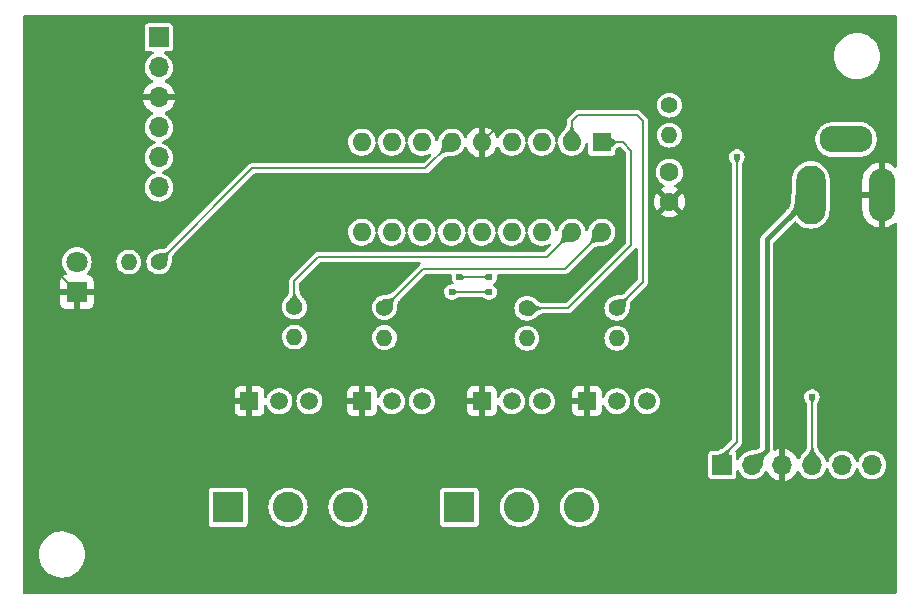
<source format=gbl>
G04 #@! TF.GenerationSoftware,KiCad,Pcbnew,(6.0.11-0)*
G04 #@! TF.CreationDate,2023-07-27T23:45:53+09:00*
G04 #@! TF.ProjectId,RadioCtrl-Override,52616469-6f43-4747-926c-2d4f76657272,rev?*
G04 #@! TF.SameCoordinates,PX7bfa480PY7bfa480*
G04 #@! TF.FileFunction,Copper,L2,Bot*
G04 #@! TF.FilePolarity,Positive*
%FSLAX46Y46*%
G04 Gerber Fmt 4.6, Leading zero omitted, Abs format (unit mm)*
G04 Created by KiCad (PCBNEW (6.0.11-0)) date 2023-07-27 23:45:53*
%MOMM*%
%LPD*%
G01*
G04 APERTURE LIST*
G04 #@! TA.AperFunction,ComponentPad*
%ADD10C,1.400000*%
G04 #@! TD*
G04 #@! TA.AperFunction,ComponentPad*
%ADD11O,1.400000X1.400000*%
G04 #@! TD*
G04 #@! TA.AperFunction,ComponentPad*
%ADD12R,2.600000X2.600000*%
G04 #@! TD*
G04 #@! TA.AperFunction,ComponentPad*
%ADD13C,2.600000*%
G04 #@! TD*
G04 #@! TA.AperFunction,ComponentPad*
%ADD14R,1.700000X1.700000*%
G04 #@! TD*
G04 #@! TA.AperFunction,ComponentPad*
%ADD15O,1.700000X1.700000*%
G04 #@! TD*
G04 #@! TA.AperFunction,ComponentPad*
%ADD16R,1.600000X1.600000*%
G04 #@! TD*
G04 #@! TA.AperFunction,ComponentPad*
%ADD17O,1.600000X1.600000*%
G04 #@! TD*
G04 #@! TA.AperFunction,ComponentPad*
%ADD18R,1.500000X1.500000*%
G04 #@! TD*
G04 #@! TA.AperFunction,ComponentPad*
%ADD19C,1.500000*%
G04 #@! TD*
G04 #@! TA.AperFunction,ComponentPad*
%ADD20C,1.600000*%
G04 #@! TD*
G04 #@! TA.AperFunction,ComponentPad*
%ADD21R,1.800000X1.800000*%
G04 #@! TD*
G04 #@! TA.AperFunction,ComponentPad*
%ADD22C,1.800000*%
G04 #@! TD*
G04 #@! TA.AperFunction,ComponentPad*
%ADD23O,2.500000X5.000000*%
G04 #@! TD*
G04 #@! TA.AperFunction,ComponentPad*
%ADD24O,2.250000X4.500000*%
G04 #@! TD*
G04 #@! TA.AperFunction,ComponentPad*
%ADD25O,4.500000X2.250000*%
G04 #@! TD*
G04 #@! TA.AperFunction,ViaPad*
%ADD26C,0.605000*%
G04 #@! TD*
G04 #@! TA.AperFunction,Conductor*
%ADD27C,0.152400*%
G04 #@! TD*
G04 #@! TA.AperFunction,Conductor*
%ADD28C,0.400000*%
G04 #@! TD*
G04 APERTURE END LIST*
D10*
X55245000Y41860000D03*
D11*
X55245000Y39320000D03*
D12*
X17877500Y7813500D03*
D13*
X22957500Y7813500D03*
X28037500Y7813500D03*
D10*
X12015000Y28575000D03*
D11*
X9475000Y28575000D03*
D10*
X43180000Y24660000D03*
D11*
X43180000Y22120000D03*
D14*
X12020000Y47600000D03*
D15*
X12020000Y45060000D03*
X12020000Y42520000D03*
X12020000Y39980000D03*
X12020000Y37440000D03*
X12020000Y34900000D03*
D10*
X31115000Y24715000D03*
D11*
X31115000Y22175000D03*
D10*
X23495000Y24765000D03*
D11*
X23495000Y22225000D03*
D16*
X49520000Y38725000D03*
D17*
X46980000Y38725000D03*
X44440000Y38725000D03*
X41900000Y38725000D03*
X39360000Y38725000D03*
X36820000Y38725000D03*
X34280000Y38725000D03*
X31740000Y38725000D03*
X29200000Y38725000D03*
X29200000Y31105000D03*
X31740000Y31105000D03*
X34280000Y31105000D03*
X36820000Y31105000D03*
X39360000Y31105000D03*
X41900000Y31105000D03*
X44440000Y31105000D03*
X46980000Y31105000D03*
X49520000Y31105000D03*
D14*
X59715000Y11385000D03*
D15*
X62255000Y11385000D03*
X64795000Y11385000D03*
X67335000Y11385000D03*
X69875000Y11385000D03*
X72415000Y11385000D03*
D18*
X29210000Y16785000D03*
D19*
X31750000Y16785000D03*
X34290000Y16785000D03*
D20*
X55245000Y33675000D03*
X55245000Y36175000D03*
D12*
X37460000Y7813500D03*
D13*
X42540000Y7813500D03*
X47620000Y7813500D03*
D21*
X5080000Y26035000D03*
D22*
X5080000Y28575000D03*
D18*
X48260000Y16785000D03*
D19*
X50800000Y16785000D03*
X53340000Y16785000D03*
D18*
X39370000Y16785000D03*
D19*
X41910000Y16785000D03*
X44450000Y16785000D03*
D10*
X50800000Y24670000D03*
D11*
X50800000Y22130000D03*
D23*
X67212500Y34250000D03*
D24*
X73212500Y34250000D03*
D25*
X70212500Y38950000D03*
D18*
X19685000Y16785000D03*
D19*
X22225000Y16785000D03*
X24765000Y16785000D03*
D26*
X15875000Y46355000D03*
X71755000Y15240000D03*
X58420000Y15240000D03*
X53975000Y6985000D03*
X61595000Y46355000D03*
X71755000Y26035000D03*
X15875000Y24765000D03*
X4445000Y15240000D03*
X26670000Y46355000D03*
X15875000Y37465000D03*
X58420000Y20955000D03*
X48260000Y46355000D03*
X15875000Y15240000D03*
X4445000Y8255000D03*
X36830000Y46355000D03*
X35560000Y24765000D03*
X61595000Y38735000D03*
X27305000Y24765000D03*
X24130000Y37465000D03*
X60960000Y37465000D03*
X67310000Y17145000D03*
X40005000Y27305000D03*
X37465000Y27305000D03*
X40005000Y26035000D03*
X36830000Y26035000D03*
D27*
X29210000Y12570000D02*
X28640000Y12000000D01*
X39360000Y38725000D02*
X44135000Y43500000D01*
X28000000Y12000000D02*
X28640000Y12000000D01*
X20500000Y12000000D02*
X28000000Y12000000D01*
X40000000Y12000000D02*
X47690000Y12000000D01*
X3180000Y44180000D02*
X3000000Y44000000D01*
X28640000Y12000000D02*
X40000000Y12000000D01*
X39370000Y16785000D02*
X39370000Y12700000D01*
X19685000Y16785000D02*
X19685000Y12570000D01*
X3000000Y44000000D02*
X3000000Y28115000D01*
X19115000Y12000000D02*
X20500000Y12000000D01*
X39370000Y12700000D02*
X38735000Y12065000D01*
X58000000Y36430000D02*
X55245000Y33675000D01*
X44135000Y43500000D02*
X58000000Y43500000D01*
X58000000Y43500000D02*
X58000000Y36430000D01*
X48260000Y12570000D02*
X48260000Y16785000D01*
X19685000Y12570000D02*
X19115000Y12000000D01*
X29210000Y16785000D02*
X29210000Y12570000D01*
X3000000Y28115000D02*
X5080000Y26035000D01*
X47690000Y12000000D02*
X48260000Y12570000D01*
X5080000Y22920000D02*
X16000000Y12000000D01*
X5080000Y26035000D02*
X5080000Y22920000D01*
X16000000Y12000000D02*
X19115000Y12000000D01*
D28*
X67212500Y34250000D02*
X67212500Y34192500D01*
X66635000Y34250000D02*
X67212500Y34250000D01*
X63500000Y30480000D02*
X63500000Y12630000D01*
X67212500Y34192500D02*
X63500000Y30480000D01*
X63500000Y12630000D02*
X62255000Y11385000D01*
D27*
X60960000Y37465000D02*
X60960000Y13335000D01*
X59715000Y12090000D02*
X60960000Y13335000D01*
X59715000Y11385000D02*
X59715000Y12090000D01*
X37465000Y27305000D02*
X40005000Y27305000D01*
X67310000Y17145000D02*
X67335000Y17120000D01*
X67335000Y17120000D02*
X67335000Y11385000D01*
X36830000Y26035000D02*
X40005000Y26035000D01*
X44875000Y29000000D02*
X25500000Y29000000D01*
X25500000Y29000000D02*
X23495000Y26995000D01*
X23495000Y26995000D02*
X23495000Y24765000D01*
X46980000Y31105000D02*
X44875000Y29000000D01*
X12015000Y28575000D02*
X19940000Y36500000D01*
X34595000Y36500000D02*
X36820000Y38725000D01*
X19940000Y36500000D02*
X34595000Y36500000D01*
X49520000Y31105000D02*
X46415000Y28000000D01*
X34400000Y28000000D02*
X31115000Y24715000D01*
X46415000Y28000000D02*
X34400000Y28000000D01*
X51275000Y38725000D02*
X52000000Y38000000D01*
X46660000Y24660000D02*
X43180000Y24660000D01*
X49520000Y38725000D02*
X51275000Y38725000D01*
X52000000Y38000000D02*
X52000000Y30000000D01*
X52000000Y30000000D02*
X46660000Y24660000D01*
X46980000Y40480000D02*
X47500000Y41000000D01*
X46980000Y38725000D02*
X46980000Y40480000D01*
X47500000Y41000000D02*
X52500000Y41000000D01*
X53000000Y40500000D02*
X53000000Y26870000D01*
X53000000Y26870000D02*
X50800000Y24670000D01*
X52500000Y41000000D02*
X53000000Y40500000D01*
G04 #@! TA.AperFunction,Conductor*
G36*
X74442121Y49479998D02*
G01*
X74488614Y49426342D01*
X74500000Y49374000D01*
X74500000Y36696224D01*
X74479998Y36628103D01*
X74426342Y36581610D01*
X74356068Y36571506D01*
X74292169Y36600413D01*
X74179081Y36696999D01*
X74171108Y36702792D01*
X73960379Y36831927D01*
X73951585Y36836408D01*
X73723258Y36930984D01*
X73713873Y36934033D01*
X73478892Y36990447D01*
X73469471Y36988469D01*
X73466500Y36977002D01*
X73466500Y31525055D01*
X73470844Y31510262D01*
X73477181Y31509142D01*
X73713873Y31565967D01*
X73723258Y31569016D01*
X73951585Y31663592D01*
X73960379Y31668073D01*
X74171108Y31797208D01*
X74179081Y31803001D01*
X74292169Y31899587D01*
X74356959Y31928618D01*
X74427159Y31918013D01*
X74480482Y31871138D01*
X74500000Y31803776D01*
X74500000Y626000D01*
X74479998Y557879D01*
X74426342Y511386D01*
X74374000Y500000D01*
X626000Y500000D01*
X557879Y520002D01*
X511386Y573658D01*
X500000Y626000D01*
X500000Y3840715D01*
X1854759Y3840715D01*
X1855003Y3836280D01*
X1855003Y3836276D01*
X1858384Y3774853D01*
X1869938Y3564913D01*
X1923825Y3294001D01*
X2015347Y3033384D01*
X2142678Y2788263D01*
X2145261Y2784648D01*
X2145265Y2784642D01*
X2182272Y2732856D01*
X2303275Y2563529D01*
X2493936Y2363665D01*
X2497431Y2360909D01*
X2497433Y2360908D01*
X2545469Y2323040D01*
X2710856Y2192659D01*
X2772559Y2156819D01*
X2945853Y2056161D01*
X2945859Y2056158D01*
X2949707Y2053923D01*
X3205723Y1950226D01*
X3210036Y1949155D01*
X3210041Y1949153D01*
X3469475Y1884709D01*
X3469480Y1884708D01*
X3473796Y1883636D01*
X3478224Y1883182D01*
X3478226Y1883182D01*
X3553339Y1875486D01*
X3709370Y1859500D01*
X3880362Y1859500D01*
X4085530Y1874027D01*
X4089885Y1874965D01*
X4089888Y1874965D01*
X4351215Y1931227D01*
X4351217Y1931227D01*
X4355562Y1932163D01*
X4614709Y2027767D01*
X4663185Y2053923D01*
X4853884Y2156819D01*
X4857800Y2158932D01*
X5079984Y2323040D01*
X5276829Y2516817D01*
X5444406Y2736396D01*
X5579373Y2977396D01*
X5679036Y3235009D01*
X5741407Y3504095D01*
X5765241Y3779285D01*
X5764997Y3783724D01*
X5750307Y4050644D01*
X5750306Y4050651D01*
X5750062Y4055087D01*
X5696175Y4325999D01*
X5604653Y4586616D01*
X5477322Y4831737D01*
X5474739Y4835352D01*
X5474735Y4835358D01*
X5319313Y5052850D01*
X5319310Y5052854D01*
X5316725Y5056471D01*
X5126064Y5256335D01*
X5122567Y5259092D01*
X4912639Y5424586D01*
X4912637Y5424587D01*
X4909144Y5427341D01*
X4796609Y5492706D01*
X4674147Y5563839D01*
X4674141Y5563842D01*
X4670293Y5566077D01*
X4414277Y5669774D01*
X4409964Y5670845D01*
X4409959Y5670847D01*
X4150525Y5735291D01*
X4150520Y5735292D01*
X4146204Y5736364D01*
X4141776Y5736818D01*
X4141774Y5736818D01*
X4061573Y5745035D01*
X3910630Y5760500D01*
X3739638Y5760500D01*
X3534470Y5745973D01*
X3530115Y5745035D01*
X3530112Y5745035D01*
X3268785Y5688773D01*
X3268783Y5688773D01*
X3264438Y5687837D01*
X3005291Y5592233D01*
X3001373Y5590119D01*
X2952668Y5563839D01*
X2762200Y5461068D01*
X2540016Y5296960D01*
X2343171Y5103183D01*
X2175594Y4883604D01*
X2040627Y4642604D01*
X1940964Y4384991D01*
X1878593Y4115905D01*
X1854759Y3840715D01*
X500000Y3840715D01*
X500000Y6480282D01*
X16227000Y6480282D01*
X16227670Y6475732D01*
X16227670Y6475729D01*
X16235716Y6421074D01*
X16237142Y6411388D01*
X16241458Y6402598D01*
X16273004Y6338346D01*
X16288568Y6306645D01*
X16371150Y6224207D01*
X16475982Y6172964D01*
X16506473Y6168516D01*
X16539756Y6163660D01*
X16539760Y6163660D01*
X16544282Y6163000D01*
X19210718Y6163000D01*
X19215268Y6163670D01*
X19215271Y6163670D01*
X19269926Y6171716D01*
X19269927Y6171716D01*
X19279612Y6173142D01*
X19374304Y6219633D01*
X19375007Y6219978D01*
X19375009Y6219979D01*
X19384355Y6224568D01*
X19466793Y6307150D01*
X19518036Y6411982D01*
X19526720Y6471506D01*
X19527340Y6475756D01*
X19527340Y6475760D01*
X19528000Y6480282D01*
X19528000Y7813500D01*
X21301896Y7813500D01*
X21322279Y7554506D01*
X21323433Y7549699D01*
X21323434Y7549693D01*
X21361720Y7390224D01*
X21382927Y7301890D01*
X21482346Y7061872D01*
X21618088Y6840360D01*
X21786811Y6642811D01*
X21984360Y6474088D01*
X22205872Y6338346D01*
X22210442Y6336453D01*
X22210446Y6336451D01*
X22441317Y6240821D01*
X22445890Y6238927D01*
X22507203Y6224207D01*
X22693693Y6179434D01*
X22693699Y6179433D01*
X22698506Y6178279D01*
X22957500Y6157896D01*
X23216494Y6178279D01*
X23221301Y6179433D01*
X23221307Y6179434D01*
X23407797Y6224207D01*
X23469110Y6238927D01*
X23473683Y6240821D01*
X23704554Y6336451D01*
X23704558Y6336453D01*
X23709128Y6338346D01*
X23930640Y6474088D01*
X24128189Y6642811D01*
X24296912Y6840360D01*
X24432654Y7061872D01*
X24532073Y7301890D01*
X24553280Y7390224D01*
X24591566Y7549693D01*
X24591567Y7549699D01*
X24592721Y7554506D01*
X24613104Y7813500D01*
X26381896Y7813500D01*
X26402279Y7554506D01*
X26403433Y7549699D01*
X26403434Y7549693D01*
X26441720Y7390224D01*
X26462927Y7301890D01*
X26562346Y7061872D01*
X26698088Y6840360D01*
X26866811Y6642811D01*
X27064360Y6474088D01*
X27285872Y6338346D01*
X27290442Y6336453D01*
X27290446Y6336451D01*
X27521317Y6240821D01*
X27525890Y6238927D01*
X27587203Y6224207D01*
X27773693Y6179434D01*
X27773699Y6179433D01*
X27778506Y6178279D01*
X28037500Y6157896D01*
X28296494Y6178279D01*
X28301301Y6179433D01*
X28301307Y6179434D01*
X28487797Y6224207D01*
X28549110Y6238927D01*
X28553683Y6240821D01*
X28784554Y6336451D01*
X28784558Y6336453D01*
X28789128Y6338346D01*
X29010640Y6474088D01*
X29017892Y6480282D01*
X35809500Y6480282D01*
X35810170Y6475732D01*
X35810170Y6475729D01*
X35818216Y6421074D01*
X35819642Y6411388D01*
X35823958Y6402598D01*
X35855504Y6338346D01*
X35871068Y6306645D01*
X35953650Y6224207D01*
X36058482Y6172964D01*
X36088973Y6168516D01*
X36122256Y6163660D01*
X36122260Y6163660D01*
X36126782Y6163000D01*
X38793218Y6163000D01*
X38797768Y6163670D01*
X38797771Y6163670D01*
X38852426Y6171716D01*
X38852427Y6171716D01*
X38862112Y6173142D01*
X38956804Y6219633D01*
X38957507Y6219978D01*
X38957509Y6219979D01*
X38966855Y6224568D01*
X39049293Y6307150D01*
X39100536Y6411982D01*
X39109220Y6471506D01*
X39109840Y6475756D01*
X39109840Y6475760D01*
X39110500Y6480282D01*
X39110500Y7813500D01*
X40884396Y7813500D01*
X40904779Y7554506D01*
X40905933Y7549699D01*
X40905934Y7549693D01*
X40944220Y7390224D01*
X40965427Y7301890D01*
X41064846Y7061872D01*
X41200588Y6840360D01*
X41369311Y6642811D01*
X41566860Y6474088D01*
X41788372Y6338346D01*
X41792942Y6336453D01*
X41792946Y6336451D01*
X42023817Y6240821D01*
X42028390Y6238927D01*
X42089703Y6224207D01*
X42276193Y6179434D01*
X42276199Y6179433D01*
X42281006Y6178279D01*
X42540000Y6157896D01*
X42798994Y6178279D01*
X42803801Y6179433D01*
X42803807Y6179434D01*
X42990297Y6224207D01*
X43051610Y6238927D01*
X43056183Y6240821D01*
X43287054Y6336451D01*
X43287058Y6336453D01*
X43291628Y6338346D01*
X43513140Y6474088D01*
X43710689Y6642811D01*
X43879412Y6840360D01*
X44015154Y7061872D01*
X44114573Y7301890D01*
X44135780Y7390224D01*
X44174066Y7549693D01*
X44174067Y7549699D01*
X44175221Y7554506D01*
X44195604Y7813500D01*
X45964396Y7813500D01*
X45984779Y7554506D01*
X45985933Y7549699D01*
X45985934Y7549693D01*
X46024220Y7390224D01*
X46045427Y7301890D01*
X46144846Y7061872D01*
X46280588Y6840360D01*
X46449311Y6642811D01*
X46646860Y6474088D01*
X46868372Y6338346D01*
X46872942Y6336453D01*
X46872946Y6336451D01*
X47103817Y6240821D01*
X47108390Y6238927D01*
X47169703Y6224207D01*
X47356193Y6179434D01*
X47356199Y6179433D01*
X47361006Y6178279D01*
X47620000Y6157896D01*
X47878994Y6178279D01*
X47883801Y6179433D01*
X47883807Y6179434D01*
X48070297Y6224207D01*
X48131610Y6238927D01*
X48136183Y6240821D01*
X48367054Y6336451D01*
X48367058Y6336453D01*
X48371628Y6338346D01*
X48593140Y6474088D01*
X48790689Y6642811D01*
X48959412Y6840360D01*
X49095154Y7061872D01*
X49194573Y7301890D01*
X49215780Y7390224D01*
X49254066Y7549693D01*
X49254067Y7549699D01*
X49255221Y7554506D01*
X49275604Y7813500D01*
X49255221Y8072494D01*
X49254067Y8077301D01*
X49254066Y8077307D01*
X49195728Y8320298D01*
X49194573Y8325110D01*
X49095154Y8565128D01*
X48959412Y8786640D01*
X48790689Y8984189D01*
X48593140Y9152912D01*
X48371628Y9288654D01*
X48367058Y9290547D01*
X48367054Y9290549D01*
X48136183Y9386179D01*
X48136181Y9386180D01*
X48131610Y9388073D01*
X48043276Y9409280D01*
X47883807Y9447566D01*
X47883801Y9447567D01*
X47878994Y9448721D01*
X47620000Y9469104D01*
X47361006Y9448721D01*
X47356199Y9447567D01*
X47356193Y9447566D01*
X47196724Y9409280D01*
X47108390Y9388073D01*
X47103819Y9386180D01*
X47103817Y9386179D01*
X46872946Y9290549D01*
X46872942Y9290547D01*
X46868372Y9288654D01*
X46646860Y9152912D01*
X46449311Y8984189D01*
X46280588Y8786640D01*
X46144846Y8565128D01*
X46045427Y8325110D01*
X46044272Y8320298D01*
X45985934Y8077307D01*
X45985933Y8077301D01*
X45984779Y8072494D01*
X45964396Y7813500D01*
X44195604Y7813500D01*
X44175221Y8072494D01*
X44174067Y8077301D01*
X44174066Y8077307D01*
X44115728Y8320298D01*
X44114573Y8325110D01*
X44015154Y8565128D01*
X43879412Y8786640D01*
X43710689Y8984189D01*
X43513140Y9152912D01*
X43291628Y9288654D01*
X43287058Y9290547D01*
X43287054Y9290549D01*
X43056183Y9386179D01*
X43056181Y9386180D01*
X43051610Y9388073D01*
X42963276Y9409280D01*
X42803807Y9447566D01*
X42803801Y9447567D01*
X42798994Y9448721D01*
X42540000Y9469104D01*
X42281006Y9448721D01*
X42276199Y9447567D01*
X42276193Y9447566D01*
X42116724Y9409280D01*
X42028390Y9388073D01*
X42023819Y9386180D01*
X42023817Y9386179D01*
X41792946Y9290549D01*
X41792942Y9290547D01*
X41788372Y9288654D01*
X41566860Y9152912D01*
X41369311Y8984189D01*
X41200588Y8786640D01*
X41064846Y8565128D01*
X40965427Y8325110D01*
X40964272Y8320298D01*
X40905934Y8077307D01*
X40905933Y8077301D01*
X40904779Y8072494D01*
X40884396Y7813500D01*
X39110500Y7813500D01*
X39110500Y9146718D01*
X39101871Y9205338D01*
X39101784Y9205926D01*
X39101784Y9205927D01*
X39100358Y9215612D01*
X39065766Y9286068D01*
X39053522Y9311007D01*
X39053521Y9311009D01*
X39048932Y9320355D01*
X38966350Y9402793D01*
X38861518Y9454036D01*
X38831027Y9458484D01*
X38797744Y9463340D01*
X38797740Y9463340D01*
X38793218Y9464000D01*
X36126782Y9464000D01*
X36122232Y9463330D01*
X36122229Y9463330D01*
X36067574Y9455284D01*
X36067573Y9455284D01*
X36057888Y9453858D01*
X36045073Y9447566D01*
X35962493Y9407022D01*
X35962491Y9407021D01*
X35953145Y9402432D01*
X35870707Y9319850D01*
X35819464Y9215018D01*
X35818052Y9205338D01*
X35810404Y9152912D01*
X35809500Y9146718D01*
X35809500Y6480282D01*
X29017892Y6480282D01*
X29208189Y6642811D01*
X29376912Y6840360D01*
X29512654Y7061872D01*
X29612073Y7301890D01*
X29633280Y7390224D01*
X29671566Y7549693D01*
X29671567Y7549699D01*
X29672721Y7554506D01*
X29693104Y7813500D01*
X29672721Y8072494D01*
X29671567Y8077301D01*
X29671566Y8077307D01*
X29613228Y8320298D01*
X29612073Y8325110D01*
X29512654Y8565128D01*
X29376912Y8786640D01*
X29208189Y8984189D01*
X29010640Y9152912D01*
X28789128Y9288654D01*
X28784558Y9290547D01*
X28784554Y9290549D01*
X28553683Y9386179D01*
X28553681Y9386180D01*
X28549110Y9388073D01*
X28460776Y9409280D01*
X28301307Y9447566D01*
X28301301Y9447567D01*
X28296494Y9448721D01*
X28037500Y9469104D01*
X27778506Y9448721D01*
X27773699Y9447567D01*
X27773693Y9447566D01*
X27614224Y9409280D01*
X27525890Y9388073D01*
X27521319Y9386180D01*
X27521317Y9386179D01*
X27290446Y9290549D01*
X27290442Y9290547D01*
X27285872Y9288654D01*
X27064360Y9152912D01*
X26866811Y8984189D01*
X26698088Y8786640D01*
X26562346Y8565128D01*
X26462927Y8325110D01*
X26461772Y8320298D01*
X26403434Y8077307D01*
X26403433Y8077301D01*
X26402279Y8072494D01*
X26381896Y7813500D01*
X24613104Y7813500D01*
X24592721Y8072494D01*
X24591567Y8077301D01*
X24591566Y8077307D01*
X24533228Y8320298D01*
X24532073Y8325110D01*
X24432654Y8565128D01*
X24296912Y8786640D01*
X24128189Y8984189D01*
X23930640Y9152912D01*
X23709128Y9288654D01*
X23704558Y9290547D01*
X23704554Y9290549D01*
X23473683Y9386179D01*
X23473681Y9386180D01*
X23469110Y9388073D01*
X23380776Y9409280D01*
X23221307Y9447566D01*
X23221301Y9447567D01*
X23216494Y9448721D01*
X22957500Y9469104D01*
X22698506Y9448721D01*
X22693699Y9447567D01*
X22693693Y9447566D01*
X22534224Y9409280D01*
X22445890Y9388073D01*
X22441319Y9386180D01*
X22441317Y9386179D01*
X22210446Y9290549D01*
X22210442Y9290547D01*
X22205872Y9288654D01*
X21984360Y9152912D01*
X21786811Y8984189D01*
X21618088Y8786640D01*
X21482346Y8565128D01*
X21382927Y8325110D01*
X21381772Y8320298D01*
X21323434Y8077307D01*
X21323433Y8077301D01*
X21322279Y8072494D01*
X21301896Y7813500D01*
X19528000Y7813500D01*
X19528000Y9146718D01*
X19519371Y9205338D01*
X19519284Y9205926D01*
X19519284Y9205927D01*
X19517858Y9215612D01*
X19483266Y9286068D01*
X19471022Y9311007D01*
X19471021Y9311009D01*
X19466432Y9320355D01*
X19383850Y9402793D01*
X19279018Y9454036D01*
X19248527Y9458484D01*
X19215244Y9463340D01*
X19215240Y9463340D01*
X19210718Y9464000D01*
X16544282Y9464000D01*
X16539732Y9463330D01*
X16539729Y9463330D01*
X16485074Y9455284D01*
X16485073Y9455284D01*
X16475388Y9453858D01*
X16462573Y9447566D01*
X16379993Y9407022D01*
X16379991Y9407021D01*
X16370645Y9402432D01*
X16288207Y9319850D01*
X16236964Y9215018D01*
X16235552Y9205338D01*
X16227904Y9152912D01*
X16227000Y9146718D01*
X16227000Y6480282D01*
X500000Y6480282D01*
X500000Y10501782D01*
X58514500Y10501782D01*
X58515170Y10497232D01*
X58515170Y10497229D01*
X58523216Y10442574D01*
X58524642Y10432888D01*
X58576068Y10328145D01*
X58658650Y10245707D01*
X58668006Y10241134D01*
X58668007Y10241133D01*
X58700460Y10225270D01*
X58763482Y10194464D01*
X58787597Y10190946D01*
X58827256Y10185160D01*
X58827260Y10185160D01*
X58831782Y10184500D01*
X60598218Y10184500D01*
X60602768Y10185170D01*
X60602771Y10185170D01*
X60657426Y10193216D01*
X60657427Y10193216D01*
X60667112Y10194642D01*
X60761804Y10241133D01*
X60762507Y10241478D01*
X60762509Y10241479D01*
X60771855Y10246068D01*
X60854293Y10328650D01*
X60860432Y10341208D01*
X60884965Y10391398D01*
X60905536Y10433482D01*
X60915500Y10501782D01*
X60915500Y10848638D01*
X60935502Y10916759D01*
X60989158Y10963252D01*
X61059432Y10973356D01*
X61124012Y10943862D01*
X61155926Y10901389D01*
X61159046Y10894621D01*
X61210883Y10782179D01*
X61338222Y10601998D01*
X61496264Y10448039D01*
X61501060Y10444834D01*
X61501063Y10444832D01*
X61585261Y10388573D01*
X61679717Y10325460D01*
X61685020Y10323182D01*
X61685023Y10323180D01*
X61848221Y10253065D01*
X61882436Y10238365D01*
X61962088Y10220342D01*
X62091995Y10190946D01*
X62092001Y10190945D01*
X62097632Y10189671D01*
X62103403Y10189444D01*
X62103405Y10189444D01*
X62171211Y10186780D01*
X62318098Y10181009D01*
X62440524Y10198760D01*
X62530738Y10211840D01*
X62530743Y10211841D01*
X62536452Y10212669D01*
X62541916Y10214524D01*
X62541921Y10214525D01*
X62739907Y10281732D01*
X62739912Y10281734D01*
X62745379Y10283590D01*
X62937884Y10391398D01*
X62957987Y10408117D01*
X63103086Y10528796D01*
X63107518Y10532482D01*
X63248602Y10702116D01*
X63328020Y10843927D01*
X63378754Y10893586D01*
X63448286Y10907934D01*
X63514537Y10882412D01*
X63554695Y10829762D01*
X63576770Y10775397D01*
X63581413Y10766206D01*
X63692694Y10584612D01*
X63698777Y10576301D01*
X63838213Y10415333D01*
X63845580Y10408117D01*
X64009434Y10272084D01*
X64017881Y10266169D01*
X64201756Y10158721D01*
X64211042Y10154271D01*
X64410001Y10078297D01*
X64419899Y10075421D01*
X64523250Y10054394D01*
X64537299Y10055590D01*
X64541000Y10065935D01*
X64541000Y10066483D01*
X65049000Y10066483D01*
X65053064Y10052641D01*
X65066478Y10050607D01*
X65073184Y10051466D01*
X65083262Y10053608D01*
X65287255Y10114809D01*
X65296842Y10118567D01*
X65488095Y10212261D01*
X65496945Y10217536D01*
X65670328Y10341208D01*
X65678200Y10347861D01*
X65829052Y10498188D01*
X65835730Y10506035D01*
X65960003Y10678980D01*
X65965313Y10687817D01*
X66039355Y10837629D01*
X66087469Y10889836D01*
X66156170Y10907743D01*
X66223646Y10885665D01*
X66266737Y10834555D01*
X66290883Y10782179D01*
X66418222Y10601998D01*
X66576264Y10448039D01*
X66581060Y10444834D01*
X66581063Y10444832D01*
X66665261Y10388573D01*
X66759717Y10325460D01*
X66765020Y10323182D01*
X66765023Y10323180D01*
X66928221Y10253065D01*
X66962436Y10238365D01*
X67042088Y10220342D01*
X67171995Y10190946D01*
X67172001Y10190945D01*
X67177632Y10189671D01*
X67183403Y10189444D01*
X67183405Y10189444D01*
X67251211Y10186780D01*
X67398098Y10181009D01*
X67520524Y10198760D01*
X67610738Y10211840D01*
X67610743Y10211841D01*
X67616452Y10212669D01*
X67621916Y10214524D01*
X67621921Y10214525D01*
X67819907Y10281732D01*
X67819912Y10281734D01*
X67825379Y10283590D01*
X68017884Y10391398D01*
X68037987Y10408117D01*
X68183086Y10528796D01*
X68187518Y10532482D01*
X68328602Y10702116D01*
X68429573Y10882412D01*
X68433586Y10889578D01*
X68433587Y10889580D01*
X68436410Y10894621D01*
X68438266Y10900088D01*
X68438268Y10900093D01*
X68485264Y11038540D01*
X68526101Y11096617D01*
X68591854Y11123395D01*
X68661646Y11110374D01*
X68713319Y11061687D01*
X68726700Y11029054D01*
X68737089Y10988145D01*
X68737091Y10988140D01*
X68738511Y10982548D01*
X68740928Y10977306D01*
X68740928Y10977305D01*
X68779046Y10894621D01*
X68830883Y10782179D01*
X68958222Y10601998D01*
X69116264Y10448039D01*
X69121060Y10444834D01*
X69121063Y10444832D01*
X69205261Y10388573D01*
X69299717Y10325460D01*
X69305020Y10323182D01*
X69305023Y10323180D01*
X69468221Y10253065D01*
X69502436Y10238365D01*
X69582088Y10220342D01*
X69711995Y10190946D01*
X69712001Y10190945D01*
X69717632Y10189671D01*
X69723403Y10189444D01*
X69723405Y10189444D01*
X69791211Y10186780D01*
X69938098Y10181009D01*
X70060524Y10198760D01*
X70150738Y10211840D01*
X70150743Y10211841D01*
X70156452Y10212669D01*
X70161916Y10214524D01*
X70161921Y10214525D01*
X70359907Y10281732D01*
X70359912Y10281734D01*
X70365379Y10283590D01*
X70557884Y10391398D01*
X70577987Y10408117D01*
X70723086Y10528796D01*
X70727518Y10532482D01*
X70868602Y10702116D01*
X70969573Y10882412D01*
X70973586Y10889578D01*
X70973587Y10889580D01*
X70976410Y10894621D01*
X70978266Y10900088D01*
X70978268Y10900093D01*
X71025264Y11038540D01*
X71066101Y11096617D01*
X71131854Y11123395D01*
X71201646Y11110374D01*
X71253319Y11061687D01*
X71266700Y11029054D01*
X71277089Y10988145D01*
X71277091Y10988140D01*
X71278511Y10982548D01*
X71280928Y10977306D01*
X71280928Y10977305D01*
X71319046Y10894621D01*
X71370883Y10782179D01*
X71498222Y10601998D01*
X71656264Y10448039D01*
X71661060Y10444834D01*
X71661063Y10444832D01*
X71745261Y10388573D01*
X71839717Y10325460D01*
X71845020Y10323182D01*
X71845023Y10323180D01*
X72008221Y10253065D01*
X72042436Y10238365D01*
X72122088Y10220342D01*
X72251995Y10190946D01*
X72252001Y10190945D01*
X72257632Y10189671D01*
X72263403Y10189444D01*
X72263405Y10189444D01*
X72331211Y10186780D01*
X72478098Y10181009D01*
X72600524Y10198760D01*
X72690738Y10211840D01*
X72690743Y10211841D01*
X72696452Y10212669D01*
X72701916Y10214524D01*
X72701921Y10214525D01*
X72899907Y10281732D01*
X72899912Y10281734D01*
X72905379Y10283590D01*
X73097884Y10391398D01*
X73117987Y10408117D01*
X73263086Y10528796D01*
X73267518Y10532482D01*
X73408602Y10702116D01*
X73509573Y10882412D01*
X73513586Y10889578D01*
X73513587Y10889580D01*
X73516410Y10894621D01*
X73518266Y10900088D01*
X73518268Y10900093D01*
X73585475Y11098079D01*
X73585476Y11098084D01*
X73587331Y11103548D01*
X73588159Y11109257D01*
X73588160Y11109262D01*
X73618458Y11318228D01*
X73618991Y11321902D01*
X73620643Y11385000D01*
X73600454Y11604711D01*
X73540565Y11817064D01*
X73442980Y12014947D01*
X73388367Y12088083D01*
X73314420Y12187109D01*
X73314420Y12187110D01*
X73310967Y12191733D01*
X73174553Y12317833D01*
X73153189Y12337582D01*
X73153186Y12337584D01*
X73148949Y12341501D01*
X72962350Y12459236D01*
X72757421Y12540994D01*
X72751761Y12542120D01*
X72751757Y12542121D01*
X72546691Y12582911D01*
X72546688Y12582911D01*
X72541024Y12584038D01*
X72535249Y12584114D01*
X72535245Y12584114D01*
X72424504Y12585563D01*
X72320406Y12586926D01*
X72314709Y12585947D01*
X72314708Y12585947D01*
X72108654Y12550541D01*
X72108653Y12550541D01*
X72102957Y12549562D01*
X71895957Y12473196D01*
X71890996Y12470244D01*
X71890995Y12470244D01*
X71765939Y12395843D01*
X71706341Y12360386D01*
X71540457Y12214910D01*
X71403863Y12041640D01*
X71301131Y11846380D01*
X71266414Y11734572D01*
X71265432Y11731409D01*
X71226129Y11672284D01*
X71161100Y11643793D01*
X71090990Y11654983D01*
X71038060Y11702300D01*
X71023830Y11734572D01*
X71004864Y11801819D01*
X71000565Y11817064D01*
X70902980Y12014947D01*
X70848367Y12088083D01*
X70774420Y12187109D01*
X70774420Y12187110D01*
X70770967Y12191733D01*
X70634553Y12317833D01*
X70613189Y12337582D01*
X70613186Y12337584D01*
X70608949Y12341501D01*
X70422350Y12459236D01*
X70217421Y12540994D01*
X70211761Y12542120D01*
X70211757Y12542121D01*
X70006691Y12582911D01*
X70006688Y12582911D01*
X70001024Y12584038D01*
X69995249Y12584114D01*
X69995245Y12584114D01*
X69884504Y12585563D01*
X69780406Y12586926D01*
X69774709Y12585947D01*
X69774708Y12585947D01*
X69568654Y12550541D01*
X69568653Y12550541D01*
X69562957Y12549562D01*
X69355957Y12473196D01*
X69350996Y12470244D01*
X69350995Y12470244D01*
X69225939Y12395843D01*
X69166341Y12360386D01*
X69000457Y12214910D01*
X68863863Y12041640D01*
X68761131Y11846380D01*
X68726414Y11734572D01*
X68725432Y11731409D01*
X68686129Y11672284D01*
X68621100Y11643793D01*
X68550990Y11654983D01*
X68498060Y11702300D01*
X68483830Y11734572D01*
X68464864Y11801819D01*
X68460565Y11817064D01*
X68427923Y11883255D01*
X68421773Y11895727D01*
X68415987Y11909450D01*
X68408649Y11930203D01*
X68408644Y11930214D01*
X68406909Y11935121D01*
X68404386Y11939682D01*
X68404384Y11939687D01*
X68366451Y12008270D01*
X68366436Y12008294D01*
X68364814Y12011227D01*
X68364497Y12011870D01*
X68364433Y12012107D01*
X68363514Y12013864D01*
X68362995Y12014916D01*
X68363594Y12015211D01*
X68363193Y12016693D01*
X68362120Y12016099D01*
X68322318Y12088060D01*
X68322305Y12088083D01*
X68321928Y12088765D01*
X68312451Y12104883D01*
X68311799Y12105928D01*
X68301461Y12121565D01*
X68252361Y12191733D01*
X68209425Y12253092D01*
X68209396Y12253133D01*
X68209029Y12253657D01*
X68200349Y12265530D01*
X68199759Y12266303D01*
X68194627Y12272744D01*
X68190923Y12277392D01*
X68190910Y12277408D01*
X68190498Y12277925D01*
X68140885Y12337582D01*
X68097612Y12389615D01*
X68097596Y12389634D01*
X68097364Y12389913D01*
X68092448Y12395697D01*
X68092118Y12396077D01*
X68091898Y12396325D01*
X68091847Y12396383D01*
X68087266Y12401545D01*
X68087218Y12401599D01*
X68087017Y12401825D01*
X67998012Y12499948D01*
X67997022Y12501053D01*
X67925350Y12582006D01*
X67919404Y12589247D01*
X67894830Y12621553D01*
X67872477Y12650940D01*
X67863408Y12664631D01*
X67861256Y12668392D01*
X67833435Y12717002D01*
X67824744Y12735534D01*
X67824516Y12736145D01*
X67801849Y12796884D01*
X67796290Y12816498D01*
X67777905Y12909535D01*
X67775719Y12926795D01*
X67775208Y12935759D01*
X67766754Y13084182D01*
X67766437Y13088471D01*
X67766297Y13090376D01*
X67766296Y13090381D01*
X67765874Y13096096D01*
X67764423Y13101643D01*
X67763480Y13107313D01*
X67764376Y13107462D01*
X67761700Y13128261D01*
X67761700Y16497046D01*
X67764320Y16522606D01*
X67765812Y16529808D01*
X67766869Y16534910D01*
X67767486Y16550736D01*
X67768385Y16573835D01*
X67769386Y16585516D01*
X67770704Y16595442D01*
X67782406Y16634186D01*
X67782993Y16635387D01*
X67786872Y16642704D01*
X67798465Y16662935D01*
X67799860Y16665308D01*
X67820766Y16700011D01*
X67820848Y16700148D01*
X67820936Y16700294D01*
X67822765Y16703364D01*
X67822881Y16703561D01*
X67824577Y16706474D01*
X67849360Y16749490D01*
X67853728Y16757298D01*
X67853999Y16757797D01*
X67858166Y16765705D01*
X67883303Y16814901D01*
X67888669Y16825863D01*
X67888995Y16826559D01*
X67893838Y16837362D01*
X67915556Y16888059D01*
X67927923Y16929819D01*
X67931829Y16941036D01*
X67942549Y16967702D01*
X67942550Y16967704D01*
X67945382Y16974750D01*
X67967652Y17131224D01*
X67967796Y17145000D01*
X67966963Y17151888D01*
X67949720Y17294366D01*
X67948808Y17301906D01*
X67892941Y17449754D01*
X67841547Y17524533D01*
X67807722Y17573749D01*
X67807721Y17573751D01*
X67803420Y17580008D01*
X67797648Y17585151D01*
X67691084Y17680097D01*
X67691080Y17680100D01*
X67685413Y17685149D01*
X67678705Y17688701D01*
X67678703Y17688702D01*
X67552442Y17755553D01*
X67552441Y17755554D01*
X67545733Y17759105D01*
X67392444Y17797609D01*
X67384846Y17797649D01*
X67384844Y17797649D01*
X67313420Y17798023D01*
X67234395Y17798437D01*
X67227008Y17796663D01*
X67227004Y17796663D01*
X67128669Y17773054D01*
X67080711Y17761540D01*
X67073967Y17758059D01*
X67073964Y17758058D01*
X67069111Y17755553D01*
X66940264Y17689050D01*
X66934542Y17684058D01*
X66934540Y17684057D01*
X66924534Y17675328D01*
X66821162Y17585151D01*
X66730282Y17455842D01*
X66672870Y17308587D01*
X66671879Y17301058D01*
X66653438Y17160985D01*
X66652240Y17151888D01*
X66654972Y17127144D01*
X66668010Y17009050D01*
X66669584Y16994792D01*
X66672194Y16987661D01*
X66672194Y16987659D01*
X66691274Y16935521D01*
X66723899Y16846367D01*
X66728136Y16840061D01*
X66728138Y16840058D01*
X66737844Y16825615D01*
X66749283Y16804487D01*
X66753916Y16793551D01*
X66781799Y16749673D01*
X66782063Y16749270D01*
X66782081Y16749243D01*
X66785568Y16743932D01*
X66787575Y16740875D01*
X66787939Y16740338D01*
X66793917Y16731792D01*
X66825026Y16688677D01*
X66828916Y16683389D01*
X66829168Y16683053D01*
X66832922Y16678138D01*
X66833087Y16677926D01*
X66833093Y16677918D01*
X66862448Y16640164D01*
X66862506Y16640090D01*
X66862639Y16639919D01*
X66875959Y16622809D01*
X66902422Y16550736D01*
X66903144Y16533677D01*
X66904057Y16519147D01*
X66905498Y16513470D01*
X66906406Y16507684D01*
X66905692Y16507572D01*
X66908300Y16486690D01*
X66908300Y13120609D01*
X66905201Y13092835D01*
X66903246Y13084184D01*
X66898457Y13000113D01*
X66894280Y12926796D01*
X66892094Y12909535D01*
X66873710Y12816504D01*
X66868149Y12796880D01*
X66845252Y12735527D01*
X66836564Y12717002D01*
X66808744Y12668392D01*
X66806591Y12664631D01*
X66797522Y12650940D01*
X66775169Y12621553D01*
X66750595Y12589247D01*
X66744649Y12582006D01*
X66672977Y12501053D01*
X66671987Y12499948D01*
X66582982Y12401825D01*
X66582781Y12401599D01*
X66582733Y12401545D01*
X66578152Y12396383D01*
X66578101Y12396325D01*
X66577881Y12396077D01*
X66577551Y12395697D01*
X66572635Y12389913D01*
X66572403Y12389634D01*
X66572387Y12389615D01*
X66529114Y12337582D01*
X66479501Y12277925D01*
X66479089Y12277408D01*
X66479076Y12277392D01*
X66475373Y12272744D01*
X66470240Y12266303D01*
X66469650Y12265530D01*
X66460970Y12253657D01*
X66460603Y12253133D01*
X66460574Y12253092D01*
X66417638Y12191733D01*
X66368538Y12121565D01*
X66358200Y12105928D01*
X66357548Y12104883D01*
X66348070Y12088763D01*
X66263090Y11935119D01*
X66262972Y11935184D01*
X66216487Y11883255D01*
X66148053Y11864354D01*
X66080264Y11885452D01*
X66034535Y11940096D01*
X65997972Y12024186D01*
X65993105Y12033261D01*
X65877426Y12212074D01*
X65871136Y12220243D01*
X65727806Y12377760D01*
X65720273Y12384785D01*
X65553139Y12516778D01*
X65544552Y12522483D01*
X65358117Y12625401D01*
X65348705Y12629631D01*
X65147959Y12700720D01*
X65137988Y12703354D01*
X65066837Y12716028D01*
X65053540Y12714568D01*
X65049000Y12700011D01*
X65049000Y10066483D01*
X64541000Y10066483D01*
X64541000Y12701898D01*
X64537082Y12715242D01*
X64522806Y12717229D01*
X64484324Y12711340D01*
X64474288Y12708949D01*
X64271868Y12642788D01*
X64262364Y12638793D01*
X64234681Y12624382D01*
X64165021Y12610669D01*
X64099006Y12636794D01*
X64057595Y12694462D01*
X64050500Y12736145D01*
X64050500Y30199785D01*
X64070502Y30267906D01*
X64087405Y30288880D01*
X65790196Y31991671D01*
X65852508Y32025697D01*
X65923323Y32020632D01*
X65975101Y31984408D01*
X66077276Y31864776D01*
X66081038Y31861563D01*
X66265076Y31704379D01*
X66265081Y31704376D01*
X66268841Y31701164D01*
X66483641Y31569534D01*
X66488211Y31567641D01*
X66488215Y31567639D01*
X66689825Y31484130D01*
X66716389Y31473127D01*
X66800789Y31452865D01*
X66956539Y31415472D01*
X66956545Y31415471D01*
X66961352Y31414317D01*
X67212500Y31394551D01*
X67463648Y31414317D01*
X67468455Y31415471D01*
X67468461Y31415472D01*
X67624211Y31452865D01*
X67708611Y31473127D01*
X67735175Y31484130D01*
X67936785Y31567639D01*
X67936789Y31567641D01*
X67941359Y31569534D01*
X68156159Y31701164D01*
X68159919Y31704376D01*
X68159924Y31704379D01*
X68343962Y31861563D01*
X68347724Y31864776D01*
X68456103Y31991671D01*
X68508121Y32052576D01*
X68508124Y32052581D01*
X68511336Y32056341D01*
X68642966Y32271141D01*
X68688667Y32381472D01*
X68737479Y32499316D01*
X68737480Y32499318D01*
X68739373Y32503889D01*
X68798183Y32748852D01*
X68813000Y32937118D01*
X68813000Y33063302D01*
X71579500Y33063302D01*
X71579693Y33058376D01*
X71594229Y32873687D01*
X71595772Y32863940D01*
X71653467Y32623627D01*
X71656516Y32614242D01*
X71751092Y32385915D01*
X71755573Y32377121D01*
X71884708Y32166392D01*
X71890501Y32158419D01*
X72051016Y31970480D01*
X72057980Y31963516D01*
X72245919Y31803001D01*
X72253892Y31797208D01*
X72464621Y31668073D01*
X72473415Y31663592D01*
X72701742Y31569016D01*
X72711127Y31565967D01*
X72946108Y31509553D01*
X72955529Y31511531D01*
X72958500Y31522998D01*
X72958500Y33977885D01*
X72954025Y33993124D01*
X72952635Y33994329D01*
X72944952Y33996000D01*
X71597615Y33996000D01*
X71582376Y33991525D01*
X71581171Y33990135D01*
X71579500Y33982452D01*
X71579500Y33063302D01*
X68813000Y33063302D01*
X68813000Y34522115D01*
X71579500Y34522115D01*
X71583975Y34506876D01*
X71585365Y34505671D01*
X71593048Y34504000D01*
X72940385Y34504000D01*
X72955624Y34508475D01*
X72956829Y34509865D01*
X72958500Y34517548D01*
X72958500Y36974945D01*
X72954156Y36989738D01*
X72947819Y36990858D01*
X72711127Y36934033D01*
X72701742Y36930984D01*
X72473415Y36836408D01*
X72464621Y36831927D01*
X72253892Y36702792D01*
X72245919Y36696999D01*
X72057980Y36536484D01*
X72051016Y36529520D01*
X71890501Y36341581D01*
X71884708Y36333608D01*
X71755573Y36122879D01*
X71751092Y36114085D01*
X71656516Y35885758D01*
X71653467Y35876373D01*
X71595772Y35636060D01*
X71594229Y35626313D01*
X71579693Y35441624D01*
X71579500Y35436697D01*
X71579500Y34522115D01*
X68813000Y34522115D01*
X68813000Y35562882D01*
X68810664Y35592570D01*
X68801811Y35705045D01*
X68798183Y35751148D01*
X68789022Y35789310D01*
X68745364Y35971155D01*
X68739373Y35996111D01*
X68707762Y36072427D01*
X68644861Y36224285D01*
X68644859Y36224289D01*
X68642966Y36228859D01*
X68639275Y36234883D01*
X68602039Y36295645D01*
X68511336Y36443659D01*
X68508124Y36447419D01*
X68508121Y36447424D01*
X68350937Y36631462D01*
X68347724Y36635224D01*
X68199100Y36762161D01*
X68159924Y36795621D01*
X68159919Y36795624D01*
X68156159Y36798836D01*
X67941359Y36930466D01*
X67936789Y36932359D01*
X67936785Y36932361D01*
X67713184Y37024979D01*
X67713182Y37024980D01*
X67708611Y37026873D01*
X67624211Y37047135D01*
X67468461Y37084528D01*
X67468455Y37084529D01*
X67463648Y37085683D01*
X67212500Y37105449D01*
X66961352Y37085683D01*
X66956545Y37084529D01*
X66956539Y37084528D01*
X66800789Y37047135D01*
X66716389Y37026873D01*
X66711818Y37024980D01*
X66711816Y37024979D01*
X66488215Y36932361D01*
X66488211Y36932359D01*
X66483641Y36930466D01*
X66268841Y36798836D01*
X66265081Y36795624D01*
X66265076Y36795621D01*
X66225900Y36762161D01*
X66077276Y36635224D01*
X66074063Y36631462D01*
X65916879Y36447424D01*
X65916876Y36447419D01*
X65913664Y36443659D01*
X65822961Y36295645D01*
X65785726Y36234883D01*
X65782034Y36228859D01*
X65780141Y36224289D01*
X65780139Y36224285D01*
X65717238Y36072427D01*
X65685627Y35996111D01*
X65679636Y35971155D01*
X65635979Y35789310D01*
X65626817Y35751148D01*
X65623189Y35705045D01*
X65614337Y35592570D01*
X65612000Y35562882D01*
X65612000Y34487316D01*
X65608291Y34457276D01*
X65608357Y34457260D01*
X65604801Y34442418D01*
X65604589Y34441441D01*
X65601700Y34426612D01*
X65594889Y34387211D01*
X65578510Y34292463D01*
X65562300Y34198696D01*
X65560591Y34187807D01*
X65560488Y34187077D01*
X65559079Y34175792D01*
X65536547Y33968322D01*
X65536092Y33963872D01*
X65536064Y33963580D01*
X65535667Y33959146D01*
X65535641Y33958832D01*
X65520144Y33772730D01*
X65519838Y33769544D01*
X65502690Y33612096D01*
X65501180Y33602028D01*
X65476412Y33472759D01*
X65472397Y33457230D01*
X65438064Y33352493D01*
X65434341Y33341136D01*
X65427107Y33323637D01*
X65365184Y33200881D01*
X65355776Y33185181D01*
X65253291Y33039351D01*
X65243672Y33027305D01*
X65075753Y32841548D01*
X65075714Y32841505D01*
X65075337Y32841087D01*
X65066752Y32831231D01*
X65063812Y32826246D01*
X65060424Y32821548D01*
X65059760Y32822027D01*
X65046880Y32805405D01*
X63121358Y30879882D01*
X63117549Y30876229D01*
X63071844Y30834201D01*
X63048901Y30797198D01*
X63042200Y30787448D01*
X63015888Y30752783D01*
X63010354Y30738805D01*
X63000293Y30718801D01*
X62992365Y30706014D01*
X62989968Y30697763D01*
X62989967Y30697761D01*
X62980225Y30664228D01*
X62976380Y30652998D01*
X62960364Y30612547D01*
X62959466Y30604006D01*
X62959466Y30604005D01*
X62958792Y30597592D01*
X62954480Y30575617D01*
X62950285Y30561175D01*
X62949500Y30550485D01*
X62949500Y30515783D01*
X62948810Y30502613D01*
X62944599Y30462546D01*
X62946031Y30454081D01*
X62946031Y30454072D01*
X62947735Y30444000D01*
X62949500Y30422987D01*
X62949500Y12935759D01*
X62929498Y12867638D01*
X62898536Y12834538D01*
X62844012Y12794119D01*
X62830915Y12785615D01*
X62760979Y12746137D01*
X62746184Y12739015D01*
X62682669Y12713397D01*
X62668996Y12708775D01*
X62596591Y12688839D01*
X62587101Y12686617D01*
X62557368Y12680858D01*
X62492965Y12668386D01*
X62489326Y12667736D01*
X62433283Y12658606D01*
X62371034Y12648466D01*
X62370939Y12648450D01*
X62370748Y12648419D01*
X62370516Y12648379D01*
X62370436Y12648366D01*
X62365530Y12647528D01*
X62365485Y12647520D01*
X62365402Y12647506D01*
X62365346Y12647496D01*
X62365254Y12647480D01*
X62265322Y12629631D01*
X62229987Y12623320D01*
X62225396Y12622442D01*
X62221806Y12621755D01*
X62221765Y12621747D01*
X62221358Y12621669D01*
X62220790Y12621553D01*
X62212135Y12619672D01*
X62211769Y12619588D01*
X62211730Y12619579D01*
X62063985Y12585551D01*
X62063937Y12585539D01*
X62063453Y12585428D01*
X62051232Y12582385D01*
X62050452Y12582176D01*
X62038546Y12578762D01*
X61943088Y12549585D01*
X61942927Y12550110D01*
X61942543Y12549904D01*
X61942679Y12549460D01*
X61940450Y12548779D01*
X61940449Y12548778D01*
X61937507Y12547879D01*
X61937505Y12547879D01*
X61883780Y12531457D01*
X61883773Y12531454D01*
X61880245Y12530376D01*
X61876864Y12528890D01*
X61876860Y12528889D01*
X61827667Y12507275D01*
X61820593Y12504420D01*
X61741376Y12475196D01*
X61741368Y12475192D01*
X61735957Y12473196D01*
X61730996Y12470244D01*
X61730995Y12470244D01*
X61605939Y12395843D01*
X61546341Y12360386D01*
X61380457Y12214910D01*
X61243863Y12041640D01*
X61167465Y11896432D01*
X61153008Y11868954D01*
X61103589Y11817982D01*
X61034456Y11801819D01*
X60967560Y11825598D01*
X60924140Y11881769D01*
X60915500Y11927622D01*
X60915500Y12268218D01*
X60914150Y12277392D01*
X60906784Y12327426D01*
X60906784Y12327427D01*
X60905358Y12337112D01*
X60853932Y12441855D01*
X60846563Y12449212D01*
X60840499Y12457681D01*
X60843067Y12459520D01*
X60817209Y12506769D01*
X60822207Y12577590D01*
X60851209Y12622764D01*
X61238522Y13010077D01*
X61249612Y13019932D01*
X61267167Y13033771D01*
X61267170Y13033775D01*
X61274565Y13039604D01*
X61279919Y13047351D01*
X61279923Y13047355D01*
X61306115Y13085251D01*
X61308415Y13088471D01*
X61335768Y13125504D01*
X61341363Y13133079D01*
X61343629Y13139531D01*
X61347517Y13145157D01*
X61350667Y13155115D01*
X61364248Y13198061D01*
X61365502Y13201819D01*
X61380757Y13245257D01*
X61383877Y13254141D01*
X61384146Y13260977D01*
X61386207Y13267495D01*
X61386700Y13273759D01*
X61386700Y13323520D01*
X61386797Y13328466D01*
X61388544Y13372939D01*
X61388914Y13382352D01*
X61387108Y13389163D01*
X61386700Y13396578D01*
X61386700Y36821329D01*
X61389383Y36847193D01*
X61390790Y36853901D01*
X61390790Y36853902D01*
X61391860Y36859003D01*
X61393060Y36887980D01*
X61413357Y36951509D01*
X61415394Y36954638D01*
X61417646Y36957979D01*
X61438828Y36988347D01*
X61438913Y36988469D01*
X61439025Y36988630D01*
X61441360Y36992019D01*
X61468662Y37032142D01*
X61473182Y37038952D01*
X61473461Y37039383D01*
X61477680Y37046062D01*
X61505818Y37091723D01*
X61511858Y37101899D01*
X61512239Y37102566D01*
X61513825Y37105449D01*
X61517544Y37112213D01*
X61517786Y37112653D01*
X61518021Y37113096D01*
X61540812Y37156177D01*
X61540814Y37156181D01*
X61542530Y37159425D01*
X61572469Y37236650D01*
X61572886Y37238265D01*
X61574773Y37243483D01*
X61595382Y37294750D01*
X61617652Y37451224D01*
X61617796Y37465000D01*
X61616963Y37471888D01*
X61607450Y37550491D01*
X61598808Y37621906D01*
X61542941Y37769754D01*
X61534484Y37782059D01*
X61457722Y37893749D01*
X61457721Y37893751D01*
X61453420Y37900008D01*
X61446138Y37906496D01*
X61341084Y38000097D01*
X61341080Y38000100D01*
X61335413Y38005149D01*
X61328705Y38008701D01*
X61328703Y38008702D01*
X61202442Y38075553D01*
X61202441Y38075554D01*
X61195733Y38079105D01*
X61042444Y38117609D01*
X61034846Y38117649D01*
X61034844Y38117649D01*
X60963419Y38118023D01*
X60884395Y38118437D01*
X60877008Y38116663D01*
X60877004Y38116663D01*
X60743073Y38084508D01*
X60730711Y38081540D01*
X60723967Y38078059D01*
X60723964Y38078058D01*
X60597012Y38012533D01*
X60590264Y38009050D01*
X60471162Y37905151D01*
X60464980Y37896355D01*
X60396833Y37799391D01*
X60380282Y37775842D01*
X60322870Y37628587D01*
X60317061Y37584464D01*
X60303643Y37482541D01*
X60302240Y37471888D01*
X60310542Y37396695D01*
X60318681Y37322972D01*
X60319584Y37314792D01*
X60322194Y37307661D01*
X60322194Y37307659D01*
X60359946Y37204495D01*
X60373899Y37166367D01*
X60376396Y37162651D01*
X60377469Y37159427D01*
X60402211Y37112657D01*
X60407760Y37102566D01*
X60408141Y37101899D01*
X60414181Y37091723D01*
X60442319Y37046062D01*
X60446538Y37039383D01*
X60446817Y37038952D01*
X60451337Y37032142D01*
X60478639Y36992019D01*
X60480974Y36988630D01*
X60481086Y36988469D01*
X60481171Y36988347D01*
X60502353Y36957979D01*
X60504605Y36954638D01*
X60506642Y36951509D01*
X60526939Y36887982D01*
X60527232Y36880921D01*
X60528140Y36858997D01*
X60529051Y36844343D01*
X60530491Y36838659D01*
X60531396Y36832868D01*
X60530695Y36832758D01*
X60533300Y36811859D01*
X60533300Y13563934D01*
X60513298Y13495813D01*
X60496395Y13474839D01*
X60176671Y13155115D01*
X60157059Y13139100D01*
X60146075Y13131840D01*
X60046952Y13039604D01*
X60011592Y13006701D01*
X60003916Y13000113D01*
X59893440Y12912746D01*
X59884910Y12906561D01*
X59787117Y12841722D01*
X59779193Y12836879D01*
X59683789Y12783306D01*
X59678581Y12780540D01*
X59574629Y12728435D01*
X59573907Y12728076D01*
X59461896Y12672826D01*
X59461848Y12672802D01*
X59461700Y12672729D01*
X59461499Y12672628D01*
X59461474Y12672615D01*
X59456083Y12669893D01*
X59456018Y12669860D01*
X59455771Y12669735D01*
X59455382Y12669534D01*
X59455231Y12669454D01*
X59449733Y12666548D01*
X59449657Y12666507D01*
X59449473Y12666410D01*
X59334745Y12604369D01*
X59334213Y12604069D01*
X59334184Y12604053D01*
X59330090Y12601745D01*
X59268205Y12585500D01*
X58831782Y12585500D01*
X58827232Y12584830D01*
X58827229Y12584830D01*
X58772574Y12576784D01*
X58772573Y12576784D01*
X58762888Y12575358D01*
X58712992Y12550860D01*
X58667493Y12528522D01*
X58667491Y12528521D01*
X58658145Y12523932D01*
X58650787Y12516562D01*
X58650788Y12516562D01*
X58592010Y12457681D01*
X58575707Y12441350D01*
X58524464Y12336518D01*
X58514500Y12268218D01*
X58514500Y10501782D01*
X500000Y10501782D01*
X500000Y15990331D01*
X18427001Y15990331D01*
X18427371Y15983510D01*
X18432895Y15932648D01*
X18436521Y15917396D01*
X18481676Y15796946D01*
X18490214Y15781351D01*
X18566715Y15679276D01*
X18579276Y15666715D01*
X18681351Y15590214D01*
X18696946Y15581676D01*
X18817394Y15536522D01*
X18832649Y15532895D01*
X18883514Y15527369D01*
X18890328Y15527000D01*
X19412885Y15527000D01*
X19428124Y15531475D01*
X19429329Y15532865D01*
X19431000Y15540548D01*
X19431000Y15545116D01*
X19939000Y15545116D01*
X19943475Y15529877D01*
X19944865Y15528672D01*
X19952548Y15527001D01*
X20479669Y15527001D01*
X20486490Y15527371D01*
X20537352Y15532895D01*
X20552604Y15536521D01*
X20673054Y15581676D01*
X20688649Y15590214D01*
X20790724Y15666715D01*
X20803285Y15679276D01*
X20879786Y15781351D01*
X20888324Y15796946D01*
X20933478Y15917394D01*
X20937105Y15932649D01*
X20942631Y15983514D01*
X20943000Y15990328D01*
X20943000Y16362783D01*
X20963002Y16430904D01*
X21016658Y16477397D01*
X21086932Y16487501D01*
X21151512Y16458007D01*
X21183426Y16415534D01*
X21267856Y16232393D01*
X21384588Y16067220D01*
X21529466Y15926087D01*
X21697637Y15813718D01*
X21702940Y15811440D01*
X21702943Y15811438D01*
X21791291Y15773481D01*
X21883470Y15733878D01*
X22080740Y15689240D01*
X22086509Y15689013D01*
X22086512Y15689013D01*
X22162683Y15686021D01*
X22282842Y15681300D01*
X22369132Y15693811D01*
X22477286Y15709492D01*
X22477291Y15709493D01*
X22483007Y15710322D01*
X22488479Y15712180D01*
X22488481Y15712180D01*
X22669067Y15773481D01*
X22669069Y15773482D01*
X22674531Y15775336D01*
X22851001Y15874163D01*
X22913433Y15926087D01*
X23002073Y15999809D01*
X23006505Y16003495D01*
X23135837Y16158999D01*
X23234664Y16335469D01*
X23282843Y16477397D01*
X23297820Y16521519D01*
X23297820Y16521521D01*
X23299678Y16526993D01*
X23300507Y16532709D01*
X23300508Y16532714D01*
X23321561Y16677918D01*
X23328700Y16727158D01*
X23330215Y16785000D01*
X23327557Y16813931D01*
X23660164Y16813931D01*
X23673392Y16612106D01*
X23677624Y16595442D01*
X23707604Y16477397D01*
X23723178Y16416072D01*
X23807856Y16232393D01*
X23924588Y16067220D01*
X24069466Y15926087D01*
X24237637Y15813718D01*
X24242940Y15811440D01*
X24242943Y15811438D01*
X24331291Y15773481D01*
X24423470Y15733878D01*
X24620740Y15689240D01*
X24626509Y15689013D01*
X24626512Y15689013D01*
X24702683Y15686021D01*
X24822842Y15681300D01*
X24909132Y15693811D01*
X25017286Y15709492D01*
X25017291Y15709493D01*
X25023007Y15710322D01*
X25028479Y15712180D01*
X25028481Y15712180D01*
X25209067Y15773481D01*
X25209069Y15773482D01*
X25214531Y15775336D01*
X25391001Y15874163D01*
X25453433Y15926087D01*
X25530677Y15990331D01*
X27952001Y15990331D01*
X27952371Y15983510D01*
X27957895Y15932648D01*
X27961521Y15917396D01*
X28006676Y15796946D01*
X28015214Y15781351D01*
X28091715Y15679276D01*
X28104276Y15666715D01*
X28206351Y15590214D01*
X28221946Y15581676D01*
X28342394Y15536522D01*
X28357649Y15532895D01*
X28408514Y15527369D01*
X28415328Y15527000D01*
X28937885Y15527000D01*
X28953124Y15531475D01*
X28954329Y15532865D01*
X28956000Y15540548D01*
X28956000Y15545116D01*
X29464000Y15545116D01*
X29468475Y15529877D01*
X29469865Y15528672D01*
X29477548Y15527001D01*
X30004669Y15527001D01*
X30011490Y15527371D01*
X30062352Y15532895D01*
X30077604Y15536521D01*
X30198054Y15581676D01*
X30213649Y15590214D01*
X30315724Y15666715D01*
X30328285Y15679276D01*
X30404786Y15781351D01*
X30413324Y15796946D01*
X30458478Y15917394D01*
X30462105Y15932649D01*
X30467631Y15983514D01*
X30468000Y15990328D01*
X30468000Y16362783D01*
X30488002Y16430904D01*
X30541658Y16477397D01*
X30611932Y16487501D01*
X30676512Y16458007D01*
X30708426Y16415534D01*
X30792856Y16232393D01*
X30909588Y16067220D01*
X31054466Y15926087D01*
X31222637Y15813718D01*
X31227940Y15811440D01*
X31227943Y15811438D01*
X31316291Y15773481D01*
X31408470Y15733878D01*
X31605740Y15689240D01*
X31611509Y15689013D01*
X31611512Y15689013D01*
X31687683Y15686021D01*
X31807842Y15681300D01*
X31894132Y15693811D01*
X32002286Y15709492D01*
X32002291Y15709493D01*
X32008007Y15710322D01*
X32013479Y15712180D01*
X32013481Y15712180D01*
X32194067Y15773481D01*
X32194069Y15773482D01*
X32199531Y15775336D01*
X32376001Y15874163D01*
X32438433Y15926087D01*
X32527073Y15999809D01*
X32531505Y16003495D01*
X32660837Y16158999D01*
X32759664Y16335469D01*
X32807843Y16477397D01*
X32822820Y16521519D01*
X32822820Y16521521D01*
X32824678Y16526993D01*
X32825507Y16532709D01*
X32825508Y16532714D01*
X32846561Y16677918D01*
X32853700Y16727158D01*
X32855215Y16785000D01*
X32852557Y16813931D01*
X33185164Y16813931D01*
X33198392Y16612106D01*
X33202624Y16595442D01*
X33232604Y16477397D01*
X33248178Y16416072D01*
X33332856Y16232393D01*
X33449588Y16067220D01*
X33594466Y15926087D01*
X33762637Y15813718D01*
X33767940Y15811440D01*
X33767943Y15811438D01*
X33856291Y15773481D01*
X33948470Y15733878D01*
X34145740Y15689240D01*
X34151509Y15689013D01*
X34151512Y15689013D01*
X34227683Y15686021D01*
X34347842Y15681300D01*
X34434132Y15693811D01*
X34542286Y15709492D01*
X34542291Y15709493D01*
X34548007Y15710322D01*
X34553479Y15712180D01*
X34553481Y15712180D01*
X34734067Y15773481D01*
X34734069Y15773482D01*
X34739531Y15775336D01*
X34916001Y15874163D01*
X34978433Y15926087D01*
X35055677Y15990331D01*
X38112001Y15990331D01*
X38112371Y15983510D01*
X38117895Y15932648D01*
X38121521Y15917396D01*
X38166676Y15796946D01*
X38175214Y15781351D01*
X38251715Y15679276D01*
X38264276Y15666715D01*
X38366351Y15590214D01*
X38381946Y15581676D01*
X38502394Y15536522D01*
X38517649Y15532895D01*
X38568514Y15527369D01*
X38575328Y15527000D01*
X39097885Y15527000D01*
X39113124Y15531475D01*
X39114329Y15532865D01*
X39116000Y15540548D01*
X39116000Y15545116D01*
X39624000Y15545116D01*
X39628475Y15529877D01*
X39629865Y15528672D01*
X39637548Y15527001D01*
X40164669Y15527001D01*
X40171490Y15527371D01*
X40222352Y15532895D01*
X40237604Y15536521D01*
X40358054Y15581676D01*
X40373649Y15590214D01*
X40475724Y15666715D01*
X40488285Y15679276D01*
X40564786Y15781351D01*
X40573324Y15796946D01*
X40618478Y15917394D01*
X40622105Y15932649D01*
X40627631Y15983514D01*
X40628000Y15990328D01*
X40628000Y16362783D01*
X40648002Y16430904D01*
X40701658Y16477397D01*
X40771932Y16487501D01*
X40836512Y16458007D01*
X40868426Y16415534D01*
X40952856Y16232393D01*
X41069588Y16067220D01*
X41214466Y15926087D01*
X41382637Y15813718D01*
X41387940Y15811440D01*
X41387943Y15811438D01*
X41476291Y15773481D01*
X41568470Y15733878D01*
X41765740Y15689240D01*
X41771509Y15689013D01*
X41771512Y15689013D01*
X41847683Y15686021D01*
X41967842Y15681300D01*
X42054132Y15693811D01*
X42162286Y15709492D01*
X42162291Y15709493D01*
X42168007Y15710322D01*
X42173479Y15712180D01*
X42173481Y15712180D01*
X42354067Y15773481D01*
X42354069Y15773482D01*
X42359531Y15775336D01*
X42536001Y15874163D01*
X42598433Y15926087D01*
X42687073Y15999809D01*
X42691505Y16003495D01*
X42820837Y16158999D01*
X42919664Y16335469D01*
X42967843Y16477397D01*
X42982820Y16521519D01*
X42982820Y16521521D01*
X42984678Y16526993D01*
X42985507Y16532709D01*
X42985508Y16532714D01*
X43006561Y16677918D01*
X43013700Y16727158D01*
X43015215Y16785000D01*
X43012557Y16813931D01*
X43345164Y16813931D01*
X43358392Y16612106D01*
X43362624Y16595442D01*
X43392604Y16477397D01*
X43408178Y16416072D01*
X43492856Y16232393D01*
X43609588Y16067220D01*
X43754466Y15926087D01*
X43922637Y15813718D01*
X43927940Y15811440D01*
X43927943Y15811438D01*
X44016291Y15773481D01*
X44108470Y15733878D01*
X44305740Y15689240D01*
X44311509Y15689013D01*
X44311512Y15689013D01*
X44387683Y15686021D01*
X44507842Y15681300D01*
X44594132Y15693811D01*
X44702286Y15709492D01*
X44702291Y15709493D01*
X44708007Y15710322D01*
X44713479Y15712180D01*
X44713481Y15712180D01*
X44894067Y15773481D01*
X44894069Y15773482D01*
X44899531Y15775336D01*
X45076001Y15874163D01*
X45138433Y15926087D01*
X45215677Y15990331D01*
X47002001Y15990331D01*
X47002371Y15983510D01*
X47007895Y15932648D01*
X47011521Y15917396D01*
X47056676Y15796946D01*
X47065214Y15781351D01*
X47141715Y15679276D01*
X47154276Y15666715D01*
X47256351Y15590214D01*
X47271946Y15581676D01*
X47392394Y15536522D01*
X47407649Y15532895D01*
X47458514Y15527369D01*
X47465328Y15527000D01*
X47987885Y15527000D01*
X48003124Y15531475D01*
X48004329Y15532865D01*
X48006000Y15540548D01*
X48006000Y15545116D01*
X48514000Y15545116D01*
X48518475Y15529877D01*
X48519865Y15528672D01*
X48527548Y15527001D01*
X49054669Y15527001D01*
X49061490Y15527371D01*
X49112352Y15532895D01*
X49127604Y15536521D01*
X49248054Y15581676D01*
X49263649Y15590214D01*
X49365724Y15666715D01*
X49378285Y15679276D01*
X49454786Y15781351D01*
X49463324Y15796946D01*
X49508478Y15917394D01*
X49512105Y15932649D01*
X49517631Y15983514D01*
X49518000Y15990328D01*
X49518000Y16362783D01*
X49538002Y16430904D01*
X49591658Y16477397D01*
X49661932Y16487501D01*
X49726512Y16458007D01*
X49758426Y16415534D01*
X49842856Y16232393D01*
X49959588Y16067220D01*
X50104466Y15926087D01*
X50272637Y15813718D01*
X50277940Y15811440D01*
X50277943Y15811438D01*
X50366291Y15773481D01*
X50458470Y15733878D01*
X50655740Y15689240D01*
X50661509Y15689013D01*
X50661512Y15689013D01*
X50737683Y15686021D01*
X50857842Y15681300D01*
X50944132Y15693811D01*
X51052286Y15709492D01*
X51052291Y15709493D01*
X51058007Y15710322D01*
X51063479Y15712180D01*
X51063481Y15712180D01*
X51244067Y15773481D01*
X51244069Y15773482D01*
X51249531Y15775336D01*
X51426001Y15874163D01*
X51488433Y15926087D01*
X51577073Y15999809D01*
X51581505Y16003495D01*
X51710837Y16158999D01*
X51809664Y16335469D01*
X51857843Y16477397D01*
X51872820Y16521519D01*
X51872820Y16521521D01*
X51874678Y16526993D01*
X51875507Y16532709D01*
X51875508Y16532714D01*
X51896561Y16677918D01*
X51903700Y16727158D01*
X51905215Y16785000D01*
X51902557Y16813931D01*
X52235164Y16813931D01*
X52248392Y16612106D01*
X52252624Y16595442D01*
X52282604Y16477397D01*
X52298178Y16416072D01*
X52382856Y16232393D01*
X52499588Y16067220D01*
X52644466Y15926087D01*
X52812637Y15813718D01*
X52817940Y15811440D01*
X52817943Y15811438D01*
X52906291Y15773481D01*
X52998470Y15733878D01*
X53195740Y15689240D01*
X53201509Y15689013D01*
X53201512Y15689013D01*
X53277683Y15686021D01*
X53397842Y15681300D01*
X53484132Y15693811D01*
X53592286Y15709492D01*
X53592291Y15709493D01*
X53598007Y15710322D01*
X53603479Y15712180D01*
X53603481Y15712180D01*
X53784067Y15773481D01*
X53784069Y15773482D01*
X53789531Y15775336D01*
X53966001Y15874163D01*
X54028433Y15926087D01*
X54117073Y15999809D01*
X54121505Y16003495D01*
X54250837Y16158999D01*
X54349664Y16335469D01*
X54397843Y16477397D01*
X54412820Y16521519D01*
X54412820Y16521521D01*
X54414678Y16526993D01*
X54415507Y16532709D01*
X54415508Y16532714D01*
X54436561Y16677918D01*
X54443700Y16727158D01*
X54445215Y16785000D01*
X54426708Y16986409D01*
X54422215Y17002342D01*
X54385682Y17131876D01*
X54371807Y17181074D01*
X54282351Y17362473D01*
X54264079Y17386943D01*
X54164788Y17519909D01*
X54164787Y17519910D01*
X54161335Y17524533D01*
X54138350Y17545780D01*
X54017053Y17657906D01*
X54017051Y17657908D01*
X54012812Y17661826D01*
X53983854Y17680097D01*
X53846637Y17766675D01*
X53841757Y17769754D01*
X53653898Y17844702D01*
X53455526Y17884161D01*
X53449752Y17884237D01*
X53449748Y17884237D01*
X53347257Y17885578D01*
X53253286Y17886808D01*
X53247589Y17885829D01*
X53247588Y17885829D01*
X53059646Y17853535D01*
X53059645Y17853535D01*
X53053949Y17852556D01*
X52864193Y17782551D01*
X52859232Y17779599D01*
X52859231Y17779599D01*
X52700475Y17685149D01*
X52690371Y17679138D01*
X52538305Y17545780D01*
X52413089Y17386943D01*
X52318914Y17207947D01*
X52258937Y17014787D01*
X52235164Y16813931D01*
X51902557Y16813931D01*
X51886708Y16986409D01*
X51882215Y17002342D01*
X51845682Y17131876D01*
X51831807Y17181074D01*
X51742351Y17362473D01*
X51724079Y17386943D01*
X51624788Y17519909D01*
X51624787Y17519910D01*
X51621335Y17524533D01*
X51598350Y17545780D01*
X51477053Y17657906D01*
X51477051Y17657908D01*
X51472812Y17661826D01*
X51443854Y17680097D01*
X51306637Y17766675D01*
X51301757Y17769754D01*
X51113898Y17844702D01*
X50915526Y17884161D01*
X50909752Y17884237D01*
X50909748Y17884237D01*
X50807257Y17885578D01*
X50713286Y17886808D01*
X50707589Y17885829D01*
X50707588Y17885829D01*
X50519646Y17853535D01*
X50519645Y17853535D01*
X50513949Y17852556D01*
X50324193Y17782551D01*
X50319232Y17779599D01*
X50319231Y17779599D01*
X50160475Y17685149D01*
X50150371Y17679138D01*
X49998305Y17545780D01*
X49873089Y17386943D01*
X49778914Y17207947D01*
X49777201Y17202429D01*
X49764332Y17160985D01*
X49725029Y17101860D01*
X49659999Y17073369D01*
X49589890Y17084559D01*
X49536960Y17131876D01*
X49517999Y17198349D01*
X49517999Y17579669D01*
X49517629Y17586490D01*
X49512105Y17637352D01*
X49508479Y17652604D01*
X49463324Y17773054D01*
X49454786Y17788649D01*
X49378285Y17890724D01*
X49365724Y17903285D01*
X49263649Y17979786D01*
X49248054Y17988324D01*
X49127606Y18033478D01*
X49112351Y18037105D01*
X49061486Y18042631D01*
X49054672Y18043000D01*
X48532115Y18043000D01*
X48516876Y18038525D01*
X48515671Y18037135D01*
X48514000Y18029452D01*
X48514000Y15545116D01*
X48006000Y15545116D01*
X48006000Y16512885D01*
X48001525Y16528124D01*
X48000135Y16529329D01*
X47992452Y16531000D01*
X47020116Y16531000D01*
X47004877Y16526525D01*
X47003672Y16525135D01*
X47002001Y16517452D01*
X47002001Y15990331D01*
X45215677Y15990331D01*
X45227073Y15999809D01*
X45231505Y16003495D01*
X45360837Y16158999D01*
X45459664Y16335469D01*
X45507843Y16477397D01*
X45522820Y16521519D01*
X45522820Y16521521D01*
X45524678Y16526993D01*
X45525507Y16532709D01*
X45525508Y16532714D01*
X45546561Y16677918D01*
X45553700Y16727158D01*
X45555215Y16785000D01*
X45536708Y16986409D01*
X45532215Y17002342D01*
X45516767Y17057115D01*
X47002000Y17057115D01*
X47006475Y17041876D01*
X47007865Y17040671D01*
X47015548Y17039000D01*
X47987885Y17039000D01*
X48003124Y17043475D01*
X48004329Y17044865D01*
X48006000Y17052548D01*
X48006000Y18024884D01*
X48001525Y18040123D01*
X48000135Y18041328D01*
X47992452Y18042999D01*
X47465331Y18042999D01*
X47458510Y18042629D01*
X47407648Y18037105D01*
X47392396Y18033479D01*
X47271946Y17988324D01*
X47256351Y17979786D01*
X47154276Y17903285D01*
X47141715Y17890724D01*
X47065214Y17788649D01*
X47056676Y17773054D01*
X47011522Y17652606D01*
X47007895Y17637351D01*
X47002369Y17586486D01*
X47002000Y17579672D01*
X47002000Y17057115D01*
X45516767Y17057115D01*
X45495682Y17131876D01*
X45481807Y17181074D01*
X45392351Y17362473D01*
X45374079Y17386943D01*
X45274788Y17519909D01*
X45274787Y17519910D01*
X45271335Y17524533D01*
X45248350Y17545780D01*
X45127053Y17657906D01*
X45127051Y17657908D01*
X45122812Y17661826D01*
X45093854Y17680097D01*
X44956637Y17766675D01*
X44951757Y17769754D01*
X44763898Y17844702D01*
X44565526Y17884161D01*
X44559752Y17884237D01*
X44559748Y17884237D01*
X44457257Y17885578D01*
X44363286Y17886808D01*
X44357589Y17885829D01*
X44357588Y17885829D01*
X44169646Y17853535D01*
X44169645Y17853535D01*
X44163949Y17852556D01*
X43974193Y17782551D01*
X43969232Y17779599D01*
X43969231Y17779599D01*
X43810475Y17685149D01*
X43800371Y17679138D01*
X43648305Y17545780D01*
X43523089Y17386943D01*
X43428914Y17207947D01*
X43368937Y17014787D01*
X43345164Y16813931D01*
X43012557Y16813931D01*
X42996708Y16986409D01*
X42992215Y17002342D01*
X42955682Y17131876D01*
X42941807Y17181074D01*
X42852351Y17362473D01*
X42834079Y17386943D01*
X42734788Y17519909D01*
X42734787Y17519910D01*
X42731335Y17524533D01*
X42708350Y17545780D01*
X42587053Y17657906D01*
X42587051Y17657908D01*
X42582812Y17661826D01*
X42553854Y17680097D01*
X42416637Y17766675D01*
X42411757Y17769754D01*
X42223898Y17844702D01*
X42025526Y17884161D01*
X42019752Y17884237D01*
X42019748Y17884237D01*
X41917257Y17885578D01*
X41823286Y17886808D01*
X41817589Y17885829D01*
X41817588Y17885829D01*
X41629646Y17853535D01*
X41629645Y17853535D01*
X41623949Y17852556D01*
X41434193Y17782551D01*
X41429232Y17779599D01*
X41429231Y17779599D01*
X41270475Y17685149D01*
X41260371Y17679138D01*
X41108305Y17545780D01*
X40983089Y17386943D01*
X40888914Y17207947D01*
X40887201Y17202429D01*
X40874332Y17160985D01*
X40835029Y17101860D01*
X40769999Y17073369D01*
X40699890Y17084559D01*
X40646960Y17131876D01*
X40627999Y17198349D01*
X40627999Y17579669D01*
X40627629Y17586490D01*
X40622105Y17637352D01*
X40618479Y17652604D01*
X40573324Y17773054D01*
X40564786Y17788649D01*
X40488285Y17890724D01*
X40475724Y17903285D01*
X40373649Y17979786D01*
X40358054Y17988324D01*
X40237606Y18033478D01*
X40222351Y18037105D01*
X40171486Y18042631D01*
X40164672Y18043000D01*
X39642115Y18043000D01*
X39626876Y18038525D01*
X39625671Y18037135D01*
X39624000Y18029452D01*
X39624000Y15545116D01*
X39116000Y15545116D01*
X39116000Y16512885D01*
X39111525Y16528124D01*
X39110135Y16529329D01*
X39102452Y16531000D01*
X38130116Y16531000D01*
X38114877Y16526525D01*
X38113672Y16525135D01*
X38112001Y16517452D01*
X38112001Y15990331D01*
X35055677Y15990331D01*
X35067073Y15999809D01*
X35071505Y16003495D01*
X35200837Y16158999D01*
X35299664Y16335469D01*
X35347843Y16477397D01*
X35362820Y16521519D01*
X35362820Y16521521D01*
X35364678Y16526993D01*
X35365507Y16532709D01*
X35365508Y16532714D01*
X35386561Y16677918D01*
X35393700Y16727158D01*
X35395215Y16785000D01*
X35376708Y16986409D01*
X35372215Y17002342D01*
X35356767Y17057115D01*
X38112000Y17057115D01*
X38116475Y17041876D01*
X38117865Y17040671D01*
X38125548Y17039000D01*
X39097885Y17039000D01*
X39113124Y17043475D01*
X39114329Y17044865D01*
X39116000Y17052548D01*
X39116000Y18024884D01*
X39111525Y18040123D01*
X39110135Y18041328D01*
X39102452Y18042999D01*
X38575331Y18042999D01*
X38568510Y18042629D01*
X38517648Y18037105D01*
X38502396Y18033479D01*
X38381946Y17988324D01*
X38366351Y17979786D01*
X38264276Y17903285D01*
X38251715Y17890724D01*
X38175214Y17788649D01*
X38166676Y17773054D01*
X38121522Y17652606D01*
X38117895Y17637351D01*
X38112369Y17586486D01*
X38112000Y17579672D01*
X38112000Y17057115D01*
X35356767Y17057115D01*
X35335682Y17131876D01*
X35321807Y17181074D01*
X35232351Y17362473D01*
X35214079Y17386943D01*
X35114788Y17519909D01*
X35114787Y17519910D01*
X35111335Y17524533D01*
X35088350Y17545780D01*
X34967053Y17657906D01*
X34967051Y17657908D01*
X34962812Y17661826D01*
X34933854Y17680097D01*
X34796637Y17766675D01*
X34791757Y17769754D01*
X34603898Y17844702D01*
X34405526Y17884161D01*
X34399752Y17884237D01*
X34399748Y17884237D01*
X34297257Y17885578D01*
X34203286Y17886808D01*
X34197589Y17885829D01*
X34197588Y17885829D01*
X34009646Y17853535D01*
X34009645Y17853535D01*
X34003949Y17852556D01*
X33814193Y17782551D01*
X33809232Y17779599D01*
X33809231Y17779599D01*
X33650475Y17685149D01*
X33640371Y17679138D01*
X33488305Y17545780D01*
X33363089Y17386943D01*
X33268914Y17207947D01*
X33208937Y17014787D01*
X33185164Y16813931D01*
X32852557Y16813931D01*
X32836708Y16986409D01*
X32832215Y17002342D01*
X32795682Y17131876D01*
X32781807Y17181074D01*
X32692351Y17362473D01*
X32674079Y17386943D01*
X32574788Y17519909D01*
X32574787Y17519910D01*
X32571335Y17524533D01*
X32548350Y17545780D01*
X32427053Y17657906D01*
X32427051Y17657908D01*
X32422812Y17661826D01*
X32393854Y17680097D01*
X32256637Y17766675D01*
X32251757Y17769754D01*
X32063898Y17844702D01*
X31865526Y17884161D01*
X31859752Y17884237D01*
X31859748Y17884237D01*
X31757257Y17885578D01*
X31663286Y17886808D01*
X31657589Y17885829D01*
X31657588Y17885829D01*
X31469646Y17853535D01*
X31469645Y17853535D01*
X31463949Y17852556D01*
X31274193Y17782551D01*
X31269232Y17779599D01*
X31269231Y17779599D01*
X31110475Y17685149D01*
X31100371Y17679138D01*
X30948305Y17545780D01*
X30823089Y17386943D01*
X30728914Y17207947D01*
X30727201Y17202429D01*
X30714332Y17160985D01*
X30675029Y17101860D01*
X30609999Y17073369D01*
X30539890Y17084559D01*
X30486960Y17131876D01*
X30467999Y17198349D01*
X30467999Y17579669D01*
X30467629Y17586490D01*
X30462105Y17637352D01*
X30458479Y17652604D01*
X30413324Y17773054D01*
X30404786Y17788649D01*
X30328285Y17890724D01*
X30315724Y17903285D01*
X30213649Y17979786D01*
X30198054Y17988324D01*
X30077606Y18033478D01*
X30062351Y18037105D01*
X30011486Y18042631D01*
X30004672Y18043000D01*
X29482115Y18043000D01*
X29466876Y18038525D01*
X29465671Y18037135D01*
X29464000Y18029452D01*
X29464000Y15545116D01*
X28956000Y15545116D01*
X28956000Y16512885D01*
X28951525Y16528124D01*
X28950135Y16529329D01*
X28942452Y16531000D01*
X27970116Y16531000D01*
X27954877Y16526525D01*
X27953672Y16525135D01*
X27952001Y16517452D01*
X27952001Y15990331D01*
X25530677Y15990331D01*
X25542073Y15999809D01*
X25546505Y16003495D01*
X25675837Y16158999D01*
X25774664Y16335469D01*
X25822843Y16477397D01*
X25837820Y16521519D01*
X25837820Y16521521D01*
X25839678Y16526993D01*
X25840507Y16532709D01*
X25840508Y16532714D01*
X25861561Y16677918D01*
X25868700Y16727158D01*
X25870215Y16785000D01*
X25851708Y16986409D01*
X25847215Y17002342D01*
X25831767Y17057115D01*
X27952000Y17057115D01*
X27956475Y17041876D01*
X27957865Y17040671D01*
X27965548Y17039000D01*
X28937885Y17039000D01*
X28953124Y17043475D01*
X28954329Y17044865D01*
X28956000Y17052548D01*
X28956000Y18024884D01*
X28951525Y18040123D01*
X28950135Y18041328D01*
X28942452Y18042999D01*
X28415331Y18042999D01*
X28408510Y18042629D01*
X28357648Y18037105D01*
X28342396Y18033479D01*
X28221946Y17988324D01*
X28206351Y17979786D01*
X28104276Y17903285D01*
X28091715Y17890724D01*
X28015214Y17788649D01*
X28006676Y17773054D01*
X27961522Y17652606D01*
X27957895Y17637351D01*
X27952369Y17586486D01*
X27952000Y17579672D01*
X27952000Y17057115D01*
X25831767Y17057115D01*
X25810682Y17131876D01*
X25796807Y17181074D01*
X25707351Y17362473D01*
X25689079Y17386943D01*
X25589788Y17519909D01*
X25589787Y17519910D01*
X25586335Y17524533D01*
X25563350Y17545780D01*
X25442053Y17657906D01*
X25442051Y17657908D01*
X25437812Y17661826D01*
X25408854Y17680097D01*
X25271637Y17766675D01*
X25266757Y17769754D01*
X25078898Y17844702D01*
X24880526Y17884161D01*
X24874752Y17884237D01*
X24874748Y17884237D01*
X24772257Y17885578D01*
X24678286Y17886808D01*
X24672589Y17885829D01*
X24672588Y17885829D01*
X24484646Y17853535D01*
X24484645Y17853535D01*
X24478949Y17852556D01*
X24289193Y17782551D01*
X24284232Y17779599D01*
X24284231Y17779599D01*
X24125475Y17685149D01*
X24115371Y17679138D01*
X23963305Y17545780D01*
X23838089Y17386943D01*
X23743914Y17207947D01*
X23683937Y17014787D01*
X23660164Y16813931D01*
X23327557Y16813931D01*
X23311708Y16986409D01*
X23307215Y17002342D01*
X23270682Y17131876D01*
X23256807Y17181074D01*
X23167351Y17362473D01*
X23149079Y17386943D01*
X23049788Y17519909D01*
X23049787Y17519910D01*
X23046335Y17524533D01*
X23023350Y17545780D01*
X22902053Y17657906D01*
X22902051Y17657908D01*
X22897812Y17661826D01*
X22868854Y17680097D01*
X22731637Y17766675D01*
X22726757Y17769754D01*
X22538898Y17844702D01*
X22340526Y17884161D01*
X22334752Y17884237D01*
X22334748Y17884237D01*
X22232257Y17885578D01*
X22138286Y17886808D01*
X22132589Y17885829D01*
X22132588Y17885829D01*
X21944646Y17853535D01*
X21944645Y17853535D01*
X21938949Y17852556D01*
X21749193Y17782551D01*
X21744232Y17779599D01*
X21744231Y17779599D01*
X21585475Y17685149D01*
X21575371Y17679138D01*
X21423305Y17545780D01*
X21298089Y17386943D01*
X21203914Y17207947D01*
X21202201Y17202429D01*
X21189332Y17160985D01*
X21150029Y17101860D01*
X21084999Y17073369D01*
X21014890Y17084559D01*
X20961960Y17131876D01*
X20942999Y17198349D01*
X20942999Y17579669D01*
X20942629Y17586490D01*
X20937105Y17637352D01*
X20933479Y17652604D01*
X20888324Y17773054D01*
X20879786Y17788649D01*
X20803285Y17890724D01*
X20790724Y17903285D01*
X20688649Y17979786D01*
X20673054Y17988324D01*
X20552606Y18033478D01*
X20537351Y18037105D01*
X20486486Y18042631D01*
X20479672Y18043000D01*
X19957115Y18043000D01*
X19941876Y18038525D01*
X19940671Y18037135D01*
X19939000Y18029452D01*
X19939000Y15545116D01*
X19431000Y15545116D01*
X19431000Y16512885D01*
X19426525Y16528124D01*
X19425135Y16529329D01*
X19417452Y16531000D01*
X18445116Y16531000D01*
X18429877Y16526525D01*
X18428672Y16525135D01*
X18427001Y16517452D01*
X18427001Y15990331D01*
X500000Y15990331D01*
X500000Y17057115D01*
X18427000Y17057115D01*
X18431475Y17041876D01*
X18432865Y17040671D01*
X18440548Y17039000D01*
X19412885Y17039000D01*
X19428124Y17043475D01*
X19429329Y17044865D01*
X19431000Y17052548D01*
X19431000Y18024884D01*
X19426525Y18040123D01*
X19425135Y18041328D01*
X19417452Y18042999D01*
X18890331Y18042999D01*
X18883510Y18042629D01*
X18832648Y18037105D01*
X18817396Y18033479D01*
X18696946Y17988324D01*
X18681351Y17979786D01*
X18579276Y17903285D01*
X18566715Y17890724D01*
X18490214Y17788649D01*
X18481676Y17773054D01*
X18436522Y17652606D01*
X18432895Y17637351D01*
X18427369Y17586486D01*
X18427000Y17579672D01*
X18427000Y17057115D01*
X500000Y17057115D01*
X500000Y22239738D01*
X22439520Y22239738D01*
X22440036Y22233594D01*
X22449871Y22116478D01*
X22456759Y22034447D01*
X22458458Y22028522D01*
X22497532Y21892256D01*
X22513544Y21836414D01*
X22516359Y21830937D01*
X22516360Y21830934D01*
X22580306Y21706509D01*
X22607712Y21653182D01*
X22735677Y21491730D01*
X22740370Y21487736D01*
X22740371Y21487735D01*
X22878435Y21370234D01*
X22892564Y21358209D01*
X22897942Y21355203D01*
X22897944Y21355202D01*
X22929563Y21337531D01*
X23072398Y21257703D01*
X23149869Y21232531D01*
X23262471Y21195944D01*
X23262475Y21195943D01*
X23268329Y21194041D01*
X23472894Y21169649D01*
X23479029Y21170121D01*
X23479031Y21170121D01*
X23535039Y21174431D01*
X23678300Y21185454D01*
X23684230Y21187110D01*
X23684232Y21187110D01*
X23833341Y21228742D01*
X23876725Y21240855D01*
X23882214Y21243628D01*
X23882220Y21243630D01*
X24055116Y21330967D01*
X24060610Y21333742D01*
X24088557Y21355576D01*
X24158954Y21410576D01*
X24222951Y21460576D01*
X24294403Y21543354D01*
X24353540Y21611866D01*
X24353540Y21611867D01*
X24357564Y21616528D01*
X24378387Y21653182D01*
X24430919Y21745656D01*
X24459323Y21795656D01*
X24524351Y21991137D01*
X24549440Y22189738D01*
X30059520Y22189738D01*
X30060036Y22183594D01*
X30072045Y22040589D01*
X30076759Y21984447D01*
X30078458Y21978522D01*
X30129216Y21801509D01*
X30133544Y21786414D01*
X30136359Y21780937D01*
X30136360Y21780934D01*
X30204497Y21648354D01*
X30227712Y21603182D01*
X30355677Y21441730D01*
X30360370Y21437736D01*
X30360371Y21437735D01*
X30478111Y21337531D01*
X30512564Y21308209D01*
X30692398Y21207703D01*
X30762326Y21184982D01*
X30882471Y21145944D01*
X30882475Y21145943D01*
X30888329Y21144041D01*
X31092894Y21119649D01*
X31099029Y21120121D01*
X31099031Y21120121D01*
X31155039Y21124431D01*
X31298300Y21135454D01*
X31304230Y21137110D01*
X31304232Y21137110D01*
X31475690Y21184982D01*
X31496725Y21190855D01*
X31502214Y21193628D01*
X31502220Y21193630D01*
X31675116Y21280967D01*
X31680610Y21283742D01*
X31842951Y21410576D01*
X31886110Y21460576D01*
X31973540Y21561866D01*
X31973540Y21561867D01*
X31977564Y21566528D01*
X31998387Y21603182D01*
X32045032Y21685293D01*
X32079323Y21745656D01*
X32144351Y21941137D01*
X32168808Y22134738D01*
X42124520Y22134738D01*
X42125036Y22128594D01*
X42140404Y21945589D01*
X42141759Y21929447D01*
X42143458Y21923522D01*
X42195677Y21741414D01*
X42198544Y21731414D01*
X42201359Y21725937D01*
X42201360Y21725934D01*
X42241231Y21648354D01*
X42292712Y21548182D01*
X42420677Y21386730D01*
X42425370Y21382736D01*
X42425371Y21382735D01*
X42572284Y21257703D01*
X42577564Y21253209D01*
X42582942Y21250203D01*
X42582944Y21250202D01*
X42608415Y21235967D01*
X42757398Y21152703D01*
X42852238Y21121887D01*
X42947471Y21090944D01*
X42947475Y21090943D01*
X42953329Y21089041D01*
X43157894Y21064649D01*
X43164029Y21065121D01*
X43164031Y21065121D01*
X43220039Y21069431D01*
X43363300Y21080454D01*
X43369230Y21082110D01*
X43369232Y21082110D01*
X43555797Y21134200D01*
X43555796Y21134200D01*
X43561725Y21135855D01*
X43567214Y21138628D01*
X43567220Y21138630D01*
X43740116Y21225967D01*
X43745610Y21228742D01*
X43758410Y21238742D01*
X43847324Y21308209D01*
X43907951Y21355576D01*
X43913671Y21362202D01*
X44038540Y21506866D01*
X44038540Y21506867D01*
X44042564Y21511528D01*
X44063387Y21548182D01*
X44141276Y21685293D01*
X44144323Y21690656D01*
X44209351Y21886137D01*
X44235171Y22090526D01*
X44235583Y22120000D01*
X44233157Y22144738D01*
X49744520Y22144738D01*
X49745036Y22138594D01*
X49756905Y21997256D01*
X49761759Y21939447D01*
X49763458Y21933522D01*
X49792875Y21830934D01*
X49818544Y21741414D01*
X49821359Y21735937D01*
X49821360Y21735934D01*
X49882726Y21616528D01*
X49912712Y21558182D01*
X50040677Y21396730D01*
X50045370Y21392736D01*
X50045371Y21392735D01*
X50168986Y21287531D01*
X50197564Y21263209D01*
X50202942Y21260203D01*
X50202944Y21260202D01*
X50287481Y21212956D01*
X50377398Y21162703D01*
X50461262Y21135454D01*
X50567471Y21100944D01*
X50567475Y21100943D01*
X50573329Y21099041D01*
X50777894Y21074649D01*
X50784029Y21075121D01*
X50784031Y21075121D01*
X50853337Y21080454D01*
X50983300Y21090454D01*
X50989230Y21092110D01*
X50989232Y21092110D01*
X51142782Y21134982D01*
X51181725Y21145855D01*
X51187214Y21148628D01*
X51187220Y21148630D01*
X51360116Y21235967D01*
X51365610Y21238742D01*
X51371867Y21243630D01*
X51514673Y21355202D01*
X51527951Y21365576D01*
X51546211Y21386730D01*
X51658540Y21516866D01*
X51658540Y21516867D01*
X51662564Y21521528D01*
X51683387Y21558182D01*
X51713883Y21611866D01*
X51764323Y21700656D01*
X51829351Y21896137D01*
X51855171Y22100526D01*
X51855583Y22130000D01*
X51835480Y22335030D01*
X51775935Y22532251D01*
X51679218Y22714151D01*
X51587917Y22826097D01*
X51552906Y22869025D01*
X51552903Y22869028D01*
X51549011Y22873800D01*
X51531786Y22888050D01*
X51395025Y23001189D01*
X51395021Y23001191D01*
X51390275Y23005118D01*
X51209055Y23103103D01*
X51012254Y23164023D01*
X51006129Y23164667D01*
X51006128Y23164667D01*
X50813498Y23184913D01*
X50813496Y23184913D01*
X50807369Y23185557D01*
X50720529Y23177654D01*
X50608342Y23167445D01*
X50608339Y23167444D01*
X50602203Y23166886D01*
X50404572Y23108720D01*
X50222002Y23013274D01*
X50217201Y23009414D01*
X50217198Y23009412D01*
X50066254Y22888050D01*
X50061447Y22884185D01*
X49929024Y22726370D01*
X49926056Y22720972D01*
X49926053Y22720967D01*
X49877523Y22632690D01*
X49829776Y22545838D01*
X49767484Y22349468D01*
X49766798Y22343351D01*
X49766797Y22343347D01*
X49748878Y22183594D01*
X49744520Y22144738D01*
X44233157Y22144738D01*
X44215480Y22325030D01*
X44155935Y22522251D01*
X44059218Y22704151D01*
X43959761Y22826097D01*
X43932906Y22859025D01*
X43932903Y22859028D01*
X43929011Y22863800D01*
X43899698Y22888050D01*
X43775025Y22991189D01*
X43775021Y22991191D01*
X43770275Y22995118D01*
X43589055Y23093103D01*
X43392254Y23154023D01*
X43386129Y23154667D01*
X43386128Y23154667D01*
X43193498Y23174913D01*
X43193496Y23174913D01*
X43187369Y23175557D01*
X43100529Y23167654D01*
X42988342Y23157445D01*
X42988339Y23157444D01*
X42982203Y23156886D01*
X42784572Y23098720D01*
X42779107Y23095863D01*
X42699819Y23054412D01*
X42602002Y23003274D01*
X42597201Y22999414D01*
X42597198Y22999412D01*
X42448004Y22879457D01*
X42441447Y22874185D01*
X42309024Y22716370D01*
X42306056Y22710972D01*
X42306053Y22710967D01*
X42212743Y22541235D01*
X42209776Y22535838D01*
X42147484Y22339468D01*
X42146798Y22333351D01*
X42146797Y22333347D01*
X42134644Y22225000D01*
X42124520Y22134738D01*
X32168808Y22134738D01*
X32170171Y22145526D01*
X32170583Y22175000D01*
X32150480Y22380030D01*
X32090935Y22577251D01*
X31994218Y22759151D01*
X31920859Y22849098D01*
X31867906Y22914025D01*
X31867903Y22914028D01*
X31864011Y22918800D01*
X31846786Y22933050D01*
X31710025Y23046189D01*
X31710021Y23046191D01*
X31705275Y23050118D01*
X31524055Y23148103D01*
X31327254Y23209023D01*
X31321129Y23209667D01*
X31321128Y23209667D01*
X31128498Y23229913D01*
X31128496Y23229913D01*
X31122369Y23230557D01*
X31035529Y23222654D01*
X30923342Y23212445D01*
X30923339Y23212444D01*
X30917203Y23211886D01*
X30719572Y23153720D01*
X30537002Y23058274D01*
X30532201Y23054414D01*
X30532198Y23054412D01*
X30432754Y22974457D01*
X30376447Y22929185D01*
X30244024Y22771370D01*
X30241056Y22765972D01*
X30241053Y22765967D01*
X30147743Y22596235D01*
X30144776Y22590838D01*
X30082484Y22394468D01*
X30081798Y22388351D01*
X30081797Y22388347D01*
X30075817Y22335030D01*
X30059520Y22189738D01*
X24549440Y22189738D01*
X24550171Y22195526D01*
X24550583Y22225000D01*
X24530480Y22430030D01*
X24470935Y22627251D01*
X24374218Y22809151D01*
X24281586Y22922729D01*
X24247906Y22964025D01*
X24247903Y22964028D01*
X24244011Y22968800D01*
X24226786Y22983050D01*
X24090025Y23096189D01*
X24090021Y23096191D01*
X24085275Y23100118D01*
X23904055Y23198103D01*
X23707254Y23259023D01*
X23701129Y23259667D01*
X23701128Y23259667D01*
X23508498Y23279913D01*
X23508496Y23279913D01*
X23502369Y23280557D01*
X23415529Y23272654D01*
X23303342Y23262445D01*
X23303339Y23262444D01*
X23297203Y23261886D01*
X23099572Y23203720D01*
X22917002Y23108274D01*
X22912201Y23104414D01*
X22912198Y23104412D01*
X22781604Y22999412D01*
X22756447Y22979185D01*
X22624024Y22821370D01*
X22621056Y22815972D01*
X22621053Y22815967D01*
X22556591Y22698710D01*
X22524776Y22640838D01*
X22462484Y22444468D01*
X22461798Y22438351D01*
X22461797Y22438347D01*
X22450020Y22333347D01*
X22439520Y22239738D01*
X500000Y22239738D01*
X500000Y25090331D01*
X3672001Y25090331D01*
X3672371Y25083510D01*
X3677895Y25032648D01*
X3681521Y25017396D01*
X3726676Y24896946D01*
X3735214Y24881351D01*
X3811715Y24779276D01*
X3824276Y24766715D01*
X3926351Y24690214D01*
X3941946Y24681676D01*
X4062394Y24636522D01*
X4077649Y24632895D01*
X4128514Y24627369D01*
X4135328Y24627000D01*
X4807885Y24627000D01*
X4823124Y24631475D01*
X4824329Y24632865D01*
X4826000Y24640548D01*
X4826000Y24645116D01*
X5334000Y24645116D01*
X5338475Y24629877D01*
X5339865Y24628672D01*
X5347548Y24627001D01*
X6024669Y24627001D01*
X6031490Y24627371D01*
X6082352Y24632895D01*
X6097604Y24636521D01*
X6218054Y24681676D01*
X6233649Y24690214D01*
X6335724Y24766715D01*
X6348285Y24779276D01*
X6348631Y24779738D01*
X22439520Y24779738D01*
X22440036Y24773594D01*
X22452206Y24628672D01*
X22456759Y24574447D01*
X22463702Y24550233D01*
X22482239Y24485589D01*
X22513544Y24376414D01*
X22516359Y24370937D01*
X22516360Y24370934D01*
X22593166Y24221486D01*
X22607712Y24193182D01*
X22735677Y24031730D01*
X22740370Y24027736D01*
X22740371Y24027735D01*
X22887177Y23902794D01*
X22892564Y23898209D01*
X22897942Y23895203D01*
X22897944Y23895202D01*
X22900331Y23893868D01*
X23072398Y23797703D01*
X23167238Y23766887D01*
X23262471Y23735944D01*
X23262475Y23735943D01*
X23268329Y23734041D01*
X23472894Y23709649D01*
X23479029Y23710121D01*
X23479031Y23710121D01*
X23535039Y23714431D01*
X23678300Y23725454D01*
X23684230Y23727110D01*
X23684232Y23727110D01*
X23870797Y23779200D01*
X23870796Y23779200D01*
X23876725Y23780855D01*
X23882214Y23783628D01*
X23882220Y23783630D01*
X24055116Y23870967D01*
X24060610Y23873742D01*
X24074982Y23884970D01*
X24158954Y23950576D01*
X24222951Y24000576D01*
X24294403Y24083354D01*
X24353540Y24151866D01*
X24353540Y24151867D01*
X24357564Y24156528D01*
X24378387Y24193182D01*
X24411655Y24251745D01*
X24459323Y24335656D01*
X24524351Y24531137D01*
X24550171Y24735526D01*
X24550583Y24765000D01*
X24530480Y24970030D01*
X24470935Y25167251D01*
X24468043Y25172690D01*
X24468041Y25172695D01*
X24446210Y25213754D01*
X24438589Y25231129D01*
X24432263Y25249130D01*
X24363929Y25373241D01*
X24354967Y25388597D01*
X24354345Y25389604D01*
X24353903Y25390280D01*
X24353886Y25390307D01*
X24344856Y25404121D01*
X24344394Y25404828D01*
X24337931Y25414185D01*
X24270030Y25512488D01*
X24270005Y25512523D01*
X24269662Y25513020D01*
X24261132Y25524844D01*
X24260589Y25525565D01*
X24252206Y25536264D01*
X24241493Y25549412D01*
X24177308Y25628180D01*
X24177289Y25628203D01*
X24177175Y25628343D01*
X24172416Y25634060D01*
X24172115Y25634414D01*
X24167731Y25639472D01*
X24097053Y25719492D01*
X24095881Y25720837D01*
X24059238Y25763527D01*
X24041224Y25784513D01*
X24035352Y25791897D01*
X24033788Y25794023D01*
X24002980Y25835886D01*
X23994233Y25849531D01*
X23982847Y25870094D01*
X23975849Y25882733D01*
X23967582Y25900938D01*
X23953412Y25940145D01*
X23948163Y25959253D01*
X23935575Y26024927D01*
X23933514Y26041685D01*
X23926800Y26163034D01*
X23926798Y26163071D01*
X23926769Y26163588D01*
X23925883Y26175786D01*
X23924433Y26181347D01*
X23923494Y26187030D01*
X23924370Y26187175D01*
X23921700Y26207986D01*
X23921700Y26766065D01*
X23941702Y26834186D01*
X23958605Y26855160D01*
X25639840Y28536395D01*
X25702152Y28570421D01*
X25728935Y28573300D01*
X34068062Y28573300D01*
X34136183Y28553298D01*
X34182676Y28499642D01*
X34192780Y28429368D01*
X34163286Y28364788D01*
X34146025Y28349499D01*
X34146360Y28349107D01*
X34141582Y28345027D01*
X34106406Y28309851D01*
X34102841Y28306422D01*
X34063229Y28269805D01*
X34059690Y28263713D01*
X34054731Y28258176D01*
X31828082Y26031527D01*
X31806426Y26014189D01*
X31803048Y26012049D01*
X31803041Y26012044D01*
X31798646Y26009259D01*
X31794768Y26005788D01*
X31794759Y26005781D01*
X31707680Y25927834D01*
X31694375Y25917442D01*
X31639022Y25879895D01*
X31621799Y25870095D01*
X31584061Y25852395D01*
X31565344Y25845368D01*
X31528868Y25834891D01*
X31513032Y25831427D01*
X31459016Y25823210D01*
X31449647Y25822142D01*
X31425418Y25820295D01*
X31366189Y25815779D01*
X31364547Y25815665D01*
X31279174Y25810372D01*
X31257845Y25809050D01*
X31257637Y25809037D01*
X31250556Y25808527D01*
X31250093Y25808489D01*
X31249877Y25808469D01*
X31249864Y25808468D01*
X31243383Y25807872D01*
X31243319Y25807866D01*
X31243094Y25807845D01*
X31196943Y25803137D01*
X31125615Y25795861D01*
X31125583Y25795857D01*
X31124932Y25795791D01*
X31118662Y25795026D01*
X31111508Y25794153D01*
X31111459Y25794147D01*
X31110955Y25794085D01*
X31110062Y25793958D01*
X31109501Y25793867D01*
X31109476Y25793863D01*
X31105408Y25793202D01*
X31096152Y25791697D01*
X31095610Y25791598D01*
X31095605Y25791597D01*
X30967560Y25768176D01*
X30967539Y25768172D01*
X30966818Y25768040D01*
X30949308Y25764380D01*
X30948174Y25764113D01*
X30945854Y25763504D01*
X30931519Y25759742D01*
X30931492Y25759735D01*
X30930686Y25759523D01*
X30929867Y25759286D01*
X30929843Y25759279D01*
X30853515Y25737156D01*
X30794587Y25720077D01*
X30791087Y25718584D01*
X30791078Y25718581D01*
X30768999Y25709164D01*
X30755143Y25704189D01*
X30719572Y25693720D01*
X30537002Y25598274D01*
X30532201Y25594414D01*
X30532198Y25594412D01*
X30408786Y25495186D01*
X30376447Y25469185D01*
X30244024Y25311370D01*
X30241056Y25305972D01*
X30241053Y25305967D01*
X30150281Y25140851D01*
X30144776Y25130838D01*
X30082484Y24934468D01*
X30081798Y24928351D01*
X30081797Y24928347D01*
X30064439Y24773594D01*
X30059520Y24729738D01*
X30061232Y24709354D01*
X30076236Y24530679D01*
X30076759Y24524447D01*
X30078458Y24518522D01*
X30129216Y24341509D01*
X30133544Y24326414D01*
X30136359Y24320937D01*
X30136360Y24320934D01*
X30220696Y24156833D01*
X30227712Y24143182D01*
X30355677Y23981730D01*
X30360370Y23977736D01*
X30360371Y23977735D01*
X30478111Y23877531D01*
X30512564Y23848209D01*
X30517942Y23845203D01*
X30517944Y23845202D01*
X30580673Y23810144D01*
X30692398Y23747703D01*
X30761495Y23725252D01*
X30882471Y23685944D01*
X30882475Y23685943D01*
X30888329Y23684041D01*
X31092894Y23659649D01*
X31099029Y23660121D01*
X31099031Y23660121D01*
X31155039Y23664431D01*
X31298300Y23675454D01*
X31304230Y23677110D01*
X31304232Y23677110D01*
X31437696Y23714374D01*
X31496725Y23730855D01*
X31502214Y23733628D01*
X31502220Y23733630D01*
X31647866Y23807202D01*
X31680610Y23823742D01*
X31842951Y23950576D01*
X31870580Y23982584D01*
X31973540Y24101866D01*
X31973540Y24101867D01*
X31977564Y24106528D01*
X31995644Y24138354D01*
X32076278Y24280295D01*
X32076280Y24280299D01*
X32079323Y24285656D01*
X32081268Y24291504D01*
X32081271Y24291510D01*
X32102841Y24356352D01*
X32108803Y24371096D01*
X32117824Y24389892D01*
X32117829Y24389904D01*
X32120077Y24394589D01*
X32159520Y24530679D01*
X32164126Y24548234D01*
X32164397Y24549386D01*
X32168041Y24566829D01*
X32179047Y24627001D01*
X32191599Y24695622D01*
X32191604Y24695651D01*
X32191696Y24696154D01*
X32193941Y24709952D01*
X32194070Y24710857D01*
X32195792Y24724947D01*
X32207844Y24843097D01*
X32208488Y24850094D01*
X32208526Y24850557D01*
X32209036Y24857639D01*
X32215662Y24964518D01*
X32215777Y24966170D01*
X32222141Y25049647D01*
X32223209Y25059017D01*
X32231426Y25113033D01*
X32234890Y25128869D01*
X32245367Y25165345D01*
X32252396Y25184068D01*
X32253413Y25186235D01*
X32261350Y25203158D01*
X32270096Y25221803D01*
X32279896Y25239027D01*
X32289012Y25252465D01*
X32317438Y25294372D01*
X32327830Y25307676D01*
X32408854Y25398193D01*
X32408894Y25398238D01*
X32409257Y25398644D01*
X32417253Y25407892D01*
X32420167Y25412862D01*
X32423514Y25417533D01*
X32424237Y25417015D01*
X32437065Y25433620D01*
X34539840Y27536395D01*
X34602152Y27570421D01*
X34628935Y27573300D01*
X36697980Y27573300D01*
X36766101Y27553298D01*
X36812594Y27499642D01*
X36822902Y27430854D01*
X36808272Y27319723D01*
X36807240Y27311888D01*
X36809577Y27290724D01*
X36822568Y27173054D01*
X36824584Y27154792D01*
X36878899Y27006367D01*
X36883136Y27000061D01*
X36883138Y27000058D01*
X36961006Y26884180D01*
X36982399Y26816483D01*
X36963795Y26747967D01*
X36911103Y26700386D01*
X36855765Y26687906D01*
X36831217Y26688035D01*
X36754395Y26688437D01*
X36747008Y26686663D01*
X36747004Y26686663D01*
X36638048Y26660504D01*
X36600711Y26651540D01*
X36593967Y26648059D01*
X36593964Y26648058D01*
X36475560Y26586945D01*
X36460264Y26579050D01*
X36454542Y26574058D01*
X36454540Y26574057D01*
X36419447Y26543443D01*
X36341162Y26475151D01*
X36250282Y26345842D01*
X36192870Y26198587D01*
X36172240Y26041888D01*
X36178352Y25986527D01*
X36182442Y25949486D01*
X36189584Y25884792D01*
X36192194Y25877661D01*
X36192194Y25877659D01*
X36209885Y25829316D01*
X36243899Y25736367D01*
X36248136Y25730061D01*
X36248138Y25730058D01*
X36274477Y25690863D01*
X36332052Y25605183D01*
X36448951Y25498812D01*
X36455624Y25495189D01*
X36455628Y25495186D01*
X36581176Y25427020D01*
X36587849Y25423397D01*
X36740727Y25383290D01*
X36824077Y25381980D01*
X36891161Y25380926D01*
X36891164Y25380926D01*
X36898758Y25380807D01*
X37052820Y25416092D01*
X37096604Y25438113D01*
X37113433Y25445102D01*
X37130626Y25450823D01*
X37130630Y25450825D01*
X37135574Y25452470D01*
X37140182Y25454908D01*
X37140185Y25454909D01*
X37181820Y25476935D01*
X37181846Y25476949D01*
X37182345Y25477213D01*
X37192434Y25482761D01*
X37193101Y25483142D01*
X37203281Y25489185D01*
X37203665Y25489422D01*
X37203707Y25489447D01*
X37235287Y25508909D01*
X37248955Y25517332D01*
X37255336Y25521358D01*
X37255754Y25521628D01*
X37262858Y25526338D01*
X37276811Y25535832D01*
X37302690Y25553442D01*
X37302700Y25553449D01*
X37302928Y25553604D01*
X37306312Y25555935D01*
X37306411Y25556004D01*
X37306486Y25556056D01*
X37337014Y25577349D01*
X37340359Y25579603D01*
X37343496Y25581645D01*
X37407017Y25601939D01*
X37416004Y25602312D01*
X37435998Y25603140D01*
X37436642Y25603180D01*
X37436661Y25603181D01*
X37441595Y25603488D01*
X37450675Y25604052D01*
X37456367Y25605494D01*
X37462156Y25606399D01*
X37462266Y25605695D01*
X37483153Y25608300D01*
X39361328Y25608300D01*
X39387192Y25605617D01*
X39399002Y25603140D01*
X39404209Y25602924D01*
X39404212Y25602924D01*
X39423810Y25602113D01*
X39427981Y25601940D01*
X39491494Y25581654D01*
X39494617Y25579621D01*
X39497920Y25577395D01*
X39528588Y25556004D01*
X39531968Y25553675D01*
X39532046Y25553622D01*
X39532059Y25553613D01*
X39568925Y25528527D01*
X39572137Y25526341D01*
X39572467Y25526122D01*
X39572506Y25526096D01*
X39578858Y25521884D01*
X39578927Y25521839D01*
X39579245Y25521628D01*
X39579663Y25521358D01*
X39586044Y25517332D01*
X39599712Y25508909D01*
X39631292Y25489447D01*
X39631334Y25489422D01*
X39631718Y25489185D01*
X39641898Y25483142D01*
X39642565Y25482761D01*
X39652652Y25477214D01*
X39653043Y25477007D01*
X39653084Y25476985D01*
X39676766Y25464457D01*
X39699424Y25452470D01*
X39702840Y25451146D01*
X39702844Y25451144D01*
X39726456Y25441991D01*
X39741036Y25435240D01*
X39756171Y25427022D01*
X39756177Y25427020D01*
X39762849Y25423397D01*
X39915727Y25383290D01*
X39999077Y25381980D01*
X40066161Y25380926D01*
X40066164Y25380926D01*
X40073758Y25380807D01*
X40227820Y25416092D01*
X40369019Y25487108D01*
X40489202Y25589754D01*
X40494376Y25596954D01*
X40576994Y25711929D01*
X40576995Y25711930D01*
X40581431Y25718104D01*
X40640382Y25864750D01*
X40662652Y26021224D01*
X40662796Y26035000D01*
X40661963Y26041888D01*
X40647235Y26163588D01*
X40643808Y26191906D01*
X40587941Y26339754D01*
X40504130Y26461700D01*
X40502722Y26463749D01*
X40502721Y26463751D01*
X40498420Y26470008D01*
X40488776Y26478601D01*
X40380413Y26575149D01*
X40382177Y26577129D01*
X40345546Y26622618D01*
X40337981Y26693211D01*
X40369782Y26756687D01*
X40380133Y26766600D01*
X40489202Y26859754D01*
X40506754Y26884180D01*
X40576994Y26981929D01*
X40576995Y26981930D01*
X40581431Y26988104D01*
X40640382Y27134750D01*
X40662652Y27291224D01*
X40662796Y27305000D01*
X40661963Y27311888D01*
X40660316Y27325495D01*
X40647407Y27432164D01*
X40659080Y27502193D01*
X40706761Y27554795D01*
X40772494Y27573300D01*
X46382190Y27573300D01*
X46396998Y27572427D01*
X46428555Y27568692D01*
X46437817Y27570384D01*
X46437826Y27570384D01*
X46483152Y27578663D01*
X46487060Y27579314D01*
X46489089Y27579619D01*
X46541884Y27587556D01*
X46548048Y27590516D01*
X46554777Y27591745D01*
X46604015Y27617322D01*
X46607531Y27619079D01*
X46649059Y27639020D01*
X46649063Y27639022D01*
X46657550Y27643098D01*
X46662572Y27647741D01*
X46668641Y27650893D01*
X46673419Y27654974D01*
X46708594Y27690149D01*
X46712160Y27693579D01*
X46744856Y27723803D01*
X46751771Y27730195D01*
X46755310Y27736287D01*
X46760269Y27741824D01*
X48665268Y29646823D01*
X48687046Y29664238D01*
X48690216Y29666241D01*
X48690224Y29666247D01*
X48694629Y29669031D01*
X48803335Y29766113D01*
X48816956Y29776695D01*
X48887841Y29824358D01*
X48905483Y29834263D01*
X48957679Y29858278D01*
X48976774Y29865258D01*
X49027689Y29879332D01*
X49043712Y29882658D01*
X49112905Y29892389D01*
X49122245Y29893349D01*
X49222039Y29899863D01*
X49223632Y29899957D01*
X49317793Y29904906D01*
X49347408Y29906463D01*
X49354743Y29906925D01*
X49355234Y29906961D01*
X49362804Y29907597D01*
X49429775Y29913949D01*
X49498206Y29920438D01*
X49498253Y29920443D01*
X49498886Y29920503D01*
X49499553Y29920580D01*
X49499570Y29920582D01*
X49507959Y29921553D01*
X49513469Y29922191D01*
X49514420Y29922321D01*
X49515065Y29922423D01*
X49515102Y29922428D01*
X49523661Y29923776D01*
X49528728Y29924574D01*
X49529319Y29924680D01*
X49529352Y29924685D01*
X49609648Y29939015D01*
X49677674Y29951155D01*
X49678460Y29951317D01*
X49678494Y29951323D01*
X49694988Y29954712D01*
X49695003Y29954715D01*
X49695795Y29954878D01*
X49696981Y29955154D01*
X49697718Y29955346D01*
X49697751Y29955354D01*
X49707315Y29957844D01*
X49714899Y29959819D01*
X49872750Y30005335D01*
X49876271Y30006832D01*
X49919042Y30025019D01*
X49927847Y30028380D01*
X49984484Y30047605D01*
X49984492Y30047609D01*
X49989955Y30049463D01*
X50067337Y30092799D01*
X50169395Y30149954D01*
X50169399Y30149957D01*
X50174442Y30152781D01*
X50337012Y30287988D01*
X50472219Y30450558D01*
X50475043Y30455601D01*
X50475046Y30455605D01*
X50572713Y30630002D01*
X50572714Y30630004D01*
X50575537Y30635045D01*
X50577393Y30640512D01*
X50577395Y30640517D01*
X50630586Y30797215D01*
X50643504Y30835270D01*
X50649702Y30878012D01*
X50673314Y31040860D01*
X50673314Y31040862D01*
X50673846Y31044530D01*
X50675429Y31105000D01*
X50656081Y31315560D01*
X50598686Y31519069D01*
X50595735Y31525055D01*
X50507719Y31703531D01*
X50505165Y31708710D01*
X50385816Y31868538D01*
X50382104Y31873509D01*
X50382103Y31873510D01*
X50378651Y31878133D01*
X50223381Y32021663D01*
X50168420Y32056341D01*
X50049434Y32131416D01*
X50049433Y32131416D01*
X50044554Y32134495D01*
X49848160Y32212848D01*
X49842503Y32213973D01*
X49842497Y32213975D01*
X49646442Y32252972D01*
X49646440Y32252972D01*
X49640775Y32254099D01*
X49635000Y32254175D01*
X49634996Y32254175D01*
X49528976Y32255563D01*
X49429346Y32256867D01*
X49423649Y32255888D01*
X49423648Y32255888D01*
X49226650Y32222038D01*
X49226649Y32222038D01*
X49220953Y32221059D01*
X49022575Y32147873D01*
X49017614Y32144921D01*
X49017613Y32144921D01*
X48919144Y32086338D01*
X48840856Y32039762D01*
X48681881Y31900345D01*
X48550976Y31734292D01*
X48548287Y31729181D01*
X48548285Y31729178D01*
X48455211Y31552274D01*
X48455209Y31552269D01*
X48452523Y31547164D01*
X48450812Y31541653D01*
X48450811Y31541651D01*
X48435665Y31492871D01*
X48429001Y31475871D01*
X48427931Y31473634D01*
X48420334Y31457749D01*
X48418890Y31452743D01*
X48418889Y31452739D01*
X48380938Y31321124D01*
X48374818Y31299901D01*
X48370153Y31281982D01*
X48369877Y31280796D01*
X48369714Y31280003D01*
X48369711Y31279989D01*
X48367817Y31270771D01*
X48334513Y31208071D01*
X48272597Y31173330D01*
X48201728Y31177577D01*
X48144405Y31219466D01*
X48118926Y31284602D01*
X48116081Y31315560D01*
X48058686Y31519069D01*
X48055735Y31525055D01*
X47967719Y31703531D01*
X47965165Y31708710D01*
X47845816Y31868538D01*
X47842104Y31873509D01*
X47842103Y31873510D01*
X47838651Y31878133D01*
X47683381Y32021663D01*
X47628420Y32056341D01*
X47509434Y32131416D01*
X47509433Y32131416D01*
X47504554Y32134495D01*
X47308160Y32212848D01*
X47302503Y32213973D01*
X47302497Y32213975D01*
X47106442Y32252972D01*
X47106440Y32252972D01*
X47100775Y32254099D01*
X47095000Y32254175D01*
X47094996Y32254175D01*
X46988976Y32255563D01*
X46889346Y32256867D01*
X46883649Y32255888D01*
X46883648Y32255888D01*
X46686650Y32222038D01*
X46686649Y32222038D01*
X46680953Y32221059D01*
X46482575Y32147873D01*
X46477614Y32144921D01*
X46477613Y32144921D01*
X46379144Y32086338D01*
X46300856Y32039762D01*
X46141881Y31900345D01*
X46010976Y31734292D01*
X46008287Y31729181D01*
X46008285Y31729178D01*
X45915211Y31552274D01*
X45915209Y31552269D01*
X45912523Y31547164D01*
X45910812Y31541653D01*
X45910811Y31541651D01*
X45895665Y31492871D01*
X45889001Y31475871D01*
X45887931Y31473634D01*
X45880334Y31457749D01*
X45878890Y31452743D01*
X45878889Y31452739D01*
X45840938Y31321124D01*
X45834818Y31299901D01*
X45830153Y31281982D01*
X45829877Y31280796D01*
X45829714Y31280003D01*
X45829711Y31279989D01*
X45827817Y31270771D01*
X45794513Y31208071D01*
X45732597Y31173330D01*
X45661728Y31177577D01*
X45604405Y31219466D01*
X45578926Y31284602D01*
X45576081Y31315560D01*
X45518686Y31519069D01*
X45515735Y31525055D01*
X45427719Y31703531D01*
X45425165Y31708710D01*
X45305816Y31868538D01*
X45302104Y31873509D01*
X45302103Y31873510D01*
X45298651Y31878133D01*
X45143381Y32021663D01*
X45088420Y32056341D01*
X44969434Y32131416D01*
X44969433Y32131416D01*
X44964554Y32134495D01*
X44768160Y32212848D01*
X44762503Y32213973D01*
X44762497Y32213975D01*
X44566442Y32252972D01*
X44566440Y32252972D01*
X44560775Y32254099D01*
X44555000Y32254175D01*
X44554996Y32254175D01*
X44448976Y32255563D01*
X44349346Y32256867D01*
X44343649Y32255888D01*
X44343648Y32255888D01*
X44146650Y32222038D01*
X44146649Y32222038D01*
X44140953Y32221059D01*
X43942575Y32147873D01*
X43937614Y32144921D01*
X43937613Y32144921D01*
X43839144Y32086338D01*
X43760856Y32039762D01*
X43601881Y31900345D01*
X43470976Y31734292D01*
X43468287Y31729181D01*
X43468285Y31729178D01*
X43455238Y31704379D01*
X43372523Y31547164D01*
X43309820Y31345227D01*
X43309141Y31339490D01*
X43295088Y31220761D01*
X43267217Y31155463D01*
X43208469Y31115599D01*
X43137494Y31113826D01*
X43076828Y31150705D01*
X43045730Y31214529D01*
X43044490Y31224042D01*
X43040941Y31262675D01*
X43036081Y31315560D01*
X42978686Y31519069D01*
X42975735Y31525055D01*
X42887719Y31703531D01*
X42885165Y31708710D01*
X42765816Y31868538D01*
X42762104Y31873509D01*
X42762103Y31873510D01*
X42758651Y31878133D01*
X42603381Y32021663D01*
X42548420Y32056341D01*
X42429434Y32131416D01*
X42429433Y32131416D01*
X42424554Y32134495D01*
X42228160Y32212848D01*
X42222503Y32213973D01*
X42222497Y32213975D01*
X42026442Y32252972D01*
X42026440Y32252972D01*
X42020775Y32254099D01*
X42015000Y32254175D01*
X42014996Y32254175D01*
X41908976Y32255563D01*
X41809346Y32256867D01*
X41803649Y32255888D01*
X41803648Y32255888D01*
X41606650Y32222038D01*
X41606649Y32222038D01*
X41600953Y32221059D01*
X41402575Y32147873D01*
X41397614Y32144921D01*
X41397613Y32144921D01*
X41299144Y32086338D01*
X41220856Y32039762D01*
X41061881Y31900345D01*
X40930976Y31734292D01*
X40928287Y31729181D01*
X40928285Y31729178D01*
X40915238Y31704379D01*
X40832523Y31547164D01*
X40769820Y31345227D01*
X40769141Y31339490D01*
X40755088Y31220761D01*
X40727217Y31155463D01*
X40668469Y31115599D01*
X40597494Y31113826D01*
X40536828Y31150705D01*
X40505730Y31214529D01*
X40504490Y31224042D01*
X40500941Y31262675D01*
X40496081Y31315560D01*
X40438686Y31519069D01*
X40435735Y31525055D01*
X40347719Y31703531D01*
X40345165Y31708710D01*
X40225816Y31868538D01*
X40222104Y31873509D01*
X40222103Y31873510D01*
X40218651Y31878133D01*
X40063381Y32021663D01*
X40008420Y32056341D01*
X39889434Y32131416D01*
X39889433Y32131416D01*
X39884554Y32134495D01*
X39688160Y32212848D01*
X39682503Y32213973D01*
X39682497Y32213975D01*
X39486442Y32252972D01*
X39486440Y32252972D01*
X39480775Y32254099D01*
X39475000Y32254175D01*
X39474996Y32254175D01*
X39368976Y32255563D01*
X39269346Y32256867D01*
X39263649Y32255888D01*
X39263648Y32255888D01*
X39066650Y32222038D01*
X39066649Y32222038D01*
X39060953Y32221059D01*
X38862575Y32147873D01*
X38857614Y32144921D01*
X38857613Y32144921D01*
X38759144Y32086338D01*
X38680856Y32039762D01*
X38521881Y31900345D01*
X38390976Y31734292D01*
X38388287Y31729181D01*
X38388285Y31729178D01*
X38375238Y31704379D01*
X38292523Y31547164D01*
X38229820Y31345227D01*
X38229141Y31339490D01*
X38215088Y31220761D01*
X38187217Y31155463D01*
X38128469Y31115599D01*
X38057494Y31113826D01*
X37996828Y31150705D01*
X37965730Y31214529D01*
X37964490Y31224042D01*
X37960941Y31262675D01*
X37956081Y31315560D01*
X37898686Y31519069D01*
X37895735Y31525055D01*
X37807719Y31703531D01*
X37805165Y31708710D01*
X37685816Y31868538D01*
X37682104Y31873509D01*
X37682103Y31873510D01*
X37678651Y31878133D01*
X37523381Y32021663D01*
X37468420Y32056341D01*
X37349434Y32131416D01*
X37349433Y32131416D01*
X37344554Y32134495D01*
X37148160Y32212848D01*
X37142503Y32213973D01*
X37142497Y32213975D01*
X36946442Y32252972D01*
X36946440Y32252972D01*
X36940775Y32254099D01*
X36935000Y32254175D01*
X36934996Y32254175D01*
X36828976Y32255563D01*
X36729346Y32256867D01*
X36723649Y32255888D01*
X36723648Y32255888D01*
X36526650Y32222038D01*
X36526649Y32222038D01*
X36520953Y32221059D01*
X36322575Y32147873D01*
X36317614Y32144921D01*
X36317613Y32144921D01*
X36219144Y32086338D01*
X36140856Y32039762D01*
X35981881Y31900345D01*
X35850976Y31734292D01*
X35848287Y31729181D01*
X35848285Y31729178D01*
X35835238Y31704379D01*
X35752523Y31547164D01*
X35689820Y31345227D01*
X35689141Y31339490D01*
X35675088Y31220761D01*
X35647217Y31155463D01*
X35588469Y31115599D01*
X35517494Y31113826D01*
X35456828Y31150705D01*
X35425730Y31214529D01*
X35424490Y31224042D01*
X35420941Y31262675D01*
X35416081Y31315560D01*
X35358686Y31519069D01*
X35355735Y31525055D01*
X35267719Y31703531D01*
X35265165Y31708710D01*
X35145816Y31868538D01*
X35142104Y31873509D01*
X35142103Y31873510D01*
X35138651Y31878133D01*
X34983381Y32021663D01*
X34928420Y32056341D01*
X34809434Y32131416D01*
X34809433Y32131416D01*
X34804554Y32134495D01*
X34608160Y32212848D01*
X34602503Y32213973D01*
X34602497Y32213975D01*
X34406442Y32252972D01*
X34406440Y32252972D01*
X34400775Y32254099D01*
X34395000Y32254175D01*
X34394996Y32254175D01*
X34288976Y32255563D01*
X34189346Y32256867D01*
X34183649Y32255888D01*
X34183648Y32255888D01*
X33986650Y32222038D01*
X33986649Y32222038D01*
X33980953Y32221059D01*
X33782575Y32147873D01*
X33777614Y32144921D01*
X33777613Y32144921D01*
X33679144Y32086338D01*
X33600856Y32039762D01*
X33441881Y31900345D01*
X33310976Y31734292D01*
X33308287Y31729181D01*
X33308285Y31729178D01*
X33295238Y31704379D01*
X33212523Y31547164D01*
X33149820Y31345227D01*
X33149141Y31339490D01*
X33135088Y31220761D01*
X33107217Y31155463D01*
X33048469Y31115599D01*
X32977494Y31113826D01*
X32916828Y31150705D01*
X32885730Y31214529D01*
X32884490Y31224042D01*
X32880941Y31262675D01*
X32876081Y31315560D01*
X32818686Y31519069D01*
X32815735Y31525055D01*
X32727719Y31703531D01*
X32725165Y31708710D01*
X32605816Y31868538D01*
X32602104Y31873509D01*
X32602103Y31873510D01*
X32598651Y31878133D01*
X32443381Y32021663D01*
X32388420Y32056341D01*
X32269434Y32131416D01*
X32269433Y32131416D01*
X32264554Y32134495D01*
X32068160Y32212848D01*
X32062503Y32213973D01*
X32062497Y32213975D01*
X31866442Y32252972D01*
X31866440Y32252972D01*
X31860775Y32254099D01*
X31855000Y32254175D01*
X31854996Y32254175D01*
X31748976Y32255563D01*
X31649346Y32256867D01*
X31643649Y32255888D01*
X31643648Y32255888D01*
X31446650Y32222038D01*
X31446649Y32222038D01*
X31440953Y32221059D01*
X31242575Y32147873D01*
X31237614Y32144921D01*
X31237613Y32144921D01*
X31139144Y32086338D01*
X31060856Y32039762D01*
X30901881Y31900345D01*
X30770976Y31734292D01*
X30768287Y31729181D01*
X30768285Y31729178D01*
X30755238Y31704379D01*
X30672523Y31547164D01*
X30609820Y31345227D01*
X30609141Y31339490D01*
X30595088Y31220761D01*
X30567217Y31155463D01*
X30508469Y31115599D01*
X30437494Y31113826D01*
X30376828Y31150705D01*
X30345730Y31214529D01*
X30344490Y31224042D01*
X30340941Y31262675D01*
X30336081Y31315560D01*
X30278686Y31519069D01*
X30275735Y31525055D01*
X30187719Y31703531D01*
X30185165Y31708710D01*
X30065816Y31868538D01*
X30062104Y31873509D01*
X30062103Y31873510D01*
X30058651Y31878133D01*
X29903381Y32021663D01*
X29848420Y32056341D01*
X29729434Y32131416D01*
X29729433Y32131416D01*
X29724554Y32134495D01*
X29528160Y32212848D01*
X29522503Y32213973D01*
X29522497Y32213975D01*
X29326442Y32252972D01*
X29326440Y32252972D01*
X29320775Y32254099D01*
X29315000Y32254175D01*
X29314996Y32254175D01*
X29208976Y32255563D01*
X29109346Y32256867D01*
X29103649Y32255888D01*
X29103648Y32255888D01*
X28906650Y32222038D01*
X28906649Y32222038D01*
X28900953Y32221059D01*
X28702575Y32147873D01*
X28697614Y32144921D01*
X28697613Y32144921D01*
X28599144Y32086338D01*
X28520856Y32039762D01*
X28361881Y31900345D01*
X28230976Y31734292D01*
X28228287Y31729181D01*
X28228285Y31729178D01*
X28215238Y31704379D01*
X28132523Y31547164D01*
X28069820Y31345227D01*
X28044967Y31135246D01*
X28058796Y30924251D01*
X28060217Y30918655D01*
X28060218Y30918650D01*
X28105894Y30738805D01*
X28110845Y30719310D01*
X28113262Y30714067D01*
X28189743Y30548166D01*
X28199369Y30527286D01*
X28321405Y30354609D01*
X28472865Y30207063D01*
X28477661Y30203858D01*
X28477664Y30203856D01*
X28568118Y30143417D01*
X28648677Y30089589D01*
X28653985Y30087308D01*
X28653986Y30087308D01*
X28837650Y30008400D01*
X28837653Y30008399D01*
X28842953Y30006122D01*
X28848582Y30004848D01*
X28848583Y30004848D01*
X29043550Y29960731D01*
X29043553Y29960731D01*
X29049186Y29959456D01*
X29054957Y29959229D01*
X29054959Y29959229D01*
X29116989Y29956792D01*
X29260470Y29951154D01*
X29266179Y29951982D01*
X29266183Y29951982D01*
X29464015Y29980667D01*
X29464019Y29980668D01*
X29469730Y29981496D01*
X29548987Y30008400D01*
X29664483Y30047605D01*
X29664488Y30047607D01*
X29669955Y30049463D01*
X29681096Y30055702D01*
X29849395Y30149954D01*
X29849399Y30149957D01*
X29854442Y30152781D01*
X30017012Y30287988D01*
X30152219Y30450558D01*
X30155043Y30455601D01*
X30155046Y30455605D01*
X30252713Y30630002D01*
X30252714Y30630004D01*
X30255537Y30635045D01*
X30257393Y30640512D01*
X30257395Y30640517D01*
X30310586Y30797215D01*
X30323504Y30835270D01*
X30329443Y30876229D01*
X30345090Y30984140D01*
X30374660Y31048685D01*
X30434432Y31086997D01*
X30505429Y31086913D01*
X30565109Y31048458D01*
X30594525Y30983842D01*
X30595515Y30974305D01*
X30598796Y30924251D01*
X30600217Y30918655D01*
X30600218Y30918650D01*
X30645894Y30738805D01*
X30650845Y30719310D01*
X30653262Y30714067D01*
X30729743Y30548166D01*
X30739369Y30527286D01*
X30861405Y30354609D01*
X31012865Y30207063D01*
X31017661Y30203858D01*
X31017664Y30203856D01*
X31108118Y30143417D01*
X31188677Y30089589D01*
X31193985Y30087308D01*
X31193986Y30087308D01*
X31377650Y30008400D01*
X31377653Y30008399D01*
X31382953Y30006122D01*
X31388582Y30004848D01*
X31388583Y30004848D01*
X31583550Y29960731D01*
X31583553Y29960731D01*
X31589186Y29959456D01*
X31594957Y29959229D01*
X31594959Y29959229D01*
X31656989Y29956792D01*
X31800470Y29951154D01*
X31806179Y29951982D01*
X31806183Y29951982D01*
X32004015Y29980667D01*
X32004019Y29980668D01*
X32009730Y29981496D01*
X32088987Y30008400D01*
X32204483Y30047605D01*
X32204488Y30047607D01*
X32209955Y30049463D01*
X32221096Y30055702D01*
X32389395Y30149954D01*
X32389399Y30149957D01*
X32394442Y30152781D01*
X32557012Y30287988D01*
X32692219Y30450558D01*
X32695043Y30455601D01*
X32695046Y30455605D01*
X32792713Y30630002D01*
X32792714Y30630004D01*
X32795537Y30635045D01*
X32797393Y30640512D01*
X32797395Y30640517D01*
X32850586Y30797215D01*
X32863504Y30835270D01*
X32869443Y30876229D01*
X32885090Y30984140D01*
X32914660Y31048685D01*
X32974432Y31086997D01*
X33045429Y31086913D01*
X33105109Y31048458D01*
X33134525Y30983842D01*
X33135515Y30974305D01*
X33138796Y30924251D01*
X33140217Y30918655D01*
X33140218Y30918650D01*
X33185894Y30738805D01*
X33190845Y30719310D01*
X33193262Y30714067D01*
X33269743Y30548166D01*
X33279369Y30527286D01*
X33401405Y30354609D01*
X33552865Y30207063D01*
X33557661Y30203858D01*
X33557664Y30203856D01*
X33648118Y30143417D01*
X33728677Y30089589D01*
X33733985Y30087308D01*
X33733986Y30087308D01*
X33917650Y30008400D01*
X33917653Y30008399D01*
X33922953Y30006122D01*
X33928582Y30004848D01*
X33928583Y30004848D01*
X34123550Y29960731D01*
X34123553Y29960731D01*
X34129186Y29959456D01*
X34134957Y29959229D01*
X34134959Y29959229D01*
X34196989Y29956792D01*
X34340470Y29951154D01*
X34346179Y29951982D01*
X34346183Y29951982D01*
X34544015Y29980667D01*
X34544019Y29980668D01*
X34549730Y29981496D01*
X34628987Y30008400D01*
X34744483Y30047605D01*
X34744488Y30047607D01*
X34749955Y30049463D01*
X34761096Y30055702D01*
X34929395Y30149954D01*
X34929399Y30149957D01*
X34934442Y30152781D01*
X35097012Y30287988D01*
X35232219Y30450558D01*
X35235043Y30455601D01*
X35235046Y30455605D01*
X35332713Y30630002D01*
X35332714Y30630004D01*
X35335537Y30635045D01*
X35337393Y30640512D01*
X35337395Y30640517D01*
X35390586Y30797215D01*
X35403504Y30835270D01*
X35409443Y30876229D01*
X35425090Y30984140D01*
X35454660Y31048685D01*
X35514432Y31086997D01*
X35585429Y31086913D01*
X35645109Y31048458D01*
X35674525Y30983842D01*
X35675515Y30974305D01*
X35678796Y30924251D01*
X35680217Y30918655D01*
X35680218Y30918650D01*
X35725894Y30738805D01*
X35730845Y30719310D01*
X35733262Y30714067D01*
X35809743Y30548166D01*
X35819369Y30527286D01*
X35941405Y30354609D01*
X36092865Y30207063D01*
X36097661Y30203858D01*
X36097664Y30203856D01*
X36188118Y30143417D01*
X36268677Y30089589D01*
X36273985Y30087308D01*
X36273986Y30087308D01*
X36457650Y30008400D01*
X36457653Y30008399D01*
X36462953Y30006122D01*
X36468582Y30004848D01*
X36468583Y30004848D01*
X36663550Y29960731D01*
X36663553Y29960731D01*
X36669186Y29959456D01*
X36674957Y29959229D01*
X36674959Y29959229D01*
X36736989Y29956792D01*
X36880470Y29951154D01*
X36886179Y29951982D01*
X36886183Y29951982D01*
X37084015Y29980667D01*
X37084019Y29980668D01*
X37089730Y29981496D01*
X37168987Y30008400D01*
X37284483Y30047605D01*
X37284488Y30047607D01*
X37289955Y30049463D01*
X37301096Y30055702D01*
X37469395Y30149954D01*
X37469399Y30149957D01*
X37474442Y30152781D01*
X37637012Y30287988D01*
X37772219Y30450558D01*
X37775043Y30455601D01*
X37775046Y30455605D01*
X37872713Y30630002D01*
X37872714Y30630004D01*
X37875537Y30635045D01*
X37877393Y30640512D01*
X37877395Y30640517D01*
X37930586Y30797215D01*
X37943504Y30835270D01*
X37949443Y30876229D01*
X37965090Y30984140D01*
X37994660Y31048685D01*
X38054432Y31086997D01*
X38125429Y31086913D01*
X38185109Y31048458D01*
X38214525Y30983842D01*
X38215515Y30974305D01*
X38218796Y30924251D01*
X38220217Y30918655D01*
X38220218Y30918650D01*
X38265894Y30738805D01*
X38270845Y30719310D01*
X38273262Y30714067D01*
X38349743Y30548166D01*
X38359369Y30527286D01*
X38481405Y30354609D01*
X38632865Y30207063D01*
X38637661Y30203858D01*
X38637664Y30203856D01*
X38728118Y30143417D01*
X38808677Y30089589D01*
X38813985Y30087308D01*
X38813986Y30087308D01*
X38997650Y30008400D01*
X38997653Y30008399D01*
X39002953Y30006122D01*
X39008582Y30004848D01*
X39008583Y30004848D01*
X39203550Y29960731D01*
X39203553Y29960731D01*
X39209186Y29959456D01*
X39214957Y29959229D01*
X39214959Y29959229D01*
X39276989Y29956792D01*
X39420470Y29951154D01*
X39426179Y29951982D01*
X39426183Y29951982D01*
X39624015Y29980667D01*
X39624019Y29980668D01*
X39629730Y29981496D01*
X39708987Y30008400D01*
X39824483Y30047605D01*
X39824488Y30047607D01*
X39829955Y30049463D01*
X39841096Y30055702D01*
X40009395Y30149954D01*
X40009399Y30149957D01*
X40014442Y30152781D01*
X40177012Y30287988D01*
X40312219Y30450558D01*
X40315043Y30455601D01*
X40315046Y30455605D01*
X40412713Y30630002D01*
X40412714Y30630004D01*
X40415537Y30635045D01*
X40417393Y30640512D01*
X40417395Y30640517D01*
X40470586Y30797215D01*
X40483504Y30835270D01*
X40489443Y30876229D01*
X40505090Y30984140D01*
X40534660Y31048685D01*
X40594432Y31086997D01*
X40665429Y31086913D01*
X40725109Y31048458D01*
X40754525Y30983842D01*
X40755515Y30974305D01*
X40758796Y30924251D01*
X40760217Y30918655D01*
X40760218Y30918650D01*
X40805894Y30738805D01*
X40810845Y30719310D01*
X40813262Y30714067D01*
X40889743Y30548166D01*
X40899369Y30527286D01*
X41021405Y30354609D01*
X41172865Y30207063D01*
X41177661Y30203858D01*
X41177664Y30203856D01*
X41268118Y30143417D01*
X41348677Y30089589D01*
X41353985Y30087308D01*
X41353986Y30087308D01*
X41537650Y30008400D01*
X41537653Y30008399D01*
X41542953Y30006122D01*
X41548582Y30004848D01*
X41548583Y30004848D01*
X41743550Y29960731D01*
X41743553Y29960731D01*
X41749186Y29959456D01*
X41754957Y29959229D01*
X41754959Y29959229D01*
X41816989Y29956792D01*
X41960470Y29951154D01*
X41966179Y29951982D01*
X41966183Y29951982D01*
X42164015Y29980667D01*
X42164019Y29980668D01*
X42169730Y29981496D01*
X42248987Y30008400D01*
X42364483Y30047605D01*
X42364488Y30047607D01*
X42369955Y30049463D01*
X42381096Y30055702D01*
X42549395Y30149954D01*
X42549399Y30149957D01*
X42554442Y30152781D01*
X42717012Y30287988D01*
X42852219Y30450558D01*
X42855043Y30455601D01*
X42855046Y30455605D01*
X42952713Y30630002D01*
X42952714Y30630004D01*
X42955537Y30635045D01*
X42957393Y30640512D01*
X42957395Y30640517D01*
X43010586Y30797215D01*
X43023504Y30835270D01*
X43029443Y30876229D01*
X43045090Y30984140D01*
X43074660Y31048685D01*
X43134432Y31086997D01*
X43205429Y31086913D01*
X43265109Y31048458D01*
X43294525Y30983842D01*
X43295515Y30974305D01*
X43298796Y30924251D01*
X43300217Y30918655D01*
X43300218Y30918650D01*
X43345894Y30738805D01*
X43350845Y30719310D01*
X43353262Y30714067D01*
X43429743Y30548166D01*
X43439369Y30527286D01*
X43561405Y30354609D01*
X43712865Y30207063D01*
X43717661Y30203858D01*
X43717664Y30203856D01*
X43808118Y30143417D01*
X43888677Y30089589D01*
X43893985Y30087308D01*
X43893986Y30087308D01*
X44077650Y30008400D01*
X44077653Y30008399D01*
X44082953Y30006122D01*
X44088582Y30004848D01*
X44088583Y30004848D01*
X44283550Y29960731D01*
X44283553Y29960731D01*
X44289186Y29959456D01*
X44294957Y29959229D01*
X44294959Y29959229D01*
X44356989Y29956792D01*
X44500470Y29951154D01*
X44506179Y29951982D01*
X44506183Y29951982D01*
X44704015Y29980667D01*
X44704019Y29980668D01*
X44709730Y29981496D01*
X44788987Y30008400D01*
X44904483Y30047605D01*
X44904488Y30047607D01*
X44909955Y30049463D01*
X44934026Y30062943D01*
X45049448Y30127583D01*
X45118656Y30143417D01*
X45185438Y30119320D01*
X45228591Y30062943D01*
X45234414Y29992186D01*
X45200109Y29928554D01*
X44735160Y29463605D01*
X44672848Y29429579D01*
X44646065Y29426700D01*
X25532803Y29426700D01*
X25517994Y29427573D01*
X25516833Y29427710D01*
X25486445Y29431307D01*
X25477181Y29429615D01*
X25477178Y29429615D01*
X25431878Y29421342D01*
X25427975Y29420692D01*
X25382425Y29413844D01*
X25382422Y29413843D01*
X25373116Y29412444D01*
X25366951Y29409484D01*
X25360223Y29408255D01*
X25310985Y29382678D01*
X25307469Y29380921D01*
X25265941Y29360980D01*
X25265937Y29360978D01*
X25257450Y29356902D01*
X25252428Y29352259D01*
X25246359Y29349107D01*
X25241581Y29345026D01*
X25206406Y29309851D01*
X25202841Y29306422D01*
X25163229Y29269805D01*
X25159690Y29263713D01*
X25154731Y29258176D01*
X23216478Y27319923D01*
X23205388Y27310068D01*
X23187834Y27296230D01*
X23187830Y27296226D01*
X23180435Y27290396D01*
X23148843Y27244685D01*
X23146610Y27241562D01*
X23113638Y27196921D01*
X23111373Y27190471D01*
X23107483Y27184843D01*
X23104645Y27175868D01*
X23104642Y27175863D01*
X23090756Y27131954D01*
X23089503Y27128197D01*
X23074243Y27084745D01*
X23074242Y27084742D01*
X23071123Y27075859D01*
X23070854Y27069023D01*
X23068793Y27062505D01*
X23068300Y27056241D01*
X23068300Y27006480D01*
X23068203Y27001534D01*
X23066086Y26947648D01*
X23067892Y26940837D01*
X23068300Y26933422D01*
X23068300Y26200149D01*
X23065246Y26172574D01*
X23063231Y26163590D01*
X23062943Y26158393D01*
X23062943Y26158390D01*
X23056485Y26041684D01*
X23054424Y26024927D01*
X23041836Y25959253D01*
X23036587Y25940145D01*
X23022417Y25900938D01*
X23014153Y25882739D01*
X22995766Y25849531D01*
X22987022Y25835891D01*
X22954633Y25791879D01*
X22948774Y25784512D01*
X22894238Y25720974D01*
X22893137Y25719709D01*
X22822268Y25639473D01*
X22817884Y25634414D01*
X22817583Y25634060D01*
X22812824Y25628343D01*
X22812710Y25628203D01*
X22812691Y25628180D01*
X22748507Y25549412D01*
X22737793Y25536264D01*
X22729410Y25525565D01*
X22728867Y25524844D01*
X22720337Y25513020D01*
X22719994Y25512523D01*
X22719969Y25512488D01*
X22652068Y25414185D01*
X22645605Y25404828D01*
X22645143Y25404121D01*
X22636113Y25390307D01*
X22636096Y25390280D01*
X22635654Y25389604D01*
X22635032Y25388597D01*
X22634647Y25387937D01*
X22634633Y25387914D01*
X22630555Y25380926D01*
X22626069Y25373239D01*
X22625714Y25372594D01*
X22625694Y25372558D01*
X22561727Y25256376D01*
X22557736Y25249128D01*
X22548078Y25225114D01*
X22541594Y25211430D01*
X22535512Y25200367D01*
X22524776Y25180838D01*
X22462484Y24984468D01*
X22461798Y24978351D01*
X22461797Y24978347D01*
X22447374Y24849756D01*
X22439520Y24779738D01*
X6348631Y24779738D01*
X6424786Y24881351D01*
X6433324Y24896946D01*
X6478478Y25017394D01*
X6482105Y25032649D01*
X6487631Y25083514D01*
X6488000Y25090328D01*
X6488000Y25762885D01*
X6483525Y25778124D01*
X6482135Y25779329D01*
X6474452Y25781000D01*
X5352115Y25781000D01*
X5336876Y25776525D01*
X5335671Y25775135D01*
X5334000Y25767452D01*
X5334000Y24645116D01*
X4826000Y24645116D01*
X4826000Y25762885D01*
X4821525Y25778124D01*
X4820135Y25779329D01*
X4812452Y25781000D01*
X3690116Y25781000D01*
X3674877Y25776525D01*
X3673672Y25775135D01*
X3672001Y25767452D01*
X3672001Y25090331D01*
X500000Y25090331D01*
X500000Y26307115D01*
X3672000Y26307115D01*
X3676475Y26291876D01*
X3677865Y26290671D01*
X3685548Y26289000D01*
X6469884Y26289000D01*
X6485123Y26293475D01*
X6486328Y26294865D01*
X6487999Y26302548D01*
X6487999Y26979669D01*
X6487629Y26986490D01*
X6482105Y27037352D01*
X6478479Y27052604D01*
X6433324Y27173054D01*
X6424786Y27188649D01*
X6348285Y27290724D01*
X6335724Y27303285D01*
X6233649Y27379786D01*
X6218054Y27388324D01*
X6097606Y27433478D01*
X6082351Y27437105D01*
X6031486Y27442631D01*
X6024672Y27443000D01*
X6020665Y27443000D01*
X5952544Y27463002D01*
X5906051Y27516658D01*
X5895947Y27586932D01*
X5925441Y27651512D01*
X5931570Y27658095D01*
X6041598Y27768123D01*
X6167102Y27947362D01*
X6173866Y27961866D01*
X6257252Y28140688D01*
X6257253Y28140690D01*
X6259575Y28145670D01*
X6316207Y28357023D01*
X6335277Y28575000D01*
X6333988Y28589738D01*
X8419520Y28589738D01*
X8421217Y28569525D01*
X8436236Y28390679D01*
X8436759Y28384447D01*
X8438458Y28378522D01*
X8480732Y28231096D01*
X8493544Y28186414D01*
X8496359Y28180937D01*
X8496360Y28180934D01*
X8517044Y28140688D01*
X8587712Y28003182D01*
X8715677Y27841730D01*
X8720370Y27837736D01*
X8720371Y27837735D01*
X8796864Y27772635D01*
X8872564Y27708209D01*
X8877942Y27705203D01*
X8877944Y27705202D01*
X8909563Y27687531D01*
X9052398Y27607703D01*
X9118713Y27586156D01*
X9242471Y27545944D01*
X9242475Y27545943D01*
X9248329Y27544041D01*
X9452894Y27519649D01*
X9459029Y27520121D01*
X9459031Y27520121D01*
X9522008Y27524967D01*
X9658300Y27535454D01*
X9664230Y27537110D01*
X9664232Y27537110D01*
X9814329Y27579018D01*
X9856725Y27590855D01*
X9862214Y27593628D01*
X9862220Y27593630D01*
X10035116Y27680967D01*
X10040610Y27683742D01*
X10051073Y27691916D01*
X10198101Y27806787D01*
X10202951Y27810576D01*
X10321021Y27947362D01*
X10333540Y27961866D01*
X10333540Y27961867D01*
X10337564Y27966528D01*
X10358387Y28003182D01*
X10436276Y28140293D01*
X10439323Y28145656D01*
X10504351Y28341137D01*
X10530171Y28545526D01*
X10530504Y28569354D01*
X10530534Y28571478D01*
X10530534Y28571482D01*
X10530583Y28575000D01*
X10529138Y28589738D01*
X10959520Y28589738D01*
X10961217Y28569525D01*
X10976236Y28390679D01*
X10976759Y28384447D01*
X10978458Y28378522D01*
X11020732Y28231096D01*
X11033544Y28186414D01*
X11036359Y28180937D01*
X11036360Y28180934D01*
X11057044Y28140688D01*
X11127712Y28003182D01*
X11255677Y27841730D01*
X11260370Y27837736D01*
X11260371Y27837735D01*
X11336864Y27772635D01*
X11412564Y27708209D01*
X11417942Y27705203D01*
X11417944Y27705202D01*
X11449563Y27687531D01*
X11592398Y27607703D01*
X11658713Y27586156D01*
X11782471Y27545944D01*
X11782475Y27545943D01*
X11788329Y27544041D01*
X11992894Y27519649D01*
X11999029Y27520121D01*
X11999031Y27520121D01*
X12062008Y27524967D01*
X12198300Y27535454D01*
X12204230Y27537110D01*
X12204232Y27537110D01*
X12354329Y27579018D01*
X12396725Y27590855D01*
X12402214Y27593628D01*
X12402220Y27593630D01*
X12575116Y27680967D01*
X12580610Y27683742D01*
X12591073Y27691916D01*
X12738101Y27806787D01*
X12742951Y27810576D01*
X12861021Y27947362D01*
X12873540Y27961866D01*
X12873540Y27961867D01*
X12877564Y27966528D01*
X12895644Y27998354D01*
X12976278Y28140295D01*
X12976280Y28140299D01*
X12979323Y28145656D01*
X12981268Y28151504D01*
X12981271Y28151510D01*
X13002841Y28216352D01*
X13008803Y28231096D01*
X13017824Y28249892D01*
X13017829Y28249904D01*
X13020077Y28254589D01*
X13035100Y28306421D01*
X13052016Y28364788D01*
X13059520Y28390679D01*
X13064126Y28408234D01*
X13064397Y28409386D01*
X13068041Y28426829D01*
X13091696Y28556154D01*
X13093941Y28569952D01*
X13094070Y28570857D01*
X13095792Y28584947D01*
X13107844Y28703097D01*
X13108488Y28710094D01*
X13108526Y28710557D01*
X13109036Y28717639D01*
X13109815Y28730195D01*
X13113419Y28788347D01*
X13115662Y28824518D01*
X13115777Y28826170D01*
X13122141Y28909647D01*
X13123209Y28919017D01*
X13131426Y28973033D01*
X13134890Y28988869D01*
X13145367Y29025345D01*
X13152396Y29044068D01*
X13170096Y29081803D01*
X13179896Y29099027D01*
X13217438Y29154372D01*
X13227830Y29167676D01*
X13308854Y29258193D01*
X13308894Y29258238D01*
X13309257Y29258644D01*
X13317253Y29267892D01*
X13320167Y29272862D01*
X13323514Y29277533D01*
X13324237Y29277015D01*
X13337065Y29293620D01*
X20079840Y36036395D01*
X20142152Y36070421D01*
X20168935Y36073300D01*
X34562190Y36073300D01*
X34576998Y36072427D01*
X34608555Y36068692D01*
X34617817Y36070384D01*
X34617826Y36070384D01*
X34663152Y36078663D01*
X34667060Y36079314D01*
X34669089Y36079619D01*
X34721884Y36087556D01*
X34728048Y36090516D01*
X34734777Y36091745D01*
X34784015Y36117322D01*
X34787531Y36119079D01*
X34829059Y36139020D01*
X34829063Y36139022D01*
X34837550Y36143098D01*
X34842572Y36147741D01*
X34848641Y36150893D01*
X34853419Y36154974D01*
X34888594Y36190149D01*
X34892160Y36193579D01*
X34924856Y36223803D01*
X34931771Y36230195D01*
X34935310Y36236287D01*
X34940269Y36241824D01*
X35965268Y37266823D01*
X35987046Y37284238D01*
X35990216Y37286241D01*
X35990224Y37286247D01*
X35994629Y37289031D01*
X36103335Y37386113D01*
X36116956Y37396695D01*
X36187841Y37444358D01*
X36205483Y37454263D01*
X36257679Y37478278D01*
X36276774Y37485258D01*
X36327689Y37499332D01*
X36343712Y37502658D01*
X36412905Y37512389D01*
X36422245Y37513349D01*
X36522039Y37519863D01*
X36523632Y37519957D01*
X36617793Y37524906D01*
X36647408Y37526463D01*
X36654743Y37526925D01*
X36655234Y37526961D01*
X36662804Y37527597D01*
X36729775Y37533949D01*
X36798206Y37540438D01*
X36798253Y37540443D01*
X36798886Y37540503D01*
X36799553Y37540580D01*
X36799570Y37540582D01*
X36807959Y37541553D01*
X36813469Y37542191D01*
X36814420Y37542321D01*
X36815065Y37542423D01*
X36815102Y37542428D01*
X36823661Y37543776D01*
X36828728Y37544574D01*
X36829319Y37544680D01*
X36829352Y37544685D01*
X36918014Y37560508D01*
X36977674Y37571155D01*
X36978460Y37571317D01*
X36978494Y37571323D01*
X36994988Y37574712D01*
X36995003Y37574715D01*
X36995795Y37574878D01*
X36996981Y37575154D01*
X36997718Y37575346D01*
X36997751Y37575354D01*
X37007315Y37577844D01*
X37014899Y37579819D01*
X37172750Y37625335D01*
X37176271Y37626832D01*
X37219042Y37645019D01*
X37227847Y37648380D01*
X37284484Y37667605D01*
X37284492Y37667609D01*
X37289955Y37669463D01*
X37314025Y37682943D01*
X37469395Y37769954D01*
X37469399Y37769957D01*
X37474442Y37772781D01*
X37637012Y37907988D01*
X37772219Y38070558D01*
X37775043Y38075601D01*
X37775046Y38075605D01*
X37872713Y38250002D01*
X37872714Y38250004D01*
X37875537Y38255045D01*
X37885239Y38283625D01*
X37926074Y38341700D01*
X37991827Y38368479D01*
X38061619Y38355458D01*
X38113293Y38306772D01*
X38122952Y38286217D01*
X38128509Y38270950D01*
X38220586Y38073489D01*
X38226069Y38063993D01*
X38351028Y37885533D01*
X38358084Y37877125D01*
X38512125Y37723084D01*
X38520533Y37716028D01*
X38698993Y37591069D01*
X38708489Y37585586D01*
X38905947Y37493510D01*
X38916239Y37489764D01*
X39088503Y37443606D01*
X39102599Y37443942D01*
X39106000Y37451884D01*
X39106000Y37457033D01*
X39614000Y37457033D01*
X39617973Y37443502D01*
X39626522Y37442273D01*
X39803761Y37489764D01*
X39814053Y37493510D01*
X40011511Y37585586D01*
X40021007Y37591069D01*
X40199467Y37716028D01*
X40207875Y37723084D01*
X40361916Y37877125D01*
X40368972Y37885533D01*
X40493931Y38063993D01*
X40499414Y38073489D01*
X40591490Y38270947D01*
X40597119Y38286413D01*
X40599329Y38285609D01*
X40631051Y38337676D01*
X40694904Y38368712D01*
X40765401Y38360299D01*
X40820157Y38315108D01*
X40830252Y38297212D01*
X40890910Y38165635D01*
X40899369Y38147286D01*
X41021405Y37974609D01*
X41172865Y37827063D01*
X41177661Y37823858D01*
X41177664Y37823856D01*
X41258634Y37769754D01*
X41348677Y37709589D01*
X41353985Y37707308D01*
X41353986Y37707308D01*
X41537650Y37628400D01*
X41537653Y37628399D01*
X41542953Y37626122D01*
X41548582Y37624848D01*
X41548583Y37624848D01*
X41743550Y37580731D01*
X41743553Y37580731D01*
X41749186Y37579456D01*
X41754957Y37579229D01*
X41754959Y37579229D01*
X41816989Y37576792D01*
X41960470Y37571154D01*
X41966179Y37571982D01*
X41966183Y37571982D01*
X42164015Y37600667D01*
X42164019Y37600668D01*
X42169730Y37601496D01*
X42257038Y37631133D01*
X42364483Y37667605D01*
X42364488Y37667607D01*
X42369955Y37669463D01*
X42374998Y37672287D01*
X42549395Y37769954D01*
X42549399Y37769957D01*
X42554442Y37772781D01*
X42717012Y37907988D01*
X42852219Y38070558D01*
X42855043Y38075601D01*
X42855046Y38075605D01*
X42952713Y38250002D01*
X42952714Y38250004D01*
X42955537Y38255045D01*
X42957393Y38260512D01*
X42957395Y38260517D01*
X43013557Y38425967D01*
X43023504Y38455270D01*
X43032054Y38514236D01*
X43045090Y38604140D01*
X43074660Y38668685D01*
X43134432Y38706997D01*
X43205429Y38706913D01*
X43265109Y38668458D01*
X43294525Y38603842D01*
X43295515Y38594305D01*
X43298796Y38544251D01*
X43300217Y38538655D01*
X43300218Y38538650D01*
X43343378Y38368712D01*
X43350845Y38339310D01*
X43353262Y38334067D01*
X43430910Y38165635D01*
X43439369Y38147286D01*
X43561405Y37974609D01*
X43712865Y37827063D01*
X43717661Y37823858D01*
X43717664Y37823856D01*
X43798634Y37769754D01*
X43888677Y37709589D01*
X43893985Y37707308D01*
X43893986Y37707308D01*
X44077650Y37628400D01*
X44077653Y37628399D01*
X44082953Y37626122D01*
X44088582Y37624848D01*
X44088583Y37624848D01*
X44283550Y37580731D01*
X44283553Y37580731D01*
X44289186Y37579456D01*
X44294957Y37579229D01*
X44294959Y37579229D01*
X44356989Y37576792D01*
X44500470Y37571154D01*
X44506179Y37571982D01*
X44506183Y37571982D01*
X44704015Y37600667D01*
X44704019Y37600668D01*
X44709730Y37601496D01*
X44797038Y37631133D01*
X44904483Y37667605D01*
X44904488Y37667607D01*
X44909955Y37669463D01*
X44914998Y37672287D01*
X45089395Y37769954D01*
X45089399Y37769957D01*
X45094442Y37772781D01*
X45257012Y37907988D01*
X45392219Y38070558D01*
X45395043Y38075601D01*
X45395046Y38075605D01*
X45492713Y38250002D01*
X45492714Y38250004D01*
X45495537Y38255045D01*
X45497393Y38260512D01*
X45497395Y38260517D01*
X45553557Y38425967D01*
X45563504Y38455270D01*
X45572054Y38514236D01*
X45585090Y38604140D01*
X45614660Y38668685D01*
X45674432Y38706997D01*
X45745429Y38706913D01*
X45805109Y38668458D01*
X45834525Y38603842D01*
X45835515Y38594305D01*
X45838796Y38544251D01*
X45840217Y38538655D01*
X45840218Y38538650D01*
X45883378Y38368712D01*
X45890845Y38339310D01*
X45893262Y38334067D01*
X45970910Y38165635D01*
X45979369Y38147286D01*
X46101405Y37974609D01*
X46252865Y37827063D01*
X46257661Y37823858D01*
X46257664Y37823856D01*
X46338634Y37769754D01*
X46428677Y37709589D01*
X46433985Y37707308D01*
X46433986Y37707308D01*
X46617650Y37628400D01*
X46617653Y37628399D01*
X46622953Y37626122D01*
X46628582Y37624848D01*
X46628583Y37624848D01*
X46823550Y37580731D01*
X46823553Y37580731D01*
X46829186Y37579456D01*
X46834957Y37579229D01*
X46834959Y37579229D01*
X46896989Y37576792D01*
X47040470Y37571154D01*
X47046179Y37571982D01*
X47046183Y37571982D01*
X47244015Y37600667D01*
X47244019Y37600668D01*
X47249730Y37601496D01*
X47337038Y37631133D01*
X47444483Y37667605D01*
X47444488Y37667607D01*
X47449955Y37669463D01*
X47454998Y37672287D01*
X47629395Y37769954D01*
X47629399Y37769957D01*
X47634442Y37772781D01*
X47797012Y37907988D01*
X47932219Y38070558D01*
X47935043Y38075601D01*
X47935046Y38075605D01*
X48032713Y38250002D01*
X48032714Y38250004D01*
X48035537Y38255045D01*
X48037393Y38260512D01*
X48037395Y38260517D01*
X48093557Y38425967D01*
X48103504Y38455270D01*
X48118652Y38559744D01*
X48118804Y38560789D01*
X48148374Y38625335D01*
X48208146Y38663647D01*
X48279143Y38663563D01*
X48338823Y38625108D01*
X48368239Y38560492D01*
X48369500Y38542709D01*
X48369500Y37891782D01*
X48370170Y37887232D01*
X48370170Y37887229D01*
X48378216Y37832574D01*
X48379642Y37822888D01*
X48391936Y37797848D01*
X48420672Y37739320D01*
X48431068Y37718145D01*
X48472558Y37676727D01*
X48502475Y37646863D01*
X48513650Y37635707D01*
X48523006Y37631134D01*
X48523007Y37631133D01*
X48531806Y37626832D01*
X48618482Y37584464D01*
X48644071Y37580731D01*
X48682256Y37575160D01*
X48682260Y37575160D01*
X48686782Y37574500D01*
X50353218Y37574500D01*
X50357768Y37575170D01*
X50357771Y37575170D01*
X50412426Y37583216D01*
X50412427Y37583216D01*
X50422112Y37584642D01*
X50496283Y37621058D01*
X50517507Y37631478D01*
X50517509Y37631479D01*
X50526855Y37636068D01*
X50609293Y37718650D01*
X50660536Y37823482D01*
X50666812Y37866500D01*
X50669840Y37887256D01*
X50669840Y37887260D01*
X50670500Y37891782D01*
X50670500Y38096499D01*
X50690502Y38164620D01*
X50720677Y38197131D01*
X50721117Y38197462D01*
X50734792Y38206435D01*
X50780754Y38232491D01*
X50799179Y38241052D01*
X50853083Y38260984D01*
X50872552Y38266452D01*
X50902228Y38272265D01*
X50956386Y38282874D01*
X50973497Y38285023D01*
X51047836Y38289222D01*
X51116976Y38273094D01*
X51144037Y38252518D01*
X51536395Y37860160D01*
X51570421Y37797848D01*
X51573300Y37771065D01*
X51573300Y30228935D01*
X51553298Y30160814D01*
X51536395Y30139840D01*
X46520160Y25123605D01*
X46457848Y25089579D01*
X46431065Y25086700D01*
X44615149Y25086700D01*
X44587574Y25089754D01*
X44578590Y25091769D01*
X44573393Y25092057D01*
X44573390Y25092057D01*
X44456682Y25098515D01*
X44439925Y25100576D01*
X44374252Y25113164D01*
X44355144Y25118413D01*
X44315937Y25132583D01*
X44297738Y25140847D01*
X44264529Y25159234D01*
X44250890Y25167978D01*
X44206878Y25200367D01*
X44199495Y25206239D01*
X44193448Y25211430D01*
X44135956Y25260777D01*
X44134708Y25261863D01*
X44054472Y25332732D01*
X44054170Y25332994D01*
X44054116Y25333041D01*
X44049676Y25336888D01*
X44049413Y25337116D01*
X44049059Y25337417D01*
X44043342Y25342176D01*
X44029822Y25353193D01*
X43951687Y25416862D01*
X43951658Y25416885D01*
X43951263Y25417207D01*
X43940564Y25425590D01*
X43939843Y25426133D01*
X43928019Y25434663D01*
X43927522Y25435006D01*
X43927487Y25435031D01*
X43820531Y25508909D01*
X43820516Y25508919D01*
X43819827Y25509395D01*
X43807940Y25517165D01*
X43805306Y25518887D01*
X43805278Y25518904D01*
X43804603Y25519346D01*
X43803596Y25519968D01*
X43802934Y25520354D01*
X43802903Y25520373D01*
X43788931Y25528527D01*
X43788239Y25528931D01*
X43664129Y25597264D01*
X43636427Y25608406D01*
X43623536Y25614459D01*
X43589055Y25633103D01*
X43392254Y25694023D01*
X43386129Y25694667D01*
X43386128Y25694667D01*
X43193498Y25714913D01*
X43193496Y25714913D01*
X43187369Y25715557D01*
X43117120Y25709164D01*
X42988342Y25697445D01*
X42988339Y25697444D01*
X42982203Y25696886D01*
X42784572Y25638720D01*
X42779107Y25635863D01*
X42705275Y25597264D01*
X42602002Y25543274D01*
X42597201Y25539414D01*
X42597198Y25539412D01*
X42452904Y25423397D01*
X42441447Y25414185D01*
X42309024Y25256370D01*
X42306056Y25250972D01*
X42306053Y25250967D01*
X42214191Y25083869D01*
X42209776Y25075838D01*
X42147484Y24879468D01*
X42146798Y24873351D01*
X42146797Y24873347D01*
X42126329Y24690863D01*
X42124520Y24674738D01*
X42125036Y24668594D01*
X42140404Y24485589D01*
X42141759Y24469447D01*
X42143458Y24463522D01*
X42196590Y24278230D01*
X42198544Y24271414D01*
X42201359Y24265937D01*
X42201360Y24265934D01*
X42257430Y24156833D01*
X42292712Y24088182D01*
X42420677Y23926730D01*
X42425370Y23922736D01*
X42425371Y23922735D01*
X42572284Y23797703D01*
X42577564Y23793209D01*
X42582942Y23790203D01*
X42582944Y23790202D01*
X42608415Y23775967D01*
X42757398Y23692703D01*
X42852238Y23661887D01*
X42947471Y23630944D01*
X42947475Y23630943D01*
X42953329Y23629041D01*
X43157894Y23604649D01*
X43164029Y23605121D01*
X43164031Y23605121D01*
X43220039Y23609431D01*
X43363300Y23620454D01*
X43369230Y23622110D01*
X43369232Y23622110D01*
X43555797Y23674200D01*
X43555796Y23674200D01*
X43561725Y23675855D01*
X43567221Y23678631D01*
X43567228Y23678634D01*
X43625293Y23707965D01*
X43640315Y23714368D01*
X43664131Y23722737D01*
X43669066Y23725454D01*
X43787583Y23790708D01*
X43787626Y23790732D01*
X43788241Y23791071D01*
X43788870Y23791438D01*
X43788898Y23791454D01*
X43802916Y23799636D01*
X43802923Y23799640D01*
X43803596Y23800033D01*
X43804603Y23800655D01*
X43805279Y23801097D01*
X43805306Y23801114D01*
X43819120Y23810144D01*
X43819827Y23810606D01*
X43834827Y23820967D01*
X43927487Y23884970D01*
X43927522Y23884995D01*
X43928019Y23885338D01*
X43939843Y23893868D01*
X43940564Y23894411D01*
X43951263Y23902794D01*
X43951658Y23903116D01*
X43951687Y23903139D01*
X44043179Y23977692D01*
X44043202Y23977711D01*
X44043342Y23977825D01*
X44049059Y23982584D01*
X44049413Y23982885D01*
X44054471Y23987269D01*
X44134491Y24057947D01*
X44135836Y24059119D01*
X44199511Y24113775D01*
X44206896Y24119648D01*
X44250885Y24152020D01*
X44264530Y24160767D01*
X44268887Y24163180D01*
X44297732Y24179151D01*
X44315937Y24187418D01*
X44355144Y24201588D01*
X44374252Y24206837D01*
X44439926Y24219425D01*
X44456684Y24221486D01*
X44578123Y24228205D01*
X44578160Y24228207D01*
X44578587Y24228231D01*
X44579045Y24228264D01*
X44579072Y24228266D01*
X44581053Y24228410D01*
X44590786Y24229117D01*
X44596349Y24230567D01*
X44602031Y24231506D01*
X44602176Y24230630D01*
X44622986Y24233300D01*
X46627190Y24233300D01*
X46641998Y24232427D01*
X46673555Y24228692D01*
X46682817Y24230384D01*
X46682826Y24230384D01*
X46728152Y24238663D01*
X46732060Y24239314D01*
X46734089Y24239619D01*
X46786884Y24247556D01*
X46793048Y24250516D01*
X46799777Y24251745D01*
X46849015Y24277322D01*
X46852531Y24279079D01*
X46894059Y24299020D01*
X46894063Y24299022D01*
X46902550Y24303098D01*
X46907572Y24307741D01*
X46913641Y24310893D01*
X46918419Y24314974D01*
X46953594Y24350149D01*
X46957160Y24353579D01*
X46968341Y24363915D01*
X46996771Y24390195D01*
X47000310Y24396287D01*
X47005269Y24401824D01*
X52278522Y29675077D01*
X52289612Y29684932D01*
X52307166Y29698770D01*
X52307170Y29698774D01*
X52314565Y29704604D01*
X52319951Y29712396D01*
X52343647Y29746683D01*
X52398832Y29791350D01*
X52469405Y29799091D01*
X52532960Y29767448D01*
X52569319Y29706468D01*
X52573300Y29675045D01*
X52573300Y27098935D01*
X52553298Y27030814D01*
X52536395Y27009840D01*
X51513082Y25986527D01*
X51491426Y25969189D01*
X51488048Y25967049D01*
X51488041Y25967044D01*
X51483646Y25964259D01*
X51479768Y25960788D01*
X51479759Y25960781D01*
X51392680Y25882834D01*
X51379375Y25872442D01*
X51324022Y25834895D01*
X51306799Y25825095D01*
X51269061Y25807395D01*
X51250344Y25800368D01*
X51213868Y25789891D01*
X51198032Y25786427D01*
X51144016Y25778210D01*
X51134647Y25777142D01*
X51110418Y25775295D01*
X51051189Y25770779D01*
X51049547Y25770665D01*
X50964174Y25765372D01*
X50942845Y25764050D01*
X50942637Y25764037D01*
X50935556Y25763527D01*
X50935093Y25763489D01*
X50934877Y25763469D01*
X50934864Y25763468D01*
X50928383Y25762872D01*
X50928319Y25762866D01*
X50928094Y25762845D01*
X50881320Y25758073D01*
X50810615Y25750861D01*
X50810583Y25750857D01*
X50809932Y25750791D01*
X50803662Y25750026D01*
X50796508Y25749153D01*
X50796459Y25749147D01*
X50795955Y25749085D01*
X50795062Y25748958D01*
X50794501Y25748867D01*
X50794476Y25748863D01*
X50790408Y25748202D01*
X50781152Y25746697D01*
X50780610Y25746598D01*
X50780605Y25746597D01*
X50652560Y25723176D01*
X50652539Y25723172D01*
X50651818Y25723040D01*
X50634308Y25719380D01*
X50633174Y25719113D01*
X50632401Y25718910D01*
X50616519Y25714742D01*
X50616492Y25714735D01*
X50615686Y25714523D01*
X50614867Y25714286D01*
X50614843Y25714279D01*
X50544956Y25694023D01*
X50479587Y25675077D01*
X50476087Y25673584D01*
X50476078Y25673581D01*
X50453999Y25664164D01*
X50440143Y25659189D01*
X50404572Y25648720D01*
X50399107Y25645863D01*
X50376888Y25634247D01*
X50222002Y25553274D01*
X50217201Y25549414D01*
X50217198Y25549412D01*
X50083874Y25442217D01*
X50061447Y25424185D01*
X49929024Y25266370D01*
X49926056Y25260972D01*
X49926053Y25260967D01*
X49837878Y25100576D01*
X49829776Y25085838D01*
X49767484Y24889468D01*
X49766798Y24883351D01*
X49766797Y24883347D01*
X49745741Y24695622D01*
X49744520Y24684738D01*
X49746232Y24664354D01*
X49761236Y24485679D01*
X49761759Y24479447D01*
X49763458Y24473522D01*
X49813496Y24299020D01*
X49818544Y24281414D01*
X49821359Y24275937D01*
X49821360Y24275934D01*
X49904698Y24113775D01*
X49912712Y24098182D01*
X50040677Y23936730D01*
X50045370Y23932736D01*
X50045371Y23932735D01*
X50188873Y23810606D01*
X50197564Y23803209D01*
X50202942Y23800203D01*
X50202944Y23800202D01*
X50240523Y23779200D01*
X50377398Y23702703D01*
X50461262Y23675454D01*
X50567471Y23640944D01*
X50567475Y23640943D01*
X50573329Y23639041D01*
X50777894Y23614649D01*
X50784029Y23615121D01*
X50784031Y23615121D01*
X50853337Y23620454D01*
X50983300Y23630454D01*
X50989230Y23632110D01*
X50989232Y23632110D01*
X51142782Y23674982D01*
X51181725Y23685855D01*
X51187214Y23688628D01*
X51187220Y23688630D01*
X51360116Y23775967D01*
X51365610Y23778742D01*
X51371867Y23783630D01*
X51513660Y23894411D01*
X51527951Y23905576D01*
X51546211Y23926730D01*
X51658540Y24056866D01*
X51658540Y24056867D01*
X51662564Y24061528D01*
X51680817Y24093659D01*
X51761278Y24235295D01*
X51761280Y24235299D01*
X51764323Y24240656D01*
X51766268Y24246504D01*
X51766271Y24246510D01*
X51787841Y24311352D01*
X51793803Y24326096D01*
X51802824Y24344892D01*
X51802829Y24344904D01*
X51805077Y24349589D01*
X51811264Y24370934D01*
X51839815Y24469447D01*
X51844520Y24485679D01*
X51849126Y24503234D01*
X51849397Y24504386D01*
X51853041Y24521829D01*
X51861582Y24568522D01*
X51876599Y24650622D01*
X51876604Y24650651D01*
X51876696Y24651154D01*
X51878941Y24664952D01*
X51879070Y24665857D01*
X51880792Y24679947D01*
X51892844Y24798097D01*
X51893488Y24805094D01*
X51893526Y24805557D01*
X51894036Y24812639D01*
X51900662Y24919518D01*
X51900777Y24921170D01*
X51907141Y25004647D01*
X51908209Y25014017D01*
X51916426Y25068033D01*
X51919890Y25083869D01*
X51930367Y25120345D01*
X51937396Y25139068D01*
X51938233Y25140851D01*
X51948700Y25163168D01*
X51955096Y25176803D01*
X51964896Y25194027D01*
X51978278Y25213754D01*
X52002438Y25249372D01*
X52012830Y25262676D01*
X52093854Y25353193D01*
X52093894Y25353238D01*
X52094257Y25353644D01*
X52102253Y25362892D01*
X52105167Y25367862D01*
X52108514Y25372533D01*
X52109237Y25372015D01*
X52122065Y25388620D01*
X53278522Y26545077D01*
X53289612Y26554932D01*
X53307167Y26568771D01*
X53307170Y26568775D01*
X53314565Y26574604D01*
X53319919Y26582351D01*
X53319923Y26582355D01*
X53346115Y26620251D01*
X53348415Y26623471D01*
X53375768Y26660504D01*
X53381363Y26668079D01*
X53383629Y26674531D01*
X53387517Y26680157D01*
X53391646Y26693211D01*
X53404248Y26733061D01*
X53405502Y26736819D01*
X53409153Y26747213D01*
X53423877Y26789141D01*
X53424146Y26795977D01*
X53426207Y26802495D01*
X53426700Y26808759D01*
X53426700Y26858520D01*
X53426797Y26863466D01*
X53428544Y26907939D01*
X53428914Y26917352D01*
X53427108Y26924163D01*
X53426700Y26931578D01*
X53426700Y32588938D01*
X54523493Y32588938D01*
X54532789Y32576923D01*
X54583994Y32541069D01*
X54593489Y32535586D01*
X54790947Y32443510D01*
X54801239Y32439764D01*
X55011688Y32383375D01*
X55022481Y32381472D01*
X55239525Y32362483D01*
X55250475Y32362483D01*
X55467519Y32381472D01*
X55478312Y32383375D01*
X55688761Y32439764D01*
X55699053Y32443510D01*
X55896511Y32535586D01*
X55906006Y32541069D01*
X55958048Y32577509D01*
X55966424Y32587988D01*
X55959356Y32601434D01*
X55257812Y33302978D01*
X55243868Y33310592D01*
X55242035Y33310461D01*
X55235420Y33306210D01*
X54529923Y32600713D01*
X54523493Y32588938D01*
X53426700Y32588938D01*
X53426700Y33669525D01*
X53932483Y33669525D01*
X53951472Y33452481D01*
X53953375Y33441688D01*
X54009764Y33231239D01*
X54013510Y33220947D01*
X54105586Y33023489D01*
X54111069Y33013994D01*
X54147509Y32961952D01*
X54157988Y32953576D01*
X54171434Y32960644D01*
X54872978Y33662188D01*
X54879356Y33673868D01*
X55609408Y33673868D01*
X55609539Y33672035D01*
X55613790Y33665420D01*
X56319287Y32959923D01*
X56331062Y32953493D01*
X56343077Y32962789D01*
X56378931Y33013994D01*
X56384414Y33023489D01*
X56476490Y33220947D01*
X56480236Y33231239D01*
X56536625Y33441688D01*
X56538528Y33452481D01*
X56557517Y33669525D01*
X56557517Y33680475D01*
X56538528Y33897519D01*
X56536625Y33908312D01*
X56480236Y34118761D01*
X56476490Y34129053D01*
X56384414Y34326511D01*
X56378931Y34336006D01*
X56342491Y34388048D01*
X56332012Y34396424D01*
X56318566Y34389356D01*
X55617022Y33687812D01*
X55609408Y33673868D01*
X54879356Y33673868D01*
X54880592Y33676132D01*
X54880461Y33677965D01*
X54876210Y33684580D01*
X54170713Y34390077D01*
X54158938Y34396507D01*
X54146923Y34387211D01*
X54111069Y34336006D01*
X54105586Y34326511D01*
X54013510Y34129053D01*
X54009764Y34118761D01*
X53953375Y33908312D01*
X53951472Y33897519D01*
X53932483Y33680475D01*
X53932483Y33669525D01*
X53426700Y33669525D01*
X53426700Y36205246D01*
X54089967Y36205246D01*
X54103796Y35994251D01*
X54105217Y35988655D01*
X54105218Y35988650D01*
X54133984Y35875386D01*
X54155845Y35789310D01*
X54244369Y35597286D01*
X54366405Y35424609D01*
X54517865Y35277063D01*
X54522661Y35273858D01*
X54522664Y35273856D01*
X54665936Y35178125D01*
X54693677Y35159589D01*
X54698980Y35157310D01*
X54698985Y35157308D01*
X54727797Y35144930D01*
X54768299Y35127529D01*
X54822991Y35082263D01*
X54844529Y35014612D01*
X54826072Y34946056D01*
X54771811Y34897567D01*
X54593489Y34814414D01*
X54583994Y34808931D01*
X54531952Y34772491D01*
X54523576Y34762012D01*
X54530644Y34748566D01*
X55232188Y34047022D01*
X55246132Y34039408D01*
X55247965Y34039539D01*
X55254580Y34043790D01*
X55960077Y34749287D01*
X55966507Y34761062D01*
X55957211Y34773077D01*
X55906006Y34808931D01*
X55896511Y34814414D01*
X55723120Y34895267D01*
X55669835Y34942184D01*
X55650374Y35010462D01*
X55670916Y35078421D01*
X55716320Y35117026D01*
X55714955Y35119463D01*
X55894395Y35219954D01*
X55894399Y35219957D01*
X55899442Y35222781D01*
X56062012Y35357988D01*
X56197219Y35520558D01*
X56200043Y35525601D01*
X56200046Y35525605D01*
X56297713Y35700002D01*
X56297714Y35700004D01*
X56300537Y35705045D01*
X56302393Y35710512D01*
X56302395Y35710517D01*
X56358695Y35876373D01*
X56368504Y35905270D01*
X56390359Y36055994D01*
X56398314Y36110860D01*
X56398314Y36110862D01*
X56398846Y36114530D01*
X56400429Y36175000D01*
X56381081Y36385560D01*
X56323686Y36589069D01*
X56312553Y36611646D01*
X56232719Y36773531D01*
X56230165Y36778710D01*
X56132305Y36909760D01*
X56107104Y36943509D01*
X56107103Y36943510D01*
X56103651Y36948133D01*
X55954850Y37085683D01*
X55952622Y37087743D01*
X55952620Y37087745D01*
X55948381Y37091663D01*
X55835872Y37162651D01*
X55774434Y37201416D01*
X55774433Y37201416D01*
X55769554Y37204495D01*
X55573160Y37282848D01*
X55567503Y37283973D01*
X55567497Y37283975D01*
X55371442Y37322972D01*
X55371440Y37322972D01*
X55365775Y37324099D01*
X55360000Y37324175D01*
X55359996Y37324175D01*
X55253976Y37325563D01*
X55154346Y37326867D01*
X55148649Y37325888D01*
X55148648Y37325888D01*
X54951650Y37292038D01*
X54951649Y37292038D01*
X54945953Y37291059D01*
X54747575Y37217873D01*
X54742614Y37214921D01*
X54742613Y37214921D01*
X54638666Y37153079D01*
X54565856Y37109762D01*
X54406881Y36970345D01*
X54275976Y36804292D01*
X54273287Y36799181D01*
X54273285Y36799178D01*
X54261194Y36776197D01*
X54177523Y36617164D01*
X54114820Y36415227D01*
X54089967Y36205246D01*
X53426700Y36205246D01*
X53426700Y39334738D01*
X54189520Y39334738D01*
X54190036Y39328594D01*
X54204821Y39152530D01*
X54206759Y39129447D01*
X54208458Y39123522D01*
X54260760Y38941124D01*
X54263544Y38931414D01*
X54266359Y38925937D01*
X54266360Y38925934D01*
X54354897Y38753659D01*
X54357712Y38748182D01*
X54485677Y38586730D01*
X54490370Y38582736D01*
X54490371Y38582735D01*
X54574478Y38511155D01*
X54642564Y38453209D01*
X54647942Y38450203D01*
X54647944Y38450202D01*
X54710240Y38415386D01*
X54822398Y38352703D01*
X54879754Y38334067D01*
X55012471Y38290944D01*
X55012475Y38290943D01*
X55018329Y38289041D01*
X55222894Y38264649D01*
X55229029Y38265121D01*
X55229031Y38265121D01*
X55304783Y38270950D01*
X55428300Y38280454D01*
X55434230Y38282110D01*
X55434232Y38282110D01*
X55612692Y38331937D01*
X55626725Y38335855D01*
X55632214Y38338628D01*
X55632220Y38338630D01*
X55776627Y38411576D01*
X55810610Y38428742D01*
X55844565Y38455270D01*
X55922777Y38516376D01*
X55972951Y38555576D01*
X55977195Y38560492D01*
X56103540Y38706866D01*
X56103540Y38706867D01*
X56107564Y38711528D01*
X56128387Y38748182D01*
X56180243Y38839466D01*
X56184365Y38846722D01*
X67610550Y38846722D01*
X67647250Y38606884D01*
X67722629Y38376261D01*
X67742259Y38338552D01*
X67815708Y38197459D01*
X67834663Y38161046D01*
X67837766Y38156913D01*
X67837768Y38156910D01*
X67974643Y37974609D01*
X67980342Y37967019D01*
X67984080Y37963447D01*
X68120416Y37833162D01*
X68155755Y37799391D01*
X68160027Y37796477D01*
X68160028Y37796476D01*
X68192741Y37774161D01*
X68356191Y37662663D01*
X68414263Y37635707D01*
X68571571Y37562687D01*
X68571575Y37562686D01*
X68576266Y37560508D01*
X68810071Y37495668D01*
X68815208Y37495119D01*
X69004809Y37474856D01*
X69004817Y37474856D01*
X69008144Y37474500D01*
X71399008Y37474500D01*
X71401581Y37474712D01*
X71401592Y37474712D01*
X71574162Y37488900D01*
X71574168Y37488901D01*
X71579313Y37489324D01*
X71696973Y37518878D01*
X71809622Y37547173D01*
X71809626Y37547174D01*
X71814633Y37548432D01*
X71819366Y37550490D01*
X71819369Y37550491D01*
X72032401Y37643120D01*
X72032404Y37643122D01*
X72037138Y37645180D01*
X72240855Y37776970D01*
X72265496Y37799391D01*
X72416489Y37936785D01*
X72416490Y37936787D01*
X72420311Y37940263D01*
X72423510Y37944314D01*
X72423514Y37944318D01*
X72533285Y38083313D01*
X72570687Y38130672D01*
X72687946Y38343086D01*
X72749311Y38516376D01*
X72767211Y38566923D01*
X72767212Y38566927D01*
X72768937Y38571798D01*
X72772298Y38590665D01*
X72810580Y38805578D01*
X72810581Y38805584D01*
X72811486Y38810667D01*
X72812753Y38914360D01*
X72814387Y39048108D01*
X72814387Y39048110D01*
X72814450Y39053278D01*
X72777750Y39293116D01*
X72702371Y39523739D01*
X72614218Y39693079D01*
X72592726Y39734365D01*
X72592725Y39734366D01*
X72590337Y39738954D01*
X72580981Y39751416D01*
X72447763Y39928846D01*
X72447761Y39928849D01*
X72444658Y39932981D01*
X72312760Y40059025D01*
X72272982Y40097038D01*
X72272981Y40097039D01*
X72269245Y40100609D01*
X72155060Y40178501D01*
X72073088Y40234418D01*
X72073089Y40234418D01*
X72068809Y40237337D01*
X71932822Y40300460D01*
X71853429Y40337313D01*
X71853425Y40337314D01*
X71848734Y40339492D01*
X71614929Y40404332D01*
X71594643Y40406500D01*
X71420191Y40425144D01*
X71420183Y40425144D01*
X71416856Y40425500D01*
X69025992Y40425500D01*
X69023419Y40425288D01*
X69023408Y40425288D01*
X68850838Y40411100D01*
X68850832Y40411099D01*
X68845687Y40410676D01*
X68728027Y40381122D01*
X68615378Y40352827D01*
X68615374Y40352826D01*
X68610367Y40351568D01*
X68605634Y40349510D01*
X68605631Y40349509D01*
X68392599Y40256880D01*
X68392596Y40256878D01*
X68387862Y40254820D01*
X68184145Y40123030D01*
X68180322Y40119551D01*
X68180319Y40119549D01*
X68022887Y39976296D01*
X68004689Y39959737D01*
X68001490Y39955686D01*
X68001486Y39955682D01*
X67930153Y39865358D01*
X67854313Y39769328D01*
X67737054Y39556914D01*
X67711439Y39484578D01*
X67657882Y39333338D01*
X67656063Y39328202D01*
X67655156Y39323109D01*
X67655155Y39323106D01*
X67614679Y39095871D01*
X67613514Y39089333D01*
X67613136Y39058392D01*
X67610917Y38876732D01*
X67610550Y38846722D01*
X56184365Y38846722D01*
X56209323Y38890656D01*
X56274351Y39086137D01*
X56300171Y39290526D01*
X56300583Y39320000D01*
X56280480Y39525030D01*
X56220935Y39722251D01*
X56124218Y39904151D01*
X55998678Y40058078D01*
X55997906Y40059025D01*
X55997903Y40059028D01*
X55994011Y40063800D01*
X55981458Y40074185D01*
X55840025Y40191189D01*
X55840021Y40191191D01*
X55835275Y40195118D01*
X55654055Y40293103D01*
X55457254Y40354023D01*
X55451129Y40354667D01*
X55451128Y40354667D01*
X55258498Y40374913D01*
X55258496Y40374913D01*
X55252369Y40375557D01*
X55165529Y40367654D01*
X55053342Y40357445D01*
X55053339Y40357444D01*
X55047203Y40356886D01*
X54849572Y40298720D01*
X54667002Y40203274D01*
X54662201Y40199414D01*
X54662198Y40199412D01*
X54511254Y40078050D01*
X54506447Y40074185D01*
X54374024Y39916370D01*
X54371056Y39910972D01*
X54371053Y39910967D01*
X54303032Y39787236D01*
X54274776Y39735838D01*
X54212484Y39539468D01*
X54211798Y39533351D01*
X54211797Y39533347D01*
X54192222Y39358829D01*
X54189520Y39334738D01*
X53426700Y39334738D01*
X53426700Y40467189D01*
X53427573Y40482000D01*
X53430201Y40504203D01*
X53431308Y40513554D01*
X53421336Y40568155D01*
X53420687Y40572053D01*
X53413844Y40617572D01*
X53412444Y40626884D01*
X53409484Y40633049D01*
X53408255Y40639776D01*
X53382697Y40688978D01*
X53380930Y40692515D01*
X53360981Y40734058D01*
X53360977Y40734064D01*
X53356902Y40742550D01*
X53352258Y40747574D01*
X53349107Y40753640D01*
X53345027Y40758418D01*
X53309851Y40793594D01*
X53306421Y40797160D01*
X53291111Y40813722D01*
X53269805Y40836771D01*
X53263713Y40840310D01*
X53258176Y40845269D01*
X52824923Y41278522D01*
X52815068Y41289612D01*
X52801230Y41307166D01*
X52801226Y41307170D01*
X52795396Y41314565D01*
X52749685Y41346157D01*
X52746562Y41348390D01*
X52701921Y41381362D01*
X52695471Y41383627D01*
X52689843Y41387517D01*
X52680868Y41390355D01*
X52680863Y41390358D01*
X52636954Y41404244D01*
X52633213Y41405492D01*
X52609429Y41413844D01*
X52589745Y41420757D01*
X52589742Y41420758D01*
X52580859Y41423877D01*
X52574023Y41424146D01*
X52567505Y41426207D01*
X52561241Y41426700D01*
X52511480Y41426700D01*
X52506534Y41426797D01*
X52506256Y41426808D01*
X52452648Y41428914D01*
X52445837Y41427108D01*
X52438422Y41426700D01*
X47532810Y41426700D01*
X47518002Y41427573D01*
X47486445Y41431308D01*
X47477183Y41429616D01*
X47477174Y41429616D01*
X47431848Y41421337D01*
X47427939Y41420686D01*
X47373116Y41412444D01*
X47366952Y41409484D01*
X47360223Y41408255D01*
X47310985Y41382678D01*
X47307469Y41380921D01*
X47265941Y41360980D01*
X47265937Y41360978D01*
X47257450Y41356902D01*
X47252428Y41352259D01*
X47246359Y41349107D01*
X47241581Y41345026D01*
X47206406Y41309851D01*
X47202841Y41306422D01*
X47163229Y41269805D01*
X47159690Y41263713D01*
X47154731Y41258176D01*
X46701478Y40804923D01*
X46690388Y40795068D01*
X46672834Y40781230D01*
X46672830Y40781226D01*
X46665435Y40775396D01*
X46633843Y40729685D01*
X46631610Y40726562D01*
X46598638Y40681921D01*
X46596373Y40675471D01*
X46592483Y40669843D01*
X46589645Y40660868D01*
X46589642Y40660863D01*
X46575756Y40616954D01*
X46574508Y40613213D01*
X46571542Y40604766D01*
X46559243Y40569745D01*
X46559242Y40569742D01*
X46556123Y40560859D01*
X46555854Y40554023D01*
X46553793Y40547505D01*
X46553300Y40541241D01*
X46553300Y40491480D01*
X46553203Y40486534D01*
X46551086Y40432648D01*
X46552892Y40425837D01*
X46553300Y40418422D01*
X46553300Y40360473D01*
X46550214Y40332759D01*
X46548242Y40324012D01*
X46547948Y40318810D01*
X46547948Y40318809D01*
X46546813Y40298720D01*
X46541535Y40205275D01*
X46540022Y40178500D01*
X46537874Y40161393D01*
X46525268Y40097038D01*
X46521451Y40077553D01*
X46515982Y40058080D01*
X46496051Y40004180D01*
X46487490Y39985755D01*
X46461434Y39939793D01*
X46452461Y39926118D01*
X46445518Y39916902D01*
X46410420Y39870316D01*
X46404494Y39863032D01*
X46338499Y39787820D01*
X46337439Y39786627D01*
X46254799Y39694818D01*
X46254756Y39694770D01*
X46254534Y39694523D01*
X46249301Y39688577D01*
X46248980Y39688204D01*
X46244445Y39682829D01*
X46244256Y39682601D01*
X46244254Y39682598D01*
X46162032Y39583143D01*
X46157364Y39577497D01*
X46148384Y39566173D01*
X46147803Y39565409D01*
X46139145Y39553522D01*
X46052613Y39429397D01*
X46042353Y39413824D01*
X46041710Y39412790D01*
X46032416Y39396946D01*
X46032045Y39396274D01*
X46032030Y39396248D01*
X45973633Y39290526D01*
X45952987Y39253149D01*
X45939665Y39220126D01*
X45934330Y39208613D01*
X45915213Y39172278D01*
X45915211Y39172274D01*
X45912523Y39167164D01*
X45849820Y38965227D01*
X45849141Y38959490D01*
X45835088Y38840761D01*
X45807217Y38775463D01*
X45748469Y38735599D01*
X45677494Y38733826D01*
X45616828Y38770705D01*
X45585730Y38834529D01*
X45584490Y38844042D01*
X45581487Y38876732D01*
X45576081Y38935560D01*
X45518686Y39139069D01*
X45514888Y39146772D01*
X45427719Y39323531D01*
X45425165Y39328710D01*
X45298651Y39498133D01*
X45170237Y39616838D01*
X45147622Y39637743D01*
X45147620Y39637745D01*
X45143381Y39641663D01*
X45003432Y39729965D01*
X44969434Y39751416D01*
X44969433Y39751416D01*
X44964554Y39754495D01*
X44768160Y39832848D01*
X44762503Y39833973D01*
X44762497Y39833975D01*
X44566442Y39872972D01*
X44566440Y39872972D01*
X44560775Y39874099D01*
X44555000Y39874175D01*
X44554996Y39874175D01*
X44448976Y39875563D01*
X44349346Y39876867D01*
X44343649Y39875888D01*
X44343648Y39875888D01*
X44146650Y39842038D01*
X44146649Y39842038D01*
X44140953Y39841059D01*
X43942575Y39767873D01*
X43937614Y39764921D01*
X43937613Y39764921D01*
X43819678Y39694757D01*
X43760856Y39659762D01*
X43601881Y39520345D01*
X43470976Y39354292D01*
X43468287Y39349181D01*
X43468285Y39349178D01*
X43438790Y39293116D01*
X43372523Y39167164D01*
X43309820Y38965227D01*
X43309141Y38959490D01*
X43295088Y38840761D01*
X43267217Y38775463D01*
X43208469Y38735599D01*
X43137494Y38733826D01*
X43076828Y38770705D01*
X43045730Y38834529D01*
X43044490Y38844042D01*
X43041487Y38876732D01*
X43036081Y38935560D01*
X42978686Y39139069D01*
X42974888Y39146772D01*
X42887719Y39323531D01*
X42885165Y39328710D01*
X42758651Y39498133D01*
X42630237Y39616838D01*
X42607622Y39637743D01*
X42607620Y39637745D01*
X42603381Y39641663D01*
X42463432Y39729965D01*
X42429434Y39751416D01*
X42429433Y39751416D01*
X42424554Y39754495D01*
X42228160Y39832848D01*
X42222503Y39833973D01*
X42222497Y39833975D01*
X42026442Y39872972D01*
X42026440Y39872972D01*
X42020775Y39874099D01*
X42015000Y39874175D01*
X42014996Y39874175D01*
X41908976Y39875563D01*
X41809346Y39876867D01*
X41803649Y39875888D01*
X41803648Y39875888D01*
X41606650Y39842038D01*
X41606649Y39842038D01*
X41600953Y39841059D01*
X41402575Y39767873D01*
X41397614Y39764921D01*
X41397613Y39764921D01*
X41279678Y39694757D01*
X41220856Y39659762D01*
X41061881Y39520345D01*
X40930976Y39354292D01*
X40928287Y39349181D01*
X40928285Y39349178D01*
X40835211Y39172274D01*
X40835209Y39172269D01*
X40832523Y39167164D01*
X40830811Y39161651D01*
X40830788Y39161595D01*
X40786240Y39106314D01*
X40718876Y39083894D01*
X40650085Y39101453D01*
X40601707Y39153415D01*
X40595979Y39166720D01*
X40591491Y39179050D01*
X40499414Y39376511D01*
X40493931Y39386007D01*
X40368972Y39564467D01*
X40361916Y39572875D01*
X40207875Y39726916D01*
X40199467Y39733972D01*
X40021007Y39858931D01*
X40011511Y39864414D01*
X39814053Y39956490D01*
X39803761Y39960236D01*
X39631497Y40006394D01*
X39617401Y40006058D01*
X39614000Y39998116D01*
X39614000Y37457033D01*
X39106000Y37457033D01*
X39106000Y39992967D01*
X39102027Y40006498D01*
X39093478Y40007727D01*
X38916239Y39960236D01*
X38905947Y39956490D01*
X38708489Y39864414D01*
X38698993Y39858931D01*
X38520533Y39733972D01*
X38512125Y39726916D01*
X38358084Y39572875D01*
X38351028Y39564467D01*
X38226069Y39386007D01*
X38220586Y39376511D01*
X38128510Y39179053D01*
X38123455Y39165164D01*
X38081361Y39107993D01*
X38015039Y39082655D01*
X37945548Y39097196D01*
X37892048Y39152530D01*
X37807719Y39323531D01*
X37805165Y39328710D01*
X37678651Y39498133D01*
X37550237Y39616838D01*
X37527622Y39637743D01*
X37527620Y39637745D01*
X37523381Y39641663D01*
X37383432Y39729965D01*
X37349434Y39751416D01*
X37349433Y39751416D01*
X37344554Y39754495D01*
X37148160Y39832848D01*
X37142503Y39833973D01*
X37142497Y39833975D01*
X36946442Y39872972D01*
X36946440Y39872972D01*
X36940775Y39874099D01*
X36935000Y39874175D01*
X36934996Y39874175D01*
X36828976Y39875563D01*
X36729346Y39876867D01*
X36723649Y39875888D01*
X36723648Y39875888D01*
X36526650Y39842038D01*
X36526649Y39842038D01*
X36520953Y39841059D01*
X36322575Y39767873D01*
X36317614Y39764921D01*
X36317613Y39764921D01*
X36199678Y39694757D01*
X36140856Y39659762D01*
X35981881Y39520345D01*
X35850976Y39354292D01*
X35848287Y39349181D01*
X35848285Y39349178D01*
X35755211Y39172274D01*
X35755209Y39172269D01*
X35752523Y39167164D01*
X35750812Y39161653D01*
X35750811Y39161651D01*
X35735665Y39112871D01*
X35729001Y39095871D01*
X35720334Y39077749D01*
X35718890Y39072743D01*
X35718889Y39072739D01*
X35675905Y38923670D01*
X35674818Y38919901D01*
X35670153Y38901982D01*
X35669877Y38900796D01*
X35669714Y38900003D01*
X35669711Y38899989D01*
X35667817Y38890771D01*
X35634513Y38828071D01*
X35572597Y38793330D01*
X35501728Y38797577D01*
X35444405Y38839466D01*
X35418926Y38904602D01*
X35416081Y38935560D01*
X35358686Y39139069D01*
X35354888Y39146772D01*
X35267719Y39323531D01*
X35265165Y39328710D01*
X35138651Y39498133D01*
X35010237Y39616838D01*
X34987622Y39637743D01*
X34987620Y39637745D01*
X34983381Y39641663D01*
X34843432Y39729965D01*
X34809434Y39751416D01*
X34809433Y39751416D01*
X34804554Y39754495D01*
X34608160Y39832848D01*
X34602503Y39833973D01*
X34602497Y39833975D01*
X34406442Y39872972D01*
X34406440Y39872972D01*
X34400775Y39874099D01*
X34395000Y39874175D01*
X34394996Y39874175D01*
X34288976Y39875563D01*
X34189346Y39876867D01*
X34183649Y39875888D01*
X34183648Y39875888D01*
X33986650Y39842038D01*
X33986649Y39842038D01*
X33980953Y39841059D01*
X33782575Y39767873D01*
X33777614Y39764921D01*
X33777613Y39764921D01*
X33659678Y39694757D01*
X33600856Y39659762D01*
X33441881Y39520345D01*
X33310976Y39354292D01*
X33308287Y39349181D01*
X33308285Y39349178D01*
X33278790Y39293116D01*
X33212523Y39167164D01*
X33149820Y38965227D01*
X33149141Y38959490D01*
X33135088Y38840761D01*
X33107217Y38775463D01*
X33048469Y38735599D01*
X32977494Y38733826D01*
X32916828Y38770705D01*
X32885730Y38834529D01*
X32884490Y38844042D01*
X32881487Y38876732D01*
X32876081Y38935560D01*
X32818686Y39139069D01*
X32814888Y39146772D01*
X32727719Y39323531D01*
X32725165Y39328710D01*
X32598651Y39498133D01*
X32470237Y39616838D01*
X32447622Y39637743D01*
X32447620Y39637745D01*
X32443381Y39641663D01*
X32303432Y39729965D01*
X32269434Y39751416D01*
X32269433Y39751416D01*
X32264554Y39754495D01*
X32068160Y39832848D01*
X32062503Y39833973D01*
X32062497Y39833975D01*
X31866442Y39872972D01*
X31866440Y39872972D01*
X31860775Y39874099D01*
X31855000Y39874175D01*
X31854996Y39874175D01*
X31748976Y39875563D01*
X31649346Y39876867D01*
X31643649Y39875888D01*
X31643648Y39875888D01*
X31446650Y39842038D01*
X31446649Y39842038D01*
X31440953Y39841059D01*
X31242575Y39767873D01*
X31237614Y39764921D01*
X31237613Y39764921D01*
X31119678Y39694757D01*
X31060856Y39659762D01*
X30901881Y39520345D01*
X30770976Y39354292D01*
X30768287Y39349181D01*
X30768285Y39349178D01*
X30738790Y39293116D01*
X30672523Y39167164D01*
X30609820Y38965227D01*
X30609141Y38959490D01*
X30595088Y38840761D01*
X30567217Y38775463D01*
X30508469Y38735599D01*
X30437494Y38733826D01*
X30376828Y38770705D01*
X30345730Y38834529D01*
X30344490Y38844042D01*
X30341487Y38876732D01*
X30336081Y38935560D01*
X30278686Y39139069D01*
X30274888Y39146772D01*
X30187719Y39323531D01*
X30185165Y39328710D01*
X30058651Y39498133D01*
X29930237Y39616838D01*
X29907622Y39637743D01*
X29907620Y39637745D01*
X29903381Y39641663D01*
X29763432Y39729965D01*
X29729434Y39751416D01*
X29729433Y39751416D01*
X29724554Y39754495D01*
X29528160Y39832848D01*
X29522503Y39833973D01*
X29522497Y39833975D01*
X29326442Y39872972D01*
X29326440Y39872972D01*
X29320775Y39874099D01*
X29315000Y39874175D01*
X29314996Y39874175D01*
X29208976Y39875563D01*
X29109346Y39876867D01*
X29103649Y39875888D01*
X29103648Y39875888D01*
X28906650Y39842038D01*
X28906649Y39842038D01*
X28900953Y39841059D01*
X28702575Y39767873D01*
X28697614Y39764921D01*
X28697613Y39764921D01*
X28579678Y39694757D01*
X28520856Y39659762D01*
X28361881Y39520345D01*
X28230976Y39354292D01*
X28228287Y39349181D01*
X28228285Y39349178D01*
X28198790Y39293116D01*
X28132523Y39167164D01*
X28069820Y38965227D01*
X28044967Y38755246D01*
X28058796Y38544251D01*
X28060217Y38538655D01*
X28060218Y38538650D01*
X28103378Y38368712D01*
X28110845Y38339310D01*
X28113262Y38334067D01*
X28190910Y38165635D01*
X28199369Y38147286D01*
X28321405Y37974609D01*
X28472865Y37827063D01*
X28477661Y37823858D01*
X28477664Y37823856D01*
X28558634Y37769754D01*
X28648677Y37709589D01*
X28653985Y37707308D01*
X28653986Y37707308D01*
X28837650Y37628400D01*
X28837653Y37628399D01*
X28842953Y37626122D01*
X28848582Y37624848D01*
X28848583Y37624848D01*
X29043550Y37580731D01*
X29043553Y37580731D01*
X29049186Y37579456D01*
X29054957Y37579229D01*
X29054959Y37579229D01*
X29116989Y37576792D01*
X29260470Y37571154D01*
X29266179Y37571982D01*
X29266183Y37571982D01*
X29464015Y37600667D01*
X29464019Y37600668D01*
X29469730Y37601496D01*
X29557038Y37631133D01*
X29664483Y37667605D01*
X29664488Y37667607D01*
X29669955Y37669463D01*
X29674998Y37672287D01*
X29849395Y37769954D01*
X29849399Y37769957D01*
X29854442Y37772781D01*
X30017012Y37907988D01*
X30152219Y38070558D01*
X30155043Y38075601D01*
X30155046Y38075605D01*
X30252713Y38250002D01*
X30252714Y38250004D01*
X30255537Y38255045D01*
X30257393Y38260512D01*
X30257395Y38260517D01*
X30313557Y38425967D01*
X30323504Y38455270D01*
X30332054Y38514236D01*
X30345090Y38604140D01*
X30374660Y38668685D01*
X30434432Y38706997D01*
X30505429Y38706913D01*
X30565109Y38668458D01*
X30594525Y38603842D01*
X30595515Y38594305D01*
X30598796Y38544251D01*
X30600217Y38538655D01*
X30600218Y38538650D01*
X30643378Y38368712D01*
X30650845Y38339310D01*
X30653262Y38334067D01*
X30730910Y38165635D01*
X30739369Y38147286D01*
X30861405Y37974609D01*
X31012865Y37827063D01*
X31017661Y37823858D01*
X31017664Y37823856D01*
X31098634Y37769754D01*
X31188677Y37709589D01*
X31193985Y37707308D01*
X31193986Y37707308D01*
X31377650Y37628400D01*
X31377653Y37628399D01*
X31382953Y37626122D01*
X31388582Y37624848D01*
X31388583Y37624848D01*
X31583550Y37580731D01*
X31583553Y37580731D01*
X31589186Y37579456D01*
X31594957Y37579229D01*
X31594959Y37579229D01*
X31656989Y37576792D01*
X31800470Y37571154D01*
X31806179Y37571982D01*
X31806183Y37571982D01*
X32004015Y37600667D01*
X32004019Y37600668D01*
X32009730Y37601496D01*
X32097038Y37631133D01*
X32204483Y37667605D01*
X32204488Y37667607D01*
X32209955Y37669463D01*
X32214998Y37672287D01*
X32389395Y37769954D01*
X32389399Y37769957D01*
X32394442Y37772781D01*
X32557012Y37907988D01*
X32692219Y38070558D01*
X32695043Y38075601D01*
X32695046Y38075605D01*
X32792713Y38250002D01*
X32792714Y38250004D01*
X32795537Y38255045D01*
X32797393Y38260512D01*
X32797395Y38260517D01*
X32853557Y38425967D01*
X32863504Y38455270D01*
X32872054Y38514236D01*
X32885090Y38604140D01*
X32914660Y38668685D01*
X32974432Y38706997D01*
X33045429Y38706913D01*
X33105109Y38668458D01*
X33134525Y38603842D01*
X33135515Y38594305D01*
X33138796Y38544251D01*
X33140217Y38538655D01*
X33140218Y38538650D01*
X33183378Y38368712D01*
X33190845Y38339310D01*
X33193262Y38334067D01*
X33270910Y38165635D01*
X33279369Y38147286D01*
X33401405Y37974609D01*
X33552865Y37827063D01*
X33557661Y37823858D01*
X33557664Y37823856D01*
X33638634Y37769754D01*
X33728677Y37709589D01*
X33733985Y37707308D01*
X33733986Y37707308D01*
X33917650Y37628400D01*
X33917653Y37628399D01*
X33922953Y37626122D01*
X33928582Y37624848D01*
X33928583Y37624848D01*
X34123550Y37580731D01*
X34123553Y37580731D01*
X34129186Y37579456D01*
X34134957Y37579229D01*
X34134959Y37579229D01*
X34196989Y37576792D01*
X34340470Y37571154D01*
X34346179Y37571982D01*
X34346183Y37571982D01*
X34544015Y37600667D01*
X34544019Y37600668D01*
X34549730Y37601496D01*
X34637038Y37631133D01*
X34744483Y37667605D01*
X34744488Y37667607D01*
X34749955Y37669463D01*
X34774026Y37682943D01*
X34889448Y37747583D01*
X34958656Y37763417D01*
X35025438Y37739320D01*
X35068591Y37682943D01*
X35074414Y37612186D01*
X35040109Y37548554D01*
X34455160Y36963605D01*
X34392848Y36929579D01*
X34366065Y36926700D01*
X19972803Y36926700D01*
X19957993Y36927573D01*
X19935798Y36930200D01*
X19926445Y36931307D01*
X19917181Y36929615D01*
X19917178Y36929615D01*
X19871878Y36921342D01*
X19867975Y36920692D01*
X19822425Y36913844D01*
X19822422Y36913843D01*
X19813116Y36912444D01*
X19806951Y36909484D01*
X19800223Y36908255D01*
X19750985Y36882678D01*
X19747469Y36880921D01*
X19705941Y36860980D01*
X19705937Y36860978D01*
X19697450Y36856902D01*
X19692428Y36852259D01*
X19686359Y36849107D01*
X19681581Y36845026D01*
X19646406Y36809851D01*
X19642841Y36806422D01*
X19603229Y36769805D01*
X19599690Y36763713D01*
X19594731Y36758176D01*
X12728082Y29891527D01*
X12706426Y29874189D01*
X12703048Y29872049D01*
X12703041Y29872044D01*
X12698646Y29869259D01*
X12694768Y29865788D01*
X12694759Y29865781D01*
X12607680Y29787834D01*
X12594375Y29777442D01*
X12539022Y29739895D01*
X12521799Y29730095D01*
X12484061Y29712395D01*
X12465344Y29705368D01*
X12428868Y29694891D01*
X12413032Y29691427D01*
X12359016Y29683210D01*
X12349647Y29682142D01*
X12325961Y29680336D01*
X12266189Y29675779D01*
X12264547Y29675665D01*
X12179174Y29670372D01*
X12157845Y29669050D01*
X12157637Y29669037D01*
X12150556Y29668527D01*
X12150093Y29668489D01*
X12149877Y29668469D01*
X12149864Y29668468D01*
X12143383Y29667872D01*
X12143319Y29667866D01*
X12143094Y29667845D01*
X12109569Y29664425D01*
X12025615Y29655861D01*
X12025583Y29655857D01*
X12024932Y29655791D01*
X12018662Y29655026D01*
X12011508Y29654153D01*
X12011459Y29654147D01*
X12010955Y29654085D01*
X12010062Y29653958D01*
X12009501Y29653867D01*
X12009476Y29653863D01*
X12005408Y29653202D01*
X11996152Y29651697D01*
X11995610Y29651598D01*
X11995605Y29651597D01*
X11867560Y29628176D01*
X11867539Y29628172D01*
X11866818Y29628040D01*
X11849308Y29624380D01*
X11848174Y29624113D01*
X11847401Y29623910D01*
X11831519Y29619742D01*
X11831492Y29619735D01*
X11830686Y29619523D01*
X11829867Y29619286D01*
X11829843Y29619279D01*
X11753515Y29597156D01*
X11694587Y29580077D01*
X11691087Y29578584D01*
X11691078Y29578581D01*
X11668999Y29569164D01*
X11655143Y29564189D01*
X11619572Y29553720D01*
X11437002Y29458274D01*
X11432201Y29454414D01*
X11432198Y29454412D01*
X11346827Y29385772D01*
X11276447Y29329185D01*
X11144024Y29171370D01*
X11141056Y29165972D01*
X11141053Y29165967D01*
X11094784Y29081803D01*
X11044776Y28990838D01*
X10982484Y28794468D01*
X10981798Y28788351D01*
X10981797Y28788347D01*
X10966336Y28650502D01*
X10959520Y28589738D01*
X10529138Y28589738D01*
X10510480Y28780030D01*
X10450935Y28977251D01*
X10354218Y29159151D01*
X10265041Y29268493D01*
X10227906Y29314025D01*
X10227903Y29314028D01*
X10224011Y29318800D01*
X10194433Y29343269D01*
X10070025Y29446189D01*
X10070021Y29446191D01*
X10065275Y29450118D01*
X9928091Y29524293D01*
X9889474Y29545173D01*
X9884055Y29548103D01*
X9687254Y29609023D01*
X9681129Y29609667D01*
X9681128Y29609667D01*
X9488498Y29629913D01*
X9488496Y29629913D01*
X9482369Y29630557D01*
X9409329Y29623910D01*
X9283342Y29612445D01*
X9283339Y29612444D01*
X9277203Y29611886D01*
X9079572Y29553720D01*
X8897002Y29458274D01*
X8892201Y29454414D01*
X8892198Y29454412D01*
X8806827Y29385772D01*
X8736447Y29329185D01*
X8604024Y29171370D01*
X8601056Y29165972D01*
X8601053Y29165967D01*
X8554784Y29081803D01*
X8504776Y28990838D01*
X8442484Y28794468D01*
X8441798Y28788351D01*
X8441797Y28788347D01*
X8426336Y28650502D01*
X8419520Y28589738D01*
X6333988Y28589738D01*
X6316207Y28792977D01*
X6265810Y28981062D01*
X6260998Y28999020D01*
X6260997Y28999022D01*
X6259575Y29004330D01*
X6257252Y29009312D01*
X6169425Y29197657D01*
X6169423Y29197660D01*
X6167102Y29202638D01*
X6041598Y29381877D01*
X5886877Y29536598D01*
X5882369Y29539755D01*
X5882366Y29539757D01*
X5712148Y29658945D01*
X5712145Y29658947D01*
X5707639Y29662102D01*
X5702657Y29664425D01*
X5702652Y29664428D01*
X5514312Y29752252D01*
X5514311Y29752253D01*
X5509330Y29754575D01*
X5504022Y29755997D01*
X5504020Y29755998D01*
X5406266Y29782191D01*
X5297977Y29811207D01*
X5080000Y29830277D01*
X4862023Y29811207D01*
X4753734Y29782191D01*
X4655980Y29755998D01*
X4655978Y29755997D01*
X4650670Y29754575D01*
X4645690Y29752253D01*
X4645688Y29752252D01*
X4457343Y29664425D01*
X4457340Y29664423D01*
X4452362Y29662102D01*
X4273123Y29536598D01*
X4118402Y29381877D01*
X3992898Y29202638D01*
X3990577Y29197660D01*
X3990575Y29197657D01*
X3902748Y29009312D01*
X3900425Y29004330D01*
X3899003Y28999022D01*
X3899002Y28999020D01*
X3894190Y28981062D01*
X3843793Y28792977D01*
X3824723Y28575000D01*
X3843793Y28357023D01*
X3900425Y28145670D01*
X3902747Y28140690D01*
X3902748Y28140688D01*
X3986135Y27961866D01*
X3992898Y27947362D01*
X4118402Y27768123D01*
X4228431Y27658094D01*
X4262457Y27595782D01*
X4257392Y27524967D01*
X4214845Y27468131D01*
X4148325Y27443320D01*
X4139336Y27442999D01*
X4135331Y27442999D01*
X4128510Y27442629D01*
X4077648Y27437105D01*
X4062396Y27433479D01*
X3941946Y27388324D01*
X3926351Y27379786D01*
X3824276Y27303285D01*
X3811715Y27290724D01*
X3735214Y27188649D01*
X3726676Y27173054D01*
X3681522Y27052606D01*
X3677895Y27037351D01*
X3672369Y26986486D01*
X3672000Y26979672D01*
X3672000Y26307115D01*
X500000Y26307115D01*
X500000Y42252034D01*
X10688257Y42252034D01*
X10718565Y42117554D01*
X10721645Y42107725D01*
X10801770Y41910397D01*
X10806413Y41901206D01*
X10917694Y41719612D01*
X10923777Y41711301D01*
X11063213Y41550333D01*
X11070580Y41543117D01*
X11234434Y41407084D01*
X11242881Y41401169D01*
X11426756Y41293721D01*
X11436043Y41289271D01*
X11458682Y41280626D01*
X11515186Y41237638D01*
X11539478Y41170927D01*
X11523847Y41101672D01*
X11478156Y41054631D01*
X11369861Y40990202D01*
X11311341Y40955386D01*
X11145457Y40809910D01*
X11008863Y40636640D01*
X10906131Y40441380D01*
X10840703Y40230667D01*
X10814770Y40011560D01*
X10829200Y39791396D01*
X10830621Y39785800D01*
X10830622Y39785795D01*
X10882090Y39583143D01*
X10883511Y39577548D01*
X10885928Y39572306D01*
X10885928Y39572305D01*
X10922254Y39493509D01*
X10975883Y39377179D01*
X11103222Y39196998D01*
X11261264Y39043039D01*
X11266060Y39039834D01*
X11266063Y39039832D01*
X11350261Y38983573D01*
X11444717Y38920460D01*
X11450020Y38918182D01*
X11450023Y38918180D01*
X11642129Y38835645D01*
X11647436Y38833365D01*
X11653071Y38832090D01*
X11653074Y38832089D01*
X11654484Y38831770D01*
X11655083Y38831436D01*
X11658562Y38830306D01*
X11658340Y38829623D01*
X11716511Y38797228D01*
X11750016Y38734634D01*
X11744362Y38663863D01*
X11701344Y38607384D01*
X11670287Y38590665D01*
X11506376Y38530196D01*
X11506368Y38530192D01*
X11500957Y38528196D01*
X11495996Y38525244D01*
X11495995Y38525244D01*
X11332288Y38427848D01*
X11311341Y38415386D01*
X11145457Y38269910D01*
X11008863Y38096640D01*
X10906131Y37901380D01*
X10840703Y37690667D01*
X10814770Y37471560D01*
X10815148Y37465794D01*
X10827539Y37276746D01*
X10829200Y37251396D01*
X10830621Y37245800D01*
X10830622Y37245795D01*
X10871286Y37085683D01*
X10883511Y37037548D01*
X10885928Y37032306D01*
X10885928Y37032305D01*
X10934613Y36926700D01*
X10975883Y36837179D01*
X11103222Y36656998D01*
X11261264Y36503039D01*
X11266060Y36499834D01*
X11266063Y36499832D01*
X11392684Y36415227D01*
X11444717Y36380460D01*
X11450020Y36378182D01*
X11450023Y36378180D01*
X11642129Y36295645D01*
X11647436Y36293365D01*
X11653071Y36292090D01*
X11653074Y36292089D01*
X11654484Y36291770D01*
X11655083Y36291436D01*
X11658562Y36290306D01*
X11658340Y36289623D01*
X11716511Y36257228D01*
X11750016Y36194634D01*
X11744362Y36123863D01*
X11701344Y36067384D01*
X11670287Y36050665D01*
X11506376Y35990196D01*
X11506368Y35990192D01*
X11500957Y35988196D01*
X11311341Y35875386D01*
X11145457Y35729910D01*
X11008863Y35556640D01*
X10906131Y35361380D01*
X10840703Y35150667D01*
X10814770Y34931560D01*
X10829200Y34711396D01*
X10830621Y34705800D01*
X10830622Y34705795D01*
X10877272Y34522115D01*
X10883511Y34497548D01*
X10885928Y34492306D01*
X10885928Y34492305D01*
X10934377Y34387211D01*
X10975883Y34297179D01*
X11103222Y34116998D01*
X11261264Y33963039D01*
X11266060Y33959834D01*
X11266063Y33959832D01*
X11350261Y33903573D01*
X11444717Y33840460D01*
X11450020Y33838182D01*
X11450023Y33838180D01*
X11606094Y33771127D01*
X11647436Y33753365D01*
X11727088Y33735342D01*
X11856995Y33705946D01*
X11857001Y33705945D01*
X11862632Y33704671D01*
X11868403Y33704444D01*
X11868405Y33704444D01*
X11936211Y33701780D01*
X12083098Y33696009D01*
X12192275Y33711839D01*
X12295738Y33726840D01*
X12295743Y33726841D01*
X12301452Y33727669D01*
X12306916Y33729524D01*
X12306921Y33729525D01*
X12504907Y33796732D01*
X12504912Y33796734D01*
X12510379Y33798590D01*
X12702884Y33906398D01*
X12771638Y33963580D01*
X12868086Y34043796D01*
X12872518Y34047482D01*
X12930334Y34116998D01*
X13009908Y34212674D01*
X13009910Y34212677D01*
X13013602Y34217116D01*
X13110465Y34390077D01*
X13118586Y34404578D01*
X13118587Y34404580D01*
X13121410Y34409621D01*
X13123266Y34415088D01*
X13123268Y34415093D01*
X13190475Y34613079D01*
X13190476Y34613084D01*
X13192331Y34618548D01*
X13193159Y34624257D01*
X13193160Y34624262D01*
X13223458Y34833228D01*
X13223991Y34836902D01*
X13225643Y34900000D01*
X13205454Y35119711D01*
X13194208Y35159589D01*
X13147134Y35326500D01*
X13145565Y35332064D01*
X13047980Y35529947D01*
X13021552Y35565339D01*
X12919420Y35702109D01*
X12919420Y35702110D01*
X12915967Y35706733D01*
X12753949Y35856501D01*
X12567350Y35974236D01*
X12364955Y36054983D01*
X12309096Y36098804D01*
X12285795Y36165868D01*
X12302451Y36234883D01*
X12353775Y36283937D01*
X12371144Y36291326D01*
X12504907Y36336732D01*
X12504912Y36336734D01*
X12510379Y36338590D01*
X12702884Y36446398D01*
X12872518Y36587482D01*
X12934256Y36661713D01*
X13009908Y36752674D01*
X13009910Y36752677D01*
X13013602Y36757116D01*
X13086889Y36887980D01*
X13118586Y36944578D01*
X13118587Y36944580D01*
X13121410Y36949621D01*
X13123266Y36955088D01*
X13123268Y36955093D01*
X13190475Y37153079D01*
X13190476Y37153084D01*
X13192331Y37158548D01*
X13193159Y37164257D01*
X13193160Y37164262D01*
X13223458Y37373228D01*
X13223991Y37376902D01*
X13225643Y37440000D01*
X13205454Y37659711D01*
X13192031Y37707308D01*
X13166061Y37799391D01*
X13145565Y37872064D01*
X13047980Y38069947D01*
X13041142Y38079105D01*
X12919420Y38242109D01*
X12919420Y38242110D01*
X12915967Y38246733D01*
X12803389Y38350799D01*
X12758189Y38392582D01*
X12758186Y38392584D01*
X12753949Y38396501D01*
X12567350Y38514236D01*
X12364955Y38594983D01*
X12309096Y38638804D01*
X12285795Y38705868D01*
X12302451Y38774883D01*
X12353775Y38823937D01*
X12371144Y38831326D01*
X12504907Y38876732D01*
X12504912Y38876734D01*
X12510379Y38878590D01*
X12517674Y38882675D01*
X12665080Y38965227D01*
X12702884Y38986398D01*
X12723474Y39003522D01*
X12868086Y39123796D01*
X12872518Y39127482D01*
X12934256Y39201713D01*
X13009908Y39292674D01*
X13009910Y39292677D01*
X13013602Y39297116D01*
X13121410Y39489621D01*
X13123266Y39495088D01*
X13123268Y39495093D01*
X13190475Y39693079D01*
X13190476Y39693084D01*
X13192331Y39698548D01*
X13193159Y39704257D01*
X13193160Y39704262D01*
X13213136Y39842038D01*
X13223991Y39916902D01*
X13225643Y39980000D01*
X13205454Y40199711D01*
X13203644Y40206131D01*
X13160115Y40360473D01*
X13145565Y40412064D01*
X13073055Y40559100D01*
X13050535Y40604766D01*
X13047980Y40609947D01*
X13035333Y40626884D01*
X12919420Y40782109D01*
X12919420Y40782110D01*
X12915967Y40786733D01*
X12803389Y40890799D01*
X12758189Y40932582D01*
X12758186Y40932584D01*
X12753949Y40936501D01*
X12568702Y41053383D01*
X12568700Y41053385D01*
X12567350Y41054236D01*
X12567517Y41054501D01*
X12518071Y41101198D01*
X12501002Y41170112D01*
X12523901Y41237314D01*
X12571454Y41277871D01*
X12713095Y41347261D01*
X12721945Y41352536D01*
X12895328Y41476208D01*
X12903200Y41482861D01*
X13054052Y41633188D01*
X13060730Y41641035D01*
X13185003Y41813980D01*
X13190313Y41822817D01*
X13215974Y41874738D01*
X54189520Y41874738D01*
X54206759Y41669447D01*
X54208458Y41663522D01*
X54260262Y41482861D01*
X54263544Y41471414D01*
X54266359Y41465937D01*
X54266360Y41465934D01*
X54348338Y41306421D01*
X54357712Y41288182D01*
X54485677Y41126730D01*
X54642564Y40993209D01*
X54647942Y40990203D01*
X54647944Y40990202D01*
X54710240Y40955386D01*
X54822398Y40892703D01*
X54917238Y40861887D01*
X55012471Y40830944D01*
X55012475Y40830943D01*
X55018329Y40829041D01*
X55222894Y40804649D01*
X55229029Y40805121D01*
X55229031Y40805121D01*
X55291267Y40809910D01*
X55428300Y40820454D01*
X55434230Y40822110D01*
X55434232Y40822110D01*
X55620797Y40874200D01*
X55620796Y40874200D01*
X55626725Y40875855D01*
X55632214Y40878628D01*
X55632220Y40878630D01*
X55776627Y40951576D01*
X55810610Y40968742D01*
X55972951Y41095576D01*
X56107564Y41251528D01*
X56117202Y41268493D01*
X56164787Y41352259D01*
X56209323Y41430656D01*
X56274351Y41626137D01*
X56300171Y41830526D01*
X56300583Y41860000D01*
X56280480Y42065030D01*
X56220935Y42262251D01*
X56124218Y42444151D01*
X56050859Y42534098D01*
X55997906Y42599025D01*
X55997903Y42599028D01*
X55994011Y42603800D01*
X55976786Y42618050D01*
X55840025Y42731189D01*
X55840021Y42731191D01*
X55835275Y42735118D01*
X55654055Y42833103D01*
X55457254Y42894023D01*
X55451129Y42894667D01*
X55451128Y42894667D01*
X55258498Y42914913D01*
X55258496Y42914913D01*
X55252369Y42915557D01*
X55165529Y42907654D01*
X55053342Y42897445D01*
X55053339Y42897444D01*
X55047203Y42896886D01*
X54849572Y42838720D01*
X54667002Y42743274D01*
X54662201Y42739414D01*
X54662198Y42739412D01*
X54651971Y42731189D01*
X54506447Y42614185D01*
X54374024Y42456370D01*
X54371056Y42450972D01*
X54371053Y42450967D01*
X54364315Y42438710D01*
X54274776Y42275838D01*
X54212484Y42079468D01*
X54211798Y42073351D01*
X54211797Y42073347D01*
X54193520Y41910397D01*
X54189520Y41874738D01*
X13215974Y41874738D01*
X13284670Y42013733D01*
X13288469Y42023328D01*
X13350377Y42227090D01*
X13352555Y42237163D01*
X13353986Y42248038D01*
X13351775Y42262222D01*
X13338617Y42266000D01*
X10703225Y42266000D01*
X10689694Y42262027D01*
X10688257Y42252034D01*
X500000Y42252034D01*
X500000Y42785817D01*
X10684389Y42785817D01*
X10685912Y42777393D01*
X10698292Y42774000D01*
X13338344Y42774000D01*
X13351875Y42777973D01*
X13353180Y42787053D01*
X13311214Y42954125D01*
X13307894Y42963876D01*
X13222972Y43159186D01*
X13218105Y43168261D01*
X13102426Y43347074D01*
X13096136Y43355243D01*
X12952806Y43512760D01*
X12945273Y43519785D01*
X12778139Y43651778D01*
X12769552Y43657483D01*
X12583115Y43760402D01*
X12574687Y43764190D01*
X12520752Y43810359D01*
X12500340Y43878358D01*
X12519932Y43946598D01*
X12564771Y43989051D01*
X12672710Y44049500D01*
X12702884Y44066398D01*
X12768809Y44121227D01*
X12868086Y44203796D01*
X12872518Y44207482D01*
X12988404Y44346819D01*
X13009908Y44372674D01*
X13009910Y44372677D01*
X13013602Y44377116D01*
X13112474Y44553665D01*
X13118586Y44564578D01*
X13118587Y44564580D01*
X13121410Y44569621D01*
X13123266Y44575088D01*
X13123268Y44575093D01*
X13190475Y44773079D01*
X13190476Y44773084D01*
X13192331Y44778548D01*
X13193159Y44784257D01*
X13193160Y44784262D01*
X13223458Y44993228D01*
X13223991Y44996902D01*
X13225643Y45060000D01*
X13205454Y45279711D01*
X13145565Y45492064D01*
X13047980Y45689947D01*
X12915967Y45866733D01*
X12818586Y45956751D01*
X12758189Y46012582D01*
X12758186Y46012584D01*
X12753949Y46016501D01*
X12731421Y46030715D01*
X69164759Y46030715D01*
X69165003Y46026280D01*
X69165003Y46026276D01*
X69173784Y45866733D01*
X69179938Y45754913D01*
X69193891Y45684766D01*
X69227488Y45515862D01*
X69233825Y45484001D01*
X69325347Y45223384D01*
X69452678Y44978263D01*
X69455261Y44974648D01*
X69455265Y44974642D01*
X69595396Y44778548D01*
X69613275Y44753529D01*
X69657836Y44706817D01*
X69793526Y44564578D01*
X69803936Y44553665D01*
X69807431Y44550909D01*
X69807433Y44550908D01*
X69919675Y44462424D01*
X70020856Y44382659D01*
X70082559Y44346819D01*
X70255853Y44246161D01*
X70255859Y44246158D01*
X70259707Y44243923D01*
X70515723Y44140226D01*
X70520036Y44139155D01*
X70520041Y44139153D01*
X70779475Y44074709D01*
X70779480Y44074708D01*
X70783796Y44073636D01*
X70788224Y44073182D01*
X70788226Y44073182D01*
X70818386Y44070092D01*
X71019370Y44049500D01*
X71190362Y44049500D01*
X71395530Y44064027D01*
X71399885Y44064965D01*
X71399888Y44064965D01*
X71661215Y44121227D01*
X71661217Y44121227D01*
X71665562Y44122163D01*
X71924709Y44217767D01*
X71973185Y44243923D01*
X72163884Y44346819D01*
X72167800Y44348932D01*
X72389984Y44513040D01*
X72453020Y44575093D01*
X72536780Y44657548D01*
X72586829Y44706817D01*
X72754406Y44926396D01*
X72791834Y44993228D01*
X72887197Y45163510D01*
X72887198Y45163513D01*
X72889373Y45167396D01*
X72989036Y45425009D01*
X73051407Y45694095D01*
X73075241Y45969285D01*
X73072858Y46012582D01*
X73060307Y46240644D01*
X73060306Y46240651D01*
X73060062Y46245087D01*
X73006175Y46515999D01*
X72914653Y46776616D01*
X72787322Y47021737D01*
X72784739Y47025352D01*
X72784735Y47025358D01*
X72629313Y47242850D01*
X72629310Y47242854D01*
X72626725Y47246471D01*
X72436064Y47446335D01*
X72432567Y47449092D01*
X72222639Y47614586D01*
X72222637Y47614587D01*
X72219144Y47617341D01*
X72106609Y47682706D01*
X71984147Y47753839D01*
X71984141Y47753842D01*
X71980293Y47756077D01*
X71724277Y47859774D01*
X71719964Y47860845D01*
X71719959Y47860847D01*
X71460525Y47925291D01*
X71460520Y47925292D01*
X71456204Y47926364D01*
X71451776Y47926818D01*
X71451774Y47926818D01*
X71371573Y47935035D01*
X71220630Y47950500D01*
X71049638Y47950500D01*
X70844470Y47935973D01*
X70840115Y47935035D01*
X70840112Y47935035D01*
X70578785Y47878773D01*
X70578783Y47878773D01*
X70574438Y47877837D01*
X70315291Y47782233D01*
X70311373Y47780119D01*
X70262668Y47753839D01*
X70072200Y47651068D01*
X69850016Y47486960D01*
X69653171Y47293183D01*
X69485594Y47073604D01*
X69350627Y46832604D01*
X69250964Y46574991D01*
X69249961Y46570666D01*
X69249960Y46570661D01*
X69243582Y46543145D01*
X69188593Y46305905D01*
X69164759Y46030715D01*
X12731421Y46030715D01*
X12567350Y46134236D01*
X12527348Y46150195D01*
X12511620Y46156470D01*
X12455760Y46200291D01*
X12432460Y46267355D01*
X12449116Y46336370D01*
X12500440Y46385424D01*
X12558310Y46399500D01*
X12903218Y46399500D01*
X12907768Y46400170D01*
X12907771Y46400170D01*
X12962426Y46408216D01*
X12962427Y46408216D01*
X12972112Y46409642D01*
X13066804Y46456133D01*
X13067507Y46456478D01*
X13067509Y46456479D01*
X13076855Y46461068D01*
X13159293Y46543650D01*
X13210536Y46648482D01*
X13220500Y46716782D01*
X13220500Y48483218D01*
X13211871Y48541838D01*
X13211784Y48542426D01*
X13211784Y48542427D01*
X13210358Y48552112D01*
X13158932Y48656855D01*
X13076350Y48739293D01*
X12971518Y48790536D01*
X12941027Y48794984D01*
X12907744Y48799840D01*
X12907740Y48799840D01*
X12903218Y48800500D01*
X11136782Y48800500D01*
X11132232Y48799830D01*
X11132229Y48799830D01*
X11077574Y48791784D01*
X11077573Y48791784D01*
X11067888Y48790358D01*
X11017992Y48765860D01*
X10972493Y48743522D01*
X10972491Y48743521D01*
X10963145Y48738932D01*
X10880707Y48656350D01*
X10829464Y48551518D01*
X10819500Y48483218D01*
X10819500Y46716782D01*
X10820170Y46712232D01*
X10820170Y46712229D01*
X10828216Y46657574D01*
X10829642Y46647888D01*
X10881068Y46543145D01*
X10963650Y46460707D01*
X11068482Y46409464D01*
X11098973Y46405016D01*
X11132256Y46400160D01*
X11132260Y46400160D01*
X11136782Y46399500D01*
X11476570Y46399500D01*
X11544691Y46379498D01*
X11591184Y46325842D01*
X11601288Y46255568D01*
X11571794Y46190988D01*
X11520180Y46155288D01*
X11511382Y46152042D01*
X11500957Y46148196D01*
X11311341Y46035386D01*
X11145457Y45889910D01*
X11008863Y45716640D01*
X10906131Y45521380D01*
X10840703Y45310667D01*
X10814770Y45091560D01*
X10829200Y44871396D01*
X10830621Y44865800D01*
X10830622Y44865795D01*
X10870998Y44706817D01*
X10883511Y44657548D01*
X10885928Y44652306D01*
X10885928Y44652305D01*
X10924046Y44569621D01*
X10975883Y44457179D01*
X11103222Y44276998D01*
X11261264Y44123039D01*
X11266060Y44119834D01*
X11266063Y44119832D01*
X11348178Y44064965D01*
X11444717Y44000460D01*
X11450020Y43998182D01*
X11450023Y43998180D01*
X11462546Y43992800D01*
X11517239Y43947531D01*
X11538776Y43879880D01*
X11520319Y43811325D01*
X11470988Y43765269D01*
X11298463Y43675458D01*
X11289738Y43669964D01*
X11119433Y43542095D01*
X11111726Y43535252D01*
X10964590Y43381283D01*
X10958104Y43373273D01*
X10838098Y43197351D01*
X10833000Y43188377D01*
X10743338Y42995217D01*
X10739775Y42985530D01*
X10684389Y42785817D01*
X500000Y42785817D01*
X500000Y49374000D01*
X520002Y49442121D01*
X573658Y49488614D01*
X626000Y49500000D01*
X74374000Y49500000D01*
X74442121Y49479998D01*
G37*
G04 #@! TD.AperFunction*
G04 #@! TA.AperFunction,Conductor*
G36*
X12951824Y29603931D02*
G01*
X13043931Y29511824D01*
X13047358Y29503551D01*
X13044376Y29495748D01*
X12941647Y29380985D01*
X12941643Y29380980D01*
X12941388Y29380695D01*
X12864370Y29267153D01*
X12814265Y29160328D01*
X12784636Y29057181D01*
X12769042Y28954672D01*
X12769027Y28954470D01*
X12769025Y28954456D01*
X12761044Y28849760D01*
X12754217Y28739636D01*
X12754179Y28739173D01*
X12742127Y28621023D01*
X12741998Y28620118D01*
X12718343Y28490793D01*
X12718072Y28489641D01*
X12678629Y28353551D01*
X12673034Y28346559D01*
X12667620Y28345110D01*
X11779678Y28327751D01*
X11771339Y28331016D01*
X11767751Y28339678D01*
X11785110Y29227620D01*
X11788698Y29235824D01*
X11793550Y29238629D01*
X11929649Y29278075D01*
X11930783Y29278342D01*
X12060117Y29301999D01*
X12061010Y29302126D01*
X12130904Y29309256D01*
X12179172Y29314180D01*
X12179635Y29314218D01*
X12289751Y29321044D01*
X12289785Y29321047D01*
X12394455Y29329026D01*
X12394469Y29329028D01*
X12394671Y29329043D01*
X12394879Y29329075D01*
X12394882Y29329075D01*
X12420923Y29333036D01*
X12497180Y29344637D01*
X12497539Y29344740D01*
X12497543Y29344741D01*
X12548564Y29359397D01*
X12600327Y29374266D01*
X12600751Y29374465D01*
X12600754Y29374466D01*
X12657351Y29401013D01*
X12707152Y29424371D01*
X12707524Y29424623D01*
X12707527Y29424625D01*
X12820374Y29501172D01*
X12820373Y29501172D01*
X12820694Y29501389D01*
X12820979Y29501644D01*
X12820984Y29501648D01*
X12935748Y29604376D01*
X12944198Y29607340D01*
X12951824Y29603931D01*
G37*
G04 #@! TD.AperFunction*
G04 #@! TA.AperFunction,Conductor*
G36*
X63316511Y12713508D02*
G01*
X63583508Y12446511D01*
X63586935Y12438238D01*
X63583859Y12430332D01*
X63458702Y12293871D01*
X63458523Y12293629D01*
X63458516Y12293621D01*
X63418026Y12239000D01*
X63360727Y12161704D01*
X63291088Y12038337D01*
X63243366Y11920018D01*
X63211145Y11802996D01*
X63188006Y11683521D01*
X63187998Y11683471D01*
X63167547Y11557931D01*
X63167517Y11557755D01*
X63143357Y11422493D01*
X63143241Y11421924D01*
X63108999Y11273250D01*
X63108788Y11272463D01*
X63060403Y11114162D01*
X63054709Y11107253D01*
X63049445Y11105885D01*
X62459390Y11094350D01*
X61966645Y11084718D01*
X61958306Y11087983D01*
X61954718Y11096645D01*
X61966190Y11683471D01*
X61975885Y12179445D01*
X61979473Y12187648D01*
X61984161Y12190403D01*
X62142462Y12238789D01*
X62143242Y12238998D01*
X62291924Y12273242D01*
X62292492Y12273358D01*
X62427776Y12297522D01*
X62427907Y12297544D01*
X62553520Y12318007D01*
X62672995Y12341146D01*
X62790017Y12373367D01*
X62790326Y12373492D01*
X62790330Y12373493D01*
X62907984Y12420947D01*
X62908336Y12421089D01*
X62908663Y12421274D01*
X62908668Y12421276D01*
X63031386Y12490549D01*
X63031387Y12490549D01*
X63031703Y12490728D01*
X63070806Y12519715D01*
X63163620Y12588517D01*
X63163628Y12588524D01*
X63163870Y12588703D01*
X63300331Y12713859D01*
X63308743Y12716924D01*
X63316511Y12713508D01*
G37*
G04 #@! TD.AperFunction*
G04 #@! TA.AperFunction,Conductor*
G36*
X43492667Y25285846D02*
G01*
X43616777Y25217513D01*
X43617784Y25216891D01*
X43725976Y25142159D01*
X43726697Y25141616D01*
X43785719Y25093522D01*
X43818776Y25066585D01*
X43819130Y25066284D01*
X43901817Y24993250D01*
X43981656Y24924721D01*
X43981831Y24924593D01*
X43981835Y24924589D01*
X44064867Y24863484D01*
X44064872Y24863481D01*
X44065168Y24863263D01*
X44159055Y24811278D01*
X44159491Y24811120D01*
X44159492Y24811120D01*
X44269588Y24771327D01*
X44269594Y24771325D01*
X44270021Y24771171D01*
X44404768Y24745344D01*
X44405161Y24745322D01*
X44405163Y24745322D01*
X44458127Y24742391D01*
X44558947Y24736812D01*
X44567018Y24732933D01*
X44570000Y24725130D01*
X44570000Y24594870D01*
X44566573Y24586597D01*
X44558947Y24583188D01*
X44451210Y24577227D01*
X44405163Y24574679D01*
X44405161Y24574679D01*
X44404768Y24574657D01*
X44270021Y24548830D01*
X44269594Y24548676D01*
X44269588Y24548674D01*
X44159492Y24508881D01*
X44159055Y24508723D01*
X44065168Y24456738D01*
X44064872Y24456520D01*
X44064867Y24456517D01*
X43981835Y24395412D01*
X43981656Y24395280D01*
X43901817Y24326751D01*
X43901762Y24326702D01*
X43819130Y24253717D01*
X43818776Y24253416D01*
X43726697Y24178385D01*
X43725976Y24177842D01*
X43628241Y24110333D01*
X43617784Y24103110D01*
X43616777Y24102488D01*
X43492667Y24034154D01*
X43483767Y24033165D01*
X43478914Y24035970D01*
X42945603Y24548830D01*
X42838769Y24651567D01*
X42835181Y24659771D01*
X42838769Y24668433D01*
X42909239Y24736200D01*
X43409444Y25217224D01*
X43478914Y25284030D01*
X43487253Y25287295D01*
X43492667Y25285846D01*
G37*
G04 #@! TD.AperFunction*
G04 #@! TA.AperFunction,Conductor*
G36*
X47259016Y31384339D02*
G01*
X47262604Y31375677D01*
X47244100Y30429068D01*
X47242709Y30357930D01*
X47239121Y30349726D01*
X47234255Y30346918D01*
X47096134Y30307091D01*
X47076404Y30301402D01*
X47075218Y30301126D01*
X46926272Y30274545D01*
X46925321Y30274415D01*
X46789239Y30261509D01*
X46788748Y30261473D01*
X46661947Y30254808D01*
X46541390Y30246939D01*
X46541383Y30246938D01*
X46541164Y30246924D01*
X46540948Y30246894D01*
X46540942Y30246893D01*
X46425882Y30230711D01*
X46423172Y30230330D01*
X46336881Y30206478D01*
X46304951Y30197652D01*
X46304948Y30197651D01*
X46304496Y30197526D01*
X46304071Y30197330D01*
X46304067Y30197329D01*
X46258810Y30176506D01*
X46181657Y30141008D01*
X46051178Y30053273D01*
X46030250Y30034583D01*
X45917830Y29934185D01*
X45909377Y29931231D01*
X45901764Y29934639D01*
X45809639Y30026764D01*
X45806212Y30035037D01*
X45809185Y30042830D01*
X45928009Y30175884D01*
X45928012Y30175888D01*
X45928272Y30176179D01*
X45942494Y30197329D01*
X46015742Y30306264D01*
X46016007Y30306658D01*
X46072525Y30429497D01*
X46105329Y30548173D01*
X46121923Y30666165D01*
X46129807Y30786948D01*
X46136472Y30913749D01*
X46136508Y30914240D01*
X46149414Y31050322D01*
X46149544Y31051273D01*
X46176125Y31200219D01*
X46176401Y31201405D01*
X46221917Y31359253D01*
X46227502Y31366252D01*
X46232928Y31367709D01*
X46939412Y31381519D01*
X47250677Y31387604D01*
X47259016Y31384339D01*
G37*
G04 #@! TD.AperFunction*
G04 #@! TA.AperFunction,Conductor*
G36*
X36969335Y26303294D02*
G01*
X37016106Y26278551D01*
X37016772Y26278171D01*
X37062447Y26250023D01*
X37062865Y26249753D01*
X37102922Y26222496D01*
X37103025Y26222425D01*
X37139970Y26196655D01*
X37140000Y26196635D01*
X37155449Y26186579D01*
X37176117Y26173126D01*
X37213950Y26152486D01*
X37255986Y26135353D01*
X37256327Y26135262D01*
X37256333Y26135260D01*
X37304409Y26122437D01*
X37304414Y26122436D01*
X37304744Y26122348D01*
X37362742Y26114091D01*
X37421284Y26111665D01*
X37429409Y26107899D01*
X37432500Y26099975D01*
X37432500Y25970025D01*
X37429073Y25961752D01*
X37421285Y25958335D01*
X37362742Y25955910D01*
X37304744Y25947653D01*
X37304414Y25947565D01*
X37304409Y25947564D01*
X37256333Y25934741D01*
X37256327Y25934739D01*
X37255986Y25934648D01*
X37213950Y25917515D01*
X37176117Y25896875D01*
X37155449Y25883422D01*
X37140000Y25873366D01*
X37139970Y25873346D01*
X37139938Y25873324D01*
X37139937Y25873323D01*
X37103034Y25847582D01*
X37102935Y25847514D01*
X37062865Y25820248D01*
X37062447Y25819978D01*
X37016773Y25791831D01*
X37016106Y25791450D01*
X36969335Y25766707D01*
X36960422Y25765867D01*
X36955756Y25768616D01*
X36687519Y26026567D01*
X36683931Y26034771D01*
X36687519Y26043433D01*
X36769674Y26122437D01*
X36955756Y26301384D01*
X36964095Y26304649D01*
X36969335Y26303294D01*
G37*
G04 #@! TD.AperFunction*
G04 #@! TA.AperFunction,Conductor*
G36*
X67636139Y34702443D02*
G01*
X67640006Y34693904D01*
X67652398Y33737121D01*
X67660757Y33091739D01*
X67657438Y33083422D01*
X67652747Y33080484D01*
X67406422Y32998652D01*
X67405419Y32998368D01*
X67177367Y32944575D01*
X67176575Y32944416D01*
X67053650Y32924255D01*
X66968588Y32910305D01*
X66968248Y32910255D01*
X66883999Y32899260D01*
X66774758Y32885004D01*
X66774716Y32884998D01*
X66648623Y32866374D01*
X66590404Y32857775D01*
X66590202Y32857730D01*
X66590190Y32857728D01*
X66410182Y32817794D01*
X66410176Y32817792D01*
X66409841Y32817718D01*
X66227510Y32753951D01*
X66037865Y32655594D01*
X65835357Y32511770D01*
X65622691Y32319074D01*
X65614261Y32316059D01*
X65606564Y32319472D01*
X65339463Y32586573D01*
X65336036Y32594846D01*
X65339057Y32602692D01*
X65527180Y32810799D01*
X65532043Y32817718D01*
X65666552Y33009117D01*
X65666793Y33009460D01*
X65704103Y33083422D01*
X65760652Y33195526D01*
X65760852Y33195922D01*
X65819779Y33375686D01*
X65853992Y33554252D01*
X65873910Y33737121D01*
X65889941Y33929647D01*
X65889969Y33929939D01*
X65912501Y34137409D01*
X65912604Y34138139D01*
X65952004Y34366055D01*
X65952216Y34367032D01*
X66016854Y34613367D01*
X66022269Y34620499D01*
X66027561Y34622081D01*
X67218329Y34684110D01*
X67627698Y34705435D01*
X67636139Y34702443D01*
G37*
G04 #@! TD.AperFunction*
G04 #@! TA.AperFunction,Conductor*
G36*
X49876260Y39440830D02*
G01*
X49975237Y39386158D01*
X50020057Y39361401D01*
X50021091Y39360758D01*
X50145216Y39274226D01*
X50145980Y39273645D01*
X50251312Y39186564D01*
X50251685Y39186243D01*
X50346074Y39101280D01*
X50437056Y39021449D01*
X50532222Y38949750D01*
X50639335Y38889029D01*
X50639772Y38888867D01*
X50639775Y38888866D01*
X50723819Y38857790D01*
X50766160Y38842133D01*
X50920460Y38811908D01*
X50920852Y38811886D01*
X50920859Y38811885D01*
X51028696Y38805793D01*
X51098961Y38801824D01*
X51107027Y38797936D01*
X51110000Y38790143D01*
X51110000Y38659857D01*
X51106573Y38651584D01*
X51098961Y38648176D01*
X51021197Y38643784D01*
X50920859Y38638116D01*
X50920852Y38638115D01*
X50920460Y38638093D01*
X50766160Y38607868D01*
X50765723Y38607707D01*
X50765725Y38607707D01*
X50639775Y38561135D01*
X50639772Y38561134D01*
X50639335Y38560972D01*
X50532222Y38500251D01*
X50437056Y38428552D01*
X50436906Y38428420D01*
X50346074Y38348721D01*
X50346034Y38348685D01*
X50251685Y38263758D01*
X50251312Y38263437D01*
X50145980Y38176356D01*
X50145216Y38175775D01*
X50021091Y38089243D01*
X50020057Y38088600D01*
X49876260Y38009170D01*
X49867362Y38008169D01*
X49862496Y38010977D01*
X49128769Y38716567D01*
X49125181Y38724771D01*
X49128769Y38733433D01*
X49862495Y39439022D01*
X49870833Y39442287D01*
X49876260Y39440830D01*
G37*
G04 #@! TD.AperFunction*
G04 #@! TA.AperFunction,Conductor*
G36*
X23568403Y26151573D02*
G01*
X23571812Y26143947D01*
X23580343Y25989769D01*
X23606170Y25855022D01*
X23606324Y25854595D01*
X23606326Y25854589D01*
X23646119Y25744493D01*
X23646277Y25744056D01*
X23698262Y25650169D01*
X23698480Y25649873D01*
X23698483Y25649868D01*
X23759588Y25566836D01*
X23759720Y25566657D01*
X23828249Y25486818D01*
X23828298Y25486763D01*
X23901283Y25404131D01*
X23901584Y25403777D01*
X23976615Y25311698D01*
X23977158Y25310977D01*
X24044667Y25213242D01*
X24051890Y25202785D01*
X24052512Y25201778D01*
X24120846Y25077667D01*
X24121835Y25068767D01*
X24119030Y25063914D01*
X23503433Y24423769D01*
X23495229Y24420181D01*
X23486567Y24423769D01*
X22870970Y25063914D01*
X22867705Y25072253D01*
X22869154Y25077667D01*
X22937487Y25201778D01*
X22938109Y25202785D01*
X22945332Y25213242D01*
X23012841Y25310977D01*
X23013384Y25311698D01*
X23088415Y25403777D01*
X23088716Y25404131D01*
X23161701Y25486763D01*
X23161750Y25486818D01*
X23230279Y25566657D01*
X23230411Y25566836D01*
X23291516Y25649868D01*
X23291519Y25649873D01*
X23291737Y25650169D01*
X23343722Y25744056D01*
X23343880Y25744493D01*
X23383673Y25854589D01*
X23383675Y25854595D01*
X23383829Y25855022D01*
X23409656Y25989769D01*
X23418188Y26143947D01*
X23422067Y26152018D01*
X23429870Y26155000D01*
X23560130Y26155000D01*
X23568403Y26151573D01*
G37*
G04 #@! TD.AperFunction*
G04 #@! TA.AperFunction,Conductor*
G36*
X39879244Y26301384D02*
G01*
X40065327Y26122437D01*
X40147481Y26043433D01*
X40151069Y26035229D01*
X40147481Y26026567D01*
X39879244Y25768616D01*
X39870905Y25765351D01*
X39865665Y25766706D01*
X39818893Y25791450D01*
X39818226Y25791831D01*
X39772552Y25819978D01*
X39772134Y25820248D01*
X39732064Y25847514D01*
X39731965Y25847582D01*
X39695062Y25873323D01*
X39695061Y25873324D01*
X39695029Y25873346D01*
X39694999Y25873366D01*
X39679550Y25883422D01*
X39658882Y25896875D01*
X39621049Y25917515D01*
X39579013Y25934648D01*
X39578672Y25934739D01*
X39578666Y25934741D01*
X39530590Y25947564D01*
X39530585Y25947565D01*
X39530255Y25947653D01*
X39472257Y25955910D01*
X39413715Y25958335D01*
X39405592Y25962101D01*
X39402500Y25970025D01*
X39402500Y26099975D01*
X39405927Y26108248D01*
X39413716Y26111665D01*
X39472257Y26114091D01*
X39530255Y26122348D01*
X39530585Y26122436D01*
X39530590Y26122437D01*
X39578666Y26135260D01*
X39578672Y26135262D01*
X39579013Y26135353D01*
X39621049Y26152486D01*
X39658882Y26173126D01*
X39679550Y26186579D01*
X39694999Y26196635D01*
X39695029Y26196655D01*
X39731974Y26222425D01*
X39732077Y26222496D01*
X39772134Y26249753D01*
X39772552Y26250023D01*
X39818227Y26278171D01*
X39818893Y26278551D01*
X39865664Y26303293D01*
X39874578Y26304133D01*
X39879244Y26301384D01*
G37*
G04 #@! TD.AperFunction*
G04 #@! TA.AperFunction,Conductor*
G36*
X32051824Y25743931D02*
G01*
X32143931Y25651824D01*
X32147358Y25643551D01*
X32144376Y25635748D01*
X32041647Y25520985D01*
X32041643Y25520980D01*
X32041388Y25520695D01*
X31964370Y25407153D01*
X31914265Y25300328D01*
X31884636Y25197181D01*
X31869042Y25094672D01*
X31869027Y25094470D01*
X31869025Y25094456D01*
X31861044Y24989760D01*
X31854217Y24879636D01*
X31854179Y24879173D01*
X31842127Y24761023D01*
X31841998Y24760118D01*
X31818343Y24630793D01*
X31818072Y24629641D01*
X31778629Y24493551D01*
X31773034Y24486559D01*
X31767620Y24485110D01*
X30879678Y24467751D01*
X30871339Y24471016D01*
X30867751Y24479678D01*
X30885110Y25367620D01*
X30888698Y25375824D01*
X30893550Y25378629D01*
X31029649Y25418075D01*
X31030783Y25418342D01*
X31160117Y25441999D01*
X31161010Y25442126D01*
X31230904Y25449256D01*
X31279172Y25454180D01*
X31279635Y25454218D01*
X31389751Y25461044D01*
X31389785Y25461047D01*
X31494455Y25469026D01*
X31494469Y25469028D01*
X31494671Y25469043D01*
X31494879Y25469075D01*
X31494882Y25469075D01*
X31520923Y25473036D01*
X31597180Y25484637D01*
X31597539Y25484740D01*
X31597543Y25484741D01*
X31648564Y25499397D01*
X31700327Y25514266D01*
X31700751Y25514465D01*
X31700754Y25514466D01*
X31757351Y25541013D01*
X31807152Y25564371D01*
X31807524Y25564623D01*
X31807527Y25564625D01*
X31920374Y25641172D01*
X31920373Y25641172D01*
X31920694Y25641389D01*
X31920979Y25641644D01*
X31920984Y25641648D01*
X32035748Y25744376D01*
X32044198Y25747340D01*
X32051824Y25743931D01*
G37*
G04 #@! TD.AperFunction*
G04 #@! TA.AperFunction,Conductor*
G36*
X37604335Y27573294D02*
G01*
X37651106Y27548551D01*
X37651772Y27548171D01*
X37697447Y27520023D01*
X37697865Y27519753D01*
X37737922Y27492496D01*
X37738025Y27492425D01*
X37774970Y27466655D01*
X37775000Y27466635D01*
X37790449Y27456579D01*
X37811117Y27443126D01*
X37848950Y27422486D01*
X37890986Y27405353D01*
X37891327Y27405262D01*
X37891333Y27405260D01*
X37939409Y27392437D01*
X37939414Y27392436D01*
X37939744Y27392348D01*
X37997742Y27384091D01*
X38056284Y27381665D01*
X38064409Y27377899D01*
X38067500Y27369975D01*
X38067500Y27240025D01*
X38064073Y27231752D01*
X38056285Y27228335D01*
X37997742Y27225910D01*
X37939744Y27217653D01*
X37939414Y27217565D01*
X37939409Y27217564D01*
X37891333Y27204741D01*
X37891327Y27204739D01*
X37890986Y27204648D01*
X37848950Y27187515D01*
X37811117Y27166875D01*
X37790449Y27153422D01*
X37775000Y27143366D01*
X37774970Y27143346D01*
X37774938Y27143324D01*
X37774937Y27143323D01*
X37738034Y27117582D01*
X37737935Y27117514D01*
X37697865Y27090248D01*
X37697447Y27089978D01*
X37651773Y27061831D01*
X37651106Y27061450D01*
X37604335Y27036707D01*
X37595422Y27035867D01*
X37590756Y27038616D01*
X37322519Y27296567D01*
X37318931Y27304771D01*
X37322519Y27313433D01*
X37404674Y27392437D01*
X37590756Y27571384D01*
X37599095Y27574649D01*
X37604335Y27573294D01*
G37*
G04 #@! TD.AperFunction*
G04 #@! TA.AperFunction,Conductor*
G36*
X67408421Y13071573D02*
G01*
X67411829Y13063966D01*
X67422689Y12873305D01*
X67455113Y12709227D01*
X67505403Y12574472D01*
X67570492Y12460746D01*
X67647312Y12359754D01*
X67647445Y12359604D01*
X67647453Y12359594D01*
X67732795Y12263202D01*
X67823704Y12162980D01*
X67824034Y12162600D01*
X67917168Y12050612D01*
X67917758Y12049839D01*
X68010190Y11917747D01*
X68010842Y11916702D01*
X68095823Y11763058D01*
X68096829Y11754160D01*
X68094018Y11749285D01*
X67343433Y10968769D01*
X67335229Y10965181D01*
X67326567Y10968769D01*
X66575982Y11749285D01*
X66572717Y11757624D01*
X66574177Y11763058D01*
X66659157Y11916702D01*
X66659809Y11917747D01*
X66752241Y12049839D01*
X66752831Y12050612D01*
X66845965Y12162600D01*
X66846295Y12162980D01*
X66937204Y12263202D01*
X67022546Y12359594D01*
X67022554Y12359604D01*
X67022687Y12359754D01*
X67099507Y12460746D01*
X67164596Y12574472D01*
X67214886Y12709227D01*
X67247310Y12873305D01*
X67258171Y13063966D01*
X67262063Y13072030D01*
X67269852Y13075000D01*
X67400148Y13075000D01*
X67408421Y13071573D01*
G37*
G04 #@! TD.AperFunction*
G04 #@! TA.AperFunction,Conductor*
G36*
X49799016Y31384339D02*
G01*
X49802604Y31375677D01*
X49784100Y30429068D01*
X49782709Y30357930D01*
X49779121Y30349726D01*
X49774255Y30346918D01*
X49636134Y30307091D01*
X49616404Y30301402D01*
X49615218Y30301126D01*
X49466272Y30274545D01*
X49465321Y30274415D01*
X49329239Y30261509D01*
X49328748Y30261473D01*
X49201947Y30254808D01*
X49081390Y30246939D01*
X49081383Y30246938D01*
X49081164Y30246924D01*
X49080948Y30246894D01*
X49080942Y30246893D01*
X48965882Y30230711D01*
X48963172Y30230330D01*
X48876881Y30206478D01*
X48844951Y30197652D01*
X48844948Y30197651D01*
X48844496Y30197526D01*
X48844071Y30197330D01*
X48844067Y30197329D01*
X48798810Y30176506D01*
X48721657Y30141008D01*
X48591178Y30053273D01*
X48570250Y30034583D01*
X48457830Y29934185D01*
X48449377Y29931231D01*
X48441764Y29934639D01*
X48349639Y30026764D01*
X48346212Y30035037D01*
X48349185Y30042830D01*
X48468009Y30175884D01*
X48468012Y30175888D01*
X48468272Y30176179D01*
X48482494Y30197329D01*
X48555742Y30306264D01*
X48556007Y30306658D01*
X48612525Y30429497D01*
X48645329Y30548173D01*
X48661923Y30666165D01*
X48669807Y30786948D01*
X48676472Y30913749D01*
X48676508Y30914240D01*
X48689414Y31050322D01*
X48689544Y31051273D01*
X48716125Y31200219D01*
X48716401Y31201405D01*
X48761917Y31359253D01*
X48767502Y31366252D01*
X48772928Y31367709D01*
X49479412Y31381519D01*
X49790677Y31387604D01*
X49799016Y31384339D01*
G37*
G04 #@! TD.AperFunction*
G04 #@! TA.AperFunction,Conductor*
G36*
X60968433Y37607481D02*
G01*
X61226384Y37339244D01*
X61229649Y37330905D01*
X61228294Y37325666D01*
X61203550Y37278894D01*
X61203169Y37278227D01*
X61175031Y37232566D01*
X61174752Y37232135D01*
X61147450Y37192012D01*
X61121654Y37155030D01*
X61098125Y37118883D01*
X61077485Y37081050D01*
X61060352Y37039014D01*
X61047347Y36990256D01*
X61039090Y36932258D01*
X61039078Y36931964D01*
X61036665Y36873716D01*
X61032899Y36865592D01*
X61024975Y36862500D01*
X60895025Y36862500D01*
X60886752Y36865927D01*
X60883335Y36873716D01*
X60880921Y36931964D01*
X60880909Y36932258D01*
X60872652Y36990256D01*
X60859647Y37039014D01*
X60842514Y37081050D01*
X60821874Y37118883D01*
X60798345Y37155030D01*
X60772549Y37192012D01*
X60745247Y37232135D01*
X60744968Y37232566D01*
X60716830Y37278227D01*
X60716449Y372
... [8085 chars truncated]
</source>
